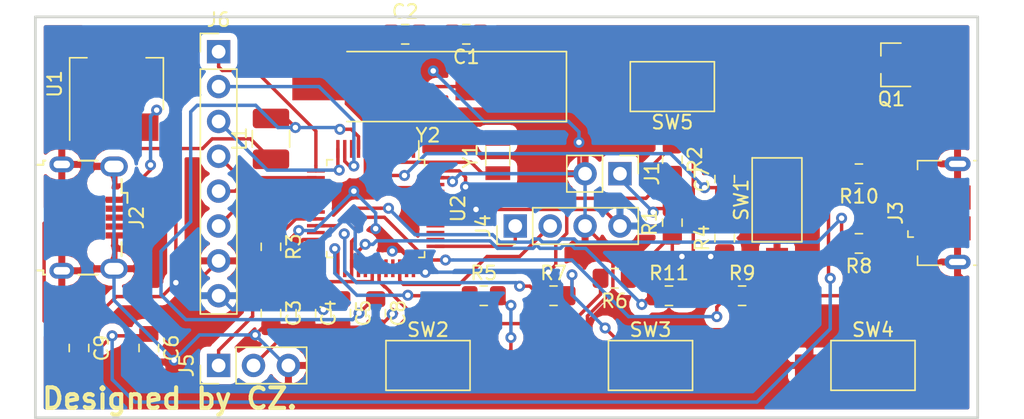
<source format=kicad_pcb>
(kicad_pcb (version 20171130) (host pcbnew 5.0.2-bee76a0~70~ubuntu18.04.1)

  (general
    (thickness 1.6)
    (drawings 10)
    (tracks 487)
    (zones 0)
    (modules 37)
    (nets 59)
  )

  (page A4)
  (layers
    (0 F.Cu signal)
    (31 B.Cu signal)
    (32 B.Adhes user)
    (33 F.Adhes user)
    (34 B.Paste user)
    (35 F.Paste user)
    (36 B.SilkS user)
    (37 F.SilkS user)
    (38 B.Mask user)
    (39 F.Mask user)
    (40 Dwgs.User user)
    (41 Cmts.User user)
    (42 Eco1.User user)
    (43 Eco2.User user)
    (44 Edge.Cuts user)
    (45 Margin user)
    (46 B.CrtYd user)
    (47 F.CrtYd user)
    (48 B.Fab user)
    (49 F.Fab user)
  )

  (setup
    (last_trace_width 0.25)
    (trace_clearance 0.2)
    (zone_clearance 0.508)
    (zone_45_only no)
    (trace_min 0.2)
    (segment_width 0.2)
    (edge_width 0.15)
    (via_size 0.8)
    (via_drill 0.4)
    (via_min_size 0.4)
    (via_min_drill 0.3)
    (uvia_size 0.3)
    (uvia_drill 0.1)
    (uvias_allowed no)
    (uvia_min_size 0.2)
    (uvia_min_drill 0.1)
    (pcb_text_width 0.3)
    (pcb_text_size 1.5 1.5)
    (mod_edge_width 0.15)
    (mod_text_size 1 1)
    (mod_text_width 0.15)
    (pad_size 1.524 1.524)
    (pad_drill 0.762)
    (pad_to_mask_clearance 0.051)
    (solder_mask_min_width 0.25)
    (aux_axis_origin 0 0)
    (visible_elements FFFFFF7F)
    (pcbplotparams
      (layerselection 0x010f0_ffffffff)
      (usegerberextensions false)
      (usegerberattributes false)
      (usegerberadvancedattributes false)
      (creategerberjobfile false)
      (excludeedgelayer false)
      (linewidth 0.100000)
      (plotframeref false)
      (viasonmask false)
      (mode 1)
      (useauxorigin false)
      (hpglpennumber 1)
      (hpglpenspeed 20)
      (hpglpendiameter 15.000000)
      (psnegative false)
      (psa4output false)
      (plotreference true)
      (plotvalue true)
      (plotinvisibletext false)
      (padsonsilk true)
      (subtractmaskfromsilk false)
      (outputformat 1)
      (mirror false)
      (drillshape 0)
      (scaleselection 1)
      (outputdirectory "../../../vatch/CamTimer_PCB/CamTimerv2/"))
  )

  (net 0 "")
  (net 1 /OSC_32_IN)
  (net 2 /OSC_32_OUT)
  (net 3 /OSC_IN)
  (net 4 /OSC_OUT)
  (net 5 GND)
  (net 6 /EINK_RST)
  (net 7 /EINK_DC)
  (net 8 /EINK_BUSY)
  (net 9 /SPI_CS)
  (net 10 /SPI_SCK)
  (net 11 /SPI_MOSI)
  (net 12 /TIMERCONTROL)
  (net 13 VDD)
  (net 14 /BUTTONLEFT)
  (net 15 /BUTTONPRESS)
  (net 16 /BUTTONRIGHT)
  (net 17 /BUTTONSYSTEMMODE)
  (net 18 /USART1_TX)
  (net 19 /USART1_RX)
  (net 20 /SYS_JTMS-SWDIO)
  (net 21 /SYS_JTCK-SWCLK)
  (net 22 /BOOT0)
  (net 23 "Net-(J1-Pad1)")
  (net 24 "Net-(R11-Pad2)")
  (net 25 /BOOT1)
  (net 26 /NRST)
  (net 27 "Net-(R5-Pad2)")
  (net 28 "Net-(R7-Pad2)")
  (net 29 "Net-(Q1-Pad1)")
  (net 30 "Net-(R9-Pad2)")
  (net 31 /Cam+)
  (net 32 +5V)
  (net 33 /Cam-)
  (net 34 "Net-(U2-Pad1)")
  (net 35 "Net-(U2-Pad2)")
  (net 36 VDDA)
  (net 37 "Net-(U2-Pad10)")
  (net 38 "Net-(U2-Pad16)")
  (net 39 "Net-(U2-Pad18)")
  (net 40 "Net-(U2-Pad19)")
  (net 41 "Net-(U2-Pad22)")
  (net 42 "Net-(U2-Pad29)")
  (net 43 "Net-(U2-Pad32)")
  (net 44 "Net-(U2-Pad33)")
  (net 45 "Net-(U2-Pad38)")
  (net 46 "Net-(U2-Pad39)")
  (net 47 "Net-(U2-Pad40)")
  (net 48 "Net-(U2-Pad41)")
  (net 49 "Net-(U2-Pad42)")
  (net 50 "Net-(U2-Pad43)")
  (net 51 "Net-(U2-Pad45)")
  (net 52 "Net-(U2-Pad46)")
  (net 53 "Net-(J2-Pad2)")
  (net 54 "Net-(J2-Pad3)")
  (net 55 "Net-(J2-Pad4)")
  (net 56 "Net-(J3-Pad2)")
  (net 57 "Net-(J3-Pad4)")
  (net 58 "Net-(J3-Pad3)")

  (net_class Default "This is the default net class."
    (clearance 0.2)
    (trace_width 0.25)
    (via_dia 0.8)
    (via_drill 0.4)
    (uvia_dia 0.3)
    (uvia_drill 0.1)
    (add_net +5V)
    (add_net /BOOT0)
    (add_net /BOOT1)
    (add_net /BUTTONLEFT)
    (add_net /BUTTONPRESS)
    (add_net /BUTTONRIGHT)
    (add_net /BUTTONSYSTEMMODE)
    (add_net /Cam+)
    (add_net /Cam-)
    (add_net /EINK_BUSY)
    (add_net /EINK_DC)
    (add_net /EINK_RST)
    (add_net /NRST)
    (add_net /OSC_32_IN)
    (add_net /OSC_32_OUT)
    (add_net /OSC_IN)
    (add_net /OSC_OUT)
    (add_net /SPI_CS)
    (add_net /SPI_MOSI)
    (add_net /SPI_SCK)
    (add_net /SYS_JTCK-SWCLK)
    (add_net /SYS_JTMS-SWDIO)
    (add_net /TIMERCONTROL)
    (add_net /USART1_RX)
    (add_net /USART1_TX)
    (add_net GND)
    (add_net "Net-(J1-Pad1)")
    (add_net "Net-(J2-Pad2)")
    (add_net "Net-(J2-Pad3)")
    (add_net "Net-(J2-Pad4)")
    (add_net "Net-(J3-Pad2)")
    (add_net "Net-(J3-Pad3)")
    (add_net "Net-(J3-Pad4)")
    (add_net "Net-(Q1-Pad1)")
    (add_net "Net-(R11-Pad2)")
    (add_net "Net-(R5-Pad2)")
    (add_net "Net-(R7-Pad2)")
    (add_net "Net-(R9-Pad2)")
    (add_net "Net-(U2-Pad1)")
    (add_net "Net-(U2-Pad10)")
    (add_net "Net-(U2-Pad16)")
    (add_net "Net-(U2-Pad18)")
    (add_net "Net-(U2-Pad19)")
    (add_net "Net-(U2-Pad2)")
    (add_net "Net-(U2-Pad22)")
    (add_net "Net-(U2-Pad29)")
    (add_net "Net-(U2-Pad32)")
    (add_net "Net-(U2-Pad33)")
    (add_net "Net-(U2-Pad38)")
    (add_net "Net-(U2-Pad39)")
    (add_net "Net-(U2-Pad40)")
    (add_net "Net-(U2-Pad41)")
    (add_net "Net-(U2-Pad42)")
    (add_net "Net-(U2-Pad43)")
    (add_net "Net-(U2-Pad45)")
    (add_net "Net-(U2-Pad46)")
    (add_net VDD)
    (add_net VDDA)
  )

  (module Connector_PinHeader_2.54mm:PinHeader_1x02_P2.54mm_Vertical (layer F.Cu) (tedit 59FED5CC) (tstamp 5E4D0A9D)
    (at 143.51 -393.7 270)
    (descr "Through hole straight pin header, 1x02, 2.54mm pitch, single row")
    (tags "Through hole pin header THT 1x02 2.54mm single row")
    (path /5E46BB28)
    (fp_text reference J1 (at 0 -2.33 270) (layer F.SilkS)
      (effects (font (size 1 1) (thickness 0.15)))
    )
    (fp_text value Conn_01x02_Male (at 0 4.87 270) (layer F.Fab)
      (effects (font (size 1 1) (thickness 0.15)))
    )
    (fp_line (start -0.635 -1.27) (end 1.27 -1.27) (layer F.Fab) (width 0.1))
    (fp_line (start 1.27 -1.27) (end 1.27 3.81) (layer F.Fab) (width 0.1))
    (fp_line (start 1.27 3.81) (end -1.27 3.81) (layer F.Fab) (width 0.1))
    (fp_line (start -1.27 3.81) (end -1.27 -0.635) (layer F.Fab) (width 0.1))
    (fp_line (start -1.27 -0.635) (end -0.635 -1.27) (layer F.Fab) (width 0.1))
    (fp_line (start -1.33 3.87) (end 1.33 3.87) (layer F.SilkS) (width 0.12))
    (fp_line (start -1.33 1.27) (end -1.33 3.87) (layer F.SilkS) (width 0.12))
    (fp_line (start 1.33 1.27) (end 1.33 3.87) (layer F.SilkS) (width 0.12))
    (fp_line (start -1.33 1.27) (end 1.33 1.27) (layer F.SilkS) (width 0.12))
    (fp_line (start -1.33 0) (end -1.33 -1.33) (layer F.SilkS) (width 0.12))
    (fp_line (start -1.33 -1.33) (end 0 -1.33) (layer F.SilkS) (width 0.12))
    (fp_line (start -1.8 -1.8) (end -1.8 4.35) (layer F.CrtYd) (width 0.05))
    (fp_line (start -1.8 4.35) (end 1.8 4.35) (layer F.CrtYd) (width 0.05))
    (fp_line (start 1.8 4.35) (end 1.8 -1.8) (layer F.CrtYd) (width 0.05))
    (fp_line (start 1.8 -1.8) (end -1.8 -1.8) (layer F.CrtYd) (width 0.05))
    (fp_text user %R (at 0 1.27) (layer F.Fab)
      (effects (font (size 1 1) (thickness 0.15)))
    )
    (pad 1 thru_hole rect (at 0 0 270) (size 1.7 1.7) (drill 1) (layers *.Cu *.Mask)
      (net 23 "Net-(J1-Pad1)"))
    (pad 2 thru_hole oval (at 0 2.54 270) (size 1.7 1.7) (drill 1) (layers *.Cu *.Mask)
      (net 5 GND))
    (model ${KISYS3DMOD}/Connector_PinHeader_2.54mm.3dshapes/PinHeader_1x02_P2.54mm_Vertical.wrl
      (at (xyz 0 0 0))
      (scale (xyz 1 1 1))
      (rotate (xyz 0 0 0))
    )
  )

  (module Button_Switch_SMD:SW_SPST_FSMSM (layer F.Cu) (tedit 5A02FC95) (tstamp 5E4B273C)
    (at 147.32 -400.05 180)
    (descr http://www.te.com/commerce/DocumentDelivery/DDEController?Action=srchrtrv&DocNm=1437566-3&DocType=Customer+Drawing&DocLang=English)
    (tags "SPST button tactile switch")
    (path /5E485329)
    (attr smd)
    (fp_text reference SW5 (at 0 -2.6 180) (layer F.SilkS)
      (effects (font (size 1 1) (thickness 0.15)))
    )
    (fp_text value BTN_SM (at 0 3 180) (layer F.Fab)
      (effects (font (size 1 1) (thickness 0.15)))
    )
    (fp_text user %R (at 0 -2.6 180) (layer F.Fab)
      (effects (font (size 1 1) (thickness 0.15)))
    )
    (fp_line (start -1.75 -1) (end 1.75 -1) (layer F.Fab) (width 0.1))
    (fp_line (start 1.75 -1) (end 1.75 1) (layer F.Fab) (width 0.1))
    (fp_line (start 1.75 1) (end -1.75 1) (layer F.Fab) (width 0.1))
    (fp_line (start -1.75 1) (end -1.75 -1) (layer F.Fab) (width 0.1))
    (fp_line (start -3.06 -1.81) (end 3.06 -1.81) (layer F.SilkS) (width 0.12))
    (fp_line (start 3.06 -1.81) (end 3.06 1.81) (layer F.SilkS) (width 0.12))
    (fp_line (start 3.06 1.81) (end -3.06 1.81) (layer F.SilkS) (width 0.12))
    (fp_line (start -3.06 1.81) (end -3.06 -1.81) (layer F.SilkS) (width 0.12))
    (fp_line (start -1.5 0.8) (end 1.5 0.8) (layer F.Fab) (width 0.1))
    (fp_line (start -1.5 -0.8) (end 1.5 -0.8) (layer F.Fab) (width 0.1))
    (fp_line (start 1.5 -0.8) (end 1.5 0.8) (layer F.Fab) (width 0.1))
    (fp_line (start -1.5 -0.8) (end -1.5 0.8) (layer F.Fab) (width 0.1))
    (fp_line (start -5.95 2) (end 5.95 2) (layer F.CrtYd) (width 0.05))
    (fp_line (start 5.95 -2) (end 5.95 2) (layer F.CrtYd) (width 0.05))
    (fp_line (start -3 1.75) (end 3 1.75) (layer F.Fab) (width 0.1))
    (fp_line (start -3 -1.75) (end 3 -1.75) (layer F.Fab) (width 0.1))
    (fp_line (start -3 -1.75) (end -3 1.75) (layer F.Fab) (width 0.1))
    (fp_line (start 3 -1.75) (end 3 1.75) (layer F.Fab) (width 0.1))
    (fp_line (start -5.95 -2) (end -5.95 2) (layer F.CrtYd) (width 0.05))
    (fp_line (start -5.95 -2) (end 5.95 -2) (layer F.CrtYd) (width 0.05))
    (pad 1 smd rect (at -4.59 0 180) (size 2.18 1.6) (layers F.Cu F.Paste F.Mask)
      (net 5 GND))
    (pad 2 smd rect (at 4.59 0 180) (size 2.18 1.6) (layers F.Cu F.Paste F.Mask)
      (net 24 "Net-(R11-Pad2)"))
    (model ${KISYS3DMOD}/Button_Switch_SMD.3dshapes/SW_SPST_FSMSM.wrl
      (at (xyz 0 0 0))
      (scale (xyz 1 1 1))
      (rotate (xyz 0 0 0))
    )
  )

  (module Button_Switch_SMD:SW_SPST_FSMSM (layer F.Cu) (tedit 5A02FC95) (tstamp 5E4B2721)
    (at 161.925 -379.73)
    (descr http://www.te.com/commerce/DocumentDelivery/DDEController?Action=srchrtrv&DocNm=1437566-3&DocType=Customer+Drawing&DocLang=English)
    (tags "SPST button tactile switch")
    (path /5E4852D7)
    (attr smd)
    (fp_text reference SW4 (at 0 -2.6) (layer F.SilkS)
      (effects (font (size 1 1) (thickness 0.15)))
    )
    (fp_text value BTN_R (at 0 3) (layer F.Fab)
      (effects (font (size 1 1) (thickness 0.15)))
    )
    (fp_line (start -5.95 -2) (end 5.95 -2) (layer F.CrtYd) (width 0.05))
    (fp_line (start -5.95 -2) (end -5.95 2) (layer F.CrtYd) (width 0.05))
    (fp_line (start 3 -1.75) (end 3 1.75) (layer F.Fab) (width 0.1))
    (fp_line (start -3 -1.75) (end -3 1.75) (layer F.Fab) (width 0.1))
    (fp_line (start -3 -1.75) (end 3 -1.75) (layer F.Fab) (width 0.1))
    (fp_line (start -3 1.75) (end 3 1.75) (layer F.Fab) (width 0.1))
    (fp_line (start 5.95 -2) (end 5.95 2) (layer F.CrtYd) (width 0.05))
    (fp_line (start -5.95 2) (end 5.95 2) (layer F.CrtYd) (width 0.05))
    (fp_line (start -1.5 -0.8) (end -1.5 0.8) (layer F.Fab) (width 0.1))
    (fp_line (start 1.5 -0.8) (end 1.5 0.8) (layer F.Fab) (width 0.1))
    (fp_line (start -1.5 -0.8) (end 1.5 -0.8) (layer F.Fab) (width 0.1))
    (fp_line (start -1.5 0.8) (end 1.5 0.8) (layer F.Fab) (width 0.1))
    (fp_line (start -3.06 1.81) (end -3.06 -1.81) (layer F.SilkS) (width 0.12))
    (fp_line (start 3.06 1.81) (end -3.06 1.81) (layer F.SilkS) (width 0.12))
    (fp_line (start 3.06 -1.81) (end 3.06 1.81) (layer F.SilkS) (width 0.12))
    (fp_line (start -3.06 -1.81) (end 3.06 -1.81) (layer F.SilkS) (width 0.12))
    (fp_line (start -1.75 1) (end -1.75 -1) (layer F.Fab) (width 0.1))
    (fp_line (start 1.75 1) (end -1.75 1) (layer F.Fab) (width 0.1))
    (fp_line (start 1.75 -1) (end 1.75 1) (layer F.Fab) (width 0.1))
    (fp_line (start -1.75 -1) (end 1.75 -1) (layer F.Fab) (width 0.1))
    (fp_text user %R (at 0 -2.6) (layer F.Fab)
      (effects (font (size 1 1) (thickness 0.15)))
    )
    (pad 2 smd rect (at 4.59 0) (size 2.18 1.6) (layers F.Cu F.Paste F.Mask)
      (net 30 "Net-(R9-Pad2)"))
    (pad 1 smd rect (at -4.59 0) (size 2.18 1.6) (layers F.Cu F.Paste F.Mask)
      (net 5 GND))
    (model ${KISYS3DMOD}/Button_Switch_SMD.3dshapes/SW_SPST_FSMSM.wrl
      (at (xyz 0 0 0))
      (scale (xyz 1 1 1))
      (rotate (xyz 0 0 0))
    )
  )

  (module Button_Switch_SMD:SW_SPST_FSMSM (layer F.Cu) (tedit 5A02FC95) (tstamp 5E4B2706)
    (at 145.7325 -379.73)
    (descr http://www.te.com/commerce/DocumentDelivery/DDEController?Action=srchrtrv&DocNm=1437566-3&DocType=Customer+Drawing&DocLang=English)
    (tags "SPST button tactile switch")
    (path /5E485211)
    (attr smd)
    (fp_text reference SW3 (at 0 -2.6) (layer F.SilkS)
      (effects (font (size 1 1) (thickness 0.15)))
    )
    (fp_text value BTN_P (at 0 3) (layer F.Fab)
      (effects (font (size 1 1) (thickness 0.15)))
    )
    (fp_text user %R (at 0 -2.6) (layer F.Fab)
      (effects (font (size 1 1) (thickness 0.15)))
    )
    (fp_line (start -1.75 -1) (end 1.75 -1) (layer F.Fab) (width 0.1))
    (fp_line (start 1.75 -1) (end 1.75 1) (layer F.Fab) (width 0.1))
    (fp_line (start 1.75 1) (end -1.75 1) (layer F.Fab) (width 0.1))
    (fp_line (start -1.75 1) (end -1.75 -1) (layer F.Fab) (width 0.1))
    (fp_line (start -3.06 -1.81) (end 3.06 -1.81) (layer F.SilkS) (width 0.12))
    (fp_line (start 3.06 -1.81) (end 3.06 1.81) (layer F.SilkS) (width 0.12))
    (fp_line (start 3.06 1.81) (end -3.06 1.81) (layer F.SilkS) (width 0.12))
    (fp_line (start -3.06 1.81) (end -3.06 -1.81) (layer F.SilkS) (width 0.12))
    (fp_line (start -1.5 0.8) (end 1.5 0.8) (layer F.Fab) (width 0.1))
    (fp_line (start -1.5 -0.8) (end 1.5 -0.8) (layer F.Fab) (width 0.1))
    (fp_line (start 1.5 -0.8) (end 1.5 0.8) (layer F.Fab) (width 0.1))
    (fp_line (start -1.5 -0.8) (end -1.5 0.8) (layer F.Fab) (width 0.1))
    (fp_line (start -5.95 2) (end 5.95 2) (layer F.CrtYd) (width 0.05))
    (fp_line (start 5.95 -2) (end 5.95 2) (layer F.CrtYd) (width 0.05))
    (fp_line (start -3 1.75) (end 3 1.75) (layer F.Fab) (width 0.1))
    (fp_line (start -3 -1.75) (end 3 -1.75) (layer F.Fab) (width 0.1))
    (fp_line (start -3 -1.75) (end -3 1.75) (layer F.Fab) (width 0.1))
    (fp_line (start 3 -1.75) (end 3 1.75) (layer F.Fab) (width 0.1))
    (fp_line (start -5.95 -2) (end -5.95 2) (layer F.CrtYd) (width 0.05))
    (fp_line (start -5.95 -2) (end 5.95 -2) (layer F.CrtYd) (width 0.05))
    (pad 1 smd rect (at -4.59 0) (size 2.18 1.6) (layers F.Cu F.Paste F.Mask)
      (net 5 GND))
    (pad 2 smd rect (at 4.59 0) (size 2.18 1.6) (layers F.Cu F.Paste F.Mask)
      (net 28 "Net-(R7-Pad2)"))
    (model ${KISYS3DMOD}/Button_Switch_SMD.3dshapes/SW_SPST_FSMSM.wrl
      (at (xyz 0 0 0))
      (scale (xyz 1 1 1))
      (rotate (xyz 0 0 0))
    )
  )

  (module Button_Switch_SMD:SW_SPST_FSMSM (layer F.Cu) (tedit 5A02FC95) (tstamp 5E4B26EB)
    (at 129.54 -379.73)
    (descr http://www.te.com/commerce/DocumentDelivery/DDEController?Action=srchrtrv&DocNm=1437566-3&DocType=Customer+Drawing&DocLang=English)
    (tags "SPST button tactile switch")
    (path /5E484E5D)
    (attr smd)
    (fp_text reference SW2 (at 0 -2.6) (layer F.SilkS)
      (effects (font (size 1 1) (thickness 0.15)))
    )
    (fp_text value BTN_L (at 0 3) (layer F.Fab)
      (effects (font (size 1 1) (thickness 0.15)))
    )
    (fp_line (start -5.95 -2) (end 5.95 -2) (layer F.CrtYd) (width 0.05))
    (fp_line (start -5.95 -2) (end -5.95 2) (layer F.CrtYd) (width 0.05))
    (fp_line (start 3 -1.75) (end 3 1.75) (layer F.Fab) (width 0.1))
    (fp_line (start -3 -1.75) (end -3 1.75) (layer F.Fab) (width 0.1))
    (fp_line (start -3 -1.75) (end 3 -1.75) (layer F.Fab) (width 0.1))
    (fp_line (start -3 1.75) (end 3 1.75) (layer F.Fab) (width 0.1))
    (fp_line (start 5.95 -2) (end 5.95 2) (layer F.CrtYd) (width 0.05))
    (fp_line (start -5.95 2) (end 5.95 2) (layer F.CrtYd) (width 0.05))
    (fp_line (start -1.5 -0.8) (end -1.5 0.8) (layer F.Fab) (width 0.1))
    (fp_line (start 1.5 -0.8) (end 1.5 0.8) (layer F.Fab) (width 0.1))
    (fp_line (start -1.5 -0.8) (end 1.5 -0.8) (layer F.Fab) (width 0.1))
    (fp_line (start -1.5 0.8) (end 1.5 0.8) (layer F.Fab) (width 0.1))
    (fp_line (start -3.06 1.81) (end -3.06 -1.81) (layer F.SilkS) (width 0.12))
    (fp_line (start 3.06 1.81) (end -3.06 1.81) (layer F.SilkS) (width 0.12))
    (fp_line (start 3.06 -1.81) (end 3.06 1.81) (layer F.SilkS) (width 0.12))
    (fp_line (start -3.06 -1.81) (end 3.06 -1.81) (layer F.SilkS) (width 0.12))
    (fp_line (start -1.75 1) (end -1.75 -1) (layer F.Fab) (width 0.1))
    (fp_line (start 1.75 1) (end -1.75 1) (layer F.Fab) (width 0.1))
    (fp_line (start 1.75 -1) (end 1.75 1) (layer F.Fab) (width 0.1))
    (fp_line (start -1.75 -1) (end 1.75 -1) (layer F.Fab) (width 0.1))
    (fp_text user %R (at 0 -2.6) (layer F.Fab)
      (effects (font (size 1 1) (thickness 0.15)))
    )
    (pad 2 smd rect (at 4.59 0) (size 2.18 1.6) (layers F.Cu F.Paste F.Mask)
      (net 27 "Net-(R5-Pad2)"))
    (pad 1 smd rect (at -4.59 0) (size 2.18 1.6) (layers F.Cu F.Paste F.Mask)
      (net 5 GND))
    (model ${KISYS3DMOD}/Button_Switch_SMD.3dshapes/SW_SPST_FSMSM.wrl
      (at (xyz 0 0 0))
      (scale (xyz 1 1 1))
      (rotate (xyz 0 0 0))
    )
  )

  (module Button_Switch_SMD:SW_SPST_FSMSM (layer F.Cu) (tedit 5A02FC95) (tstamp 5E4B61F0)
    (at 154.94 -391.795 90)
    (descr http://www.te.com/commerce/DocumentDelivery/DDEController?Action=srchrtrv&DocNm=1437566-3&DocType=Customer+Drawing&DocLang=English)
    (tags "SPST button tactile switch")
    (path /5E46895B)
    (attr smd)
    (fp_text reference SW1 (at 0 -2.6 90) (layer F.SilkS)
      (effects (font (size 1 1) (thickness 0.15)))
    )
    (fp_text value BTN_RST (at 0 3 90) (layer F.Fab)
      (effects (font (size 1 1) (thickness 0.15)))
    )
    (fp_text user %R (at 0 -2.6 90) (layer F.Fab)
      (effects (font (size 1 1) (thickness 0.15)))
    )
    (fp_line (start -1.75 -1) (end 1.75 -1) (layer F.Fab) (width 0.1))
    (fp_line (start 1.75 -1) (end 1.75 1) (layer F.Fab) (width 0.1))
    (fp_line (start 1.75 1) (end -1.75 1) (layer F.Fab) (width 0.1))
    (fp_line (start -1.75 1) (end -1.75 -1) (layer F.Fab) (width 0.1))
    (fp_line (start -3.06 -1.81) (end 3.06 -1.81) (layer F.SilkS) (width 0.12))
    (fp_line (start 3.06 -1.81) (end 3.06 1.81) (layer F.SilkS) (width 0.12))
    (fp_line (start 3.06 1.81) (end -3.06 1.81) (layer F.SilkS) (width 0.12))
    (fp_line (start -3.06 1.81) (end -3.06 -1.81) (layer F.SilkS) (width 0.12))
    (fp_line (start -1.5 0.8) (end 1.5 0.8) (layer F.Fab) (width 0.1))
    (fp_line (start -1.5 -0.8) (end 1.5 -0.8) (layer F.Fab) (width 0.1))
    (fp_line (start 1.5 -0.8) (end 1.5 0.8) (layer F.Fab) (width 0.1))
    (fp_line (start -1.5 -0.8) (end -1.5 0.8) (layer F.Fab) (width 0.1))
    (fp_line (start -5.95 2) (end 5.95 2) (layer F.CrtYd) (width 0.05))
    (fp_line (start 5.95 -2) (end 5.95 2) (layer F.CrtYd) (width 0.05))
    (fp_line (start -3 1.75) (end 3 1.75) (layer F.Fab) (width 0.1))
    (fp_line (start -3 -1.75) (end 3 -1.75) (layer F.Fab) (width 0.1))
    (fp_line (start -3 -1.75) (end -3 1.75) (layer F.Fab) (width 0.1))
    (fp_line (start 3 -1.75) (end 3 1.75) (layer F.Fab) (width 0.1))
    (fp_line (start -5.95 -2) (end -5.95 2) (layer F.CrtYd) (width 0.05))
    (fp_line (start -5.95 -2) (end 5.95 -2) (layer F.CrtYd) (width 0.05))
    (pad 1 smd rect (at -4.59 0 90) (size 2.18 1.6) (layers F.Cu F.Paste F.Mask)
      (net 5 GND))
    (pad 2 smd rect (at 4.59 0 90) (size 2.18 1.6) (layers F.Cu F.Paste F.Mask)
      (net 26 /NRST))
    (model ${KISYS3DMOD}/Button_Switch_SMD.3dshapes/SW_SPST_FSMSM.wrl
      (at (xyz 0 0 0))
      (scale (xyz 1 1 1))
      (rotate (xyz 0 0 0))
    )
  )

  (module Capacitor_SMD:C_0805_2012Metric_Pad1.15x1.40mm_HandSolder (layer F.Cu) (tedit 5B36C52B) (tstamp 5E4B26B5)
    (at 132.325 -403.86 180)
    (descr "Capacitor SMD 0805 (2012 Metric), square (rectangular) end terminal, IPC_7351 nominal with elongated pad for handsoldering. (Body size source: https://docs.google.com/spreadsheets/d/1BsfQQcO9C6DZCsRaXUlFlo91Tg2WpOkGARC1WS5S8t0/edit?usp=sharing), generated with kicad-footprint-generator")
    (tags "capacitor handsolder")
    (path /5E4677EA)
    (attr smd)
    (fp_text reference C1 (at 0 -1.65 180) (layer F.SilkS)
      (effects (font (size 1 1) (thickness 0.15)))
    )
    (fp_text value 20P (at 0 1.65 180) (layer F.Fab)
      (effects (font (size 1 1) (thickness 0.15)))
    )
    (fp_line (start -1 0.6) (end -1 -0.6) (layer F.Fab) (width 0.1))
    (fp_line (start -1 -0.6) (end 1 -0.6) (layer F.Fab) (width 0.1))
    (fp_line (start 1 -0.6) (end 1 0.6) (layer F.Fab) (width 0.1))
    (fp_line (start 1 0.6) (end -1 0.6) (layer F.Fab) (width 0.1))
    (fp_line (start -0.261252 -0.71) (end 0.261252 -0.71) (layer F.SilkS) (width 0.12))
    (fp_line (start -0.261252 0.71) (end 0.261252 0.71) (layer F.SilkS) (width 0.12))
    (fp_line (start -1.85 0.95) (end -1.85 -0.95) (layer F.CrtYd) (width 0.05))
    (fp_line (start -1.85 -0.95) (end 1.85 -0.95) (layer F.CrtYd) (width 0.05))
    (fp_line (start 1.85 -0.95) (end 1.85 0.95) (layer F.CrtYd) (width 0.05))
    (fp_line (start 1.85 0.95) (end -1.85 0.95) (layer F.CrtYd) (width 0.05))
    (fp_text user %R (at 0 0 180) (layer F.Fab)
      (effects (font (size 0.5 0.5) (thickness 0.08)))
    )
    (pad 1 smd roundrect (at -1.025 0 180) (size 1.15 1.4) (layers F.Cu F.Paste F.Mask) (roundrect_rratio 0.217391)
      (net 3 /OSC_IN))
    (pad 2 smd roundrect (at 1.025 0 180) (size 1.15 1.4) (layers F.Cu F.Paste F.Mask) (roundrect_rratio 0.217391)
      (net 5 GND))
    (model ${KISYS3DMOD}/Capacitor_SMD.3dshapes/C_0805_2012Metric.wrl
      (at (xyz 0 0 0))
      (scale (xyz 1 1 1))
      (rotate (xyz 0 0 0))
    )
  )

  (module Capacitor_SMD:C_0805_2012Metric_Pad1.15x1.40mm_HandSolder (layer F.Cu) (tedit 5B36C52B) (tstamp 5E4B26A4)
    (at 127.88 -403.86)
    (descr "Capacitor SMD 0805 (2012 Metric), square (rectangular) end terminal, IPC_7351 nominal with elongated pad for handsoldering. (Body size source: https://docs.google.com/spreadsheets/d/1BsfQQcO9C6DZCsRaXUlFlo91Tg2WpOkGARC1WS5S8t0/edit?usp=sharing), generated with kicad-footprint-generator")
    (tags "capacitor handsolder")
    (path /5E46784F)
    (attr smd)
    (fp_text reference C2 (at 0 -1.65) (layer F.SilkS)
      (effects (font (size 1 1) (thickness 0.15)))
    )
    (fp_text value 20P (at 0 1.65) (layer F.Fab)
      (effects (font (size 1 1) (thickness 0.15)))
    )
    (fp_text user %R (at 0 0) (layer F.Fab)
      (effects (font (size 0.5 0.5) (thickness 0.08)))
    )
    (fp_line (start 1.85 0.95) (end -1.85 0.95) (layer F.CrtYd) (width 0.05))
    (fp_line (start 1.85 -0.95) (end 1.85 0.95) (layer F.CrtYd) (width 0.05))
    (fp_line (start -1.85 -0.95) (end 1.85 -0.95) (layer F.CrtYd) (width 0.05))
    (fp_line (start -1.85 0.95) (end -1.85 -0.95) (layer F.CrtYd) (width 0.05))
    (fp_line (start -0.261252 0.71) (end 0.261252 0.71) (layer F.SilkS) (width 0.12))
    (fp_line (start -0.261252 -0.71) (end 0.261252 -0.71) (layer F.SilkS) (width 0.12))
    (fp_line (start 1 0.6) (end -1 0.6) (layer F.Fab) (width 0.1))
    (fp_line (start 1 -0.6) (end 1 0.6) (layer F.Fab) (width 0.1))
    (fp_line (start -1 -0.6) (end 1 -0.6) (layer F.Fab) (width 0.1))
    (fp_line (start -1 0.6) (end -1 -0.6) (layer F.Fab) (width 0.1))
    (pad 2 smd roundrect (at 1.025 0) (size 1.15 1.4) (layers F.Cu F.Paste F.Mask) (roundrect_rratio 0.217391)
      (net 5 GND))
    (pad 1 smd roundrect (at -1.025 0) (size 1.15 1.4) (layers F.Cu F.Paste F.Mask) (roundrect_rratio 0.217391)
      (net 4 /OSC_OUT))
    (model ${KISYS3DMOD}/Capacitor_SMD.3dshapes/C_0805_2012Metric.wrl
      (at (xyz 0 0 0))
      (scale (xyz 1 1 1))
      (rotate (xyz 0 0 0))
    )
  )

  (module Capacitor_SMD:C_0805_2012Metric_Pad1.15x1.40mm_HandSolder locked (layer F.Cu) (tedit 5B36C52B) (tstamp 5E4B2693)
    (at 118.11 -383.54 270)
    (descr "Capacitor SMD 0805 (2012 Metric), square (rectangular) end terminal, IPC_7351 nominal with elongated pad for handsoldering. (Body size source: https://docs.google.com/spreadsheets/d/1BsfQQcO9C6DZCsRaXUlFlo91Tg2WpOkGARC1WS5S8t0/edit?usp=sharing), generated with kicad-footprint-generator")
    (tags "capacitor handsolder")
    (path /5E47569D)
    (attr smd)
    (fp_text reference C3 (at 0 -1.65 270) (layer F.SilkS)
      (effects (font (size 1 1) (thickness 0.15)))
    )
    (fp_text value 104 (at 0 1.65 270) (layer F.Fab)
      (effects (font (size 1 1) (thickness 0.15)))
    )
    (fp_line (start -1 0.6) (end -1 -0.6) (layer F.Fab) (width 0.1))
    (fp_line (start -1 -0.6) (end 1 -0.6) (layer F.Fab) (width 0.1))
    (fp_line (start 1 -0.6) (end 1 0.6) (layer F.Fab) (width 0.1))
    (fp_line (start 1 0.6) (end -1 0.6) (layer F.Fab) (width 0.1))
    (fp_line (start -0.261252 -0.71) (end 0.261252 -0.71) (layer F.SilkS) (width 0.12))
    (fp_line (start -0.261252 0.71) (end 0.261252 0.71) (layer F.SilkS) (width 0.12))
    (fp_line (start -1.85 0.95) (end -1.85 -0.95) (layer F.CrtYd) (width 0.05))
    (fp_line (start -1.85 -0.95) (end 1.85 -0.95) (layer F.CrtYd) (width 0.05))
    (fp_line (start 1.85 -0.95) (end 1.85 0.95) (layer F.CrtYd) (width 0.05))
    (fp_line (start 1.85 0.95) (end -1.85 0.95) (layer F.CrtYd) (width 0.05))
    (fp_text user %R (at 0 0 270) (layer F.Fab)
      (effects (font (size 0.5 0.5) (thickness 0.08)))
    )
    (pad 1 smd roundrect (at -1.025 0 270) (size 1.15 1.4) (layers F.Cu F.Paste F.Mask) (roundrect_rratio 0.217391)
      (net 13 VDD))
    (pad 2 smd roundrect (at 1.025 0 270) (size 1.15 1.4) (layers F.Cu F.Paste F.Mask) (roundrect_rratio 0.217391)
      (net 5 GND))
    (model ${KISYS3DMOD}/Capacitor_SMD.3dshapes/C_0805_2012Metric.wrl
      (at (xyz 0 0 0))
      (scale (xyz 1 1 1))
      (rotate (xyz 0 0 0))
    )
  )

  (module Capacitor_SMD:C_0805_2012Metric_Pad1.15x1.40mm_HandSolder locked (layer F.Cu) (tedit 5B36C52B) (tstamp 5E4B2682)
    (at 120.65 -383.54 270)
    (descr "Capacitor SMD 0805 (2012 Metric), square (rectangular) end terminal, IPC_7351 nominal with elongated pad for handsoldering. (Body size source: https://docs.google.com/spreadsheets/d/1BsfQQcO9C6DZCsRaXUlFlo91Tg2WpOkGARC1WS5S8t0/edit?usp=sharing), generated with kicad-footprint-generator")
    (tags "capacitor handsolder")
    (path /5E475863)
    (attr smd)
    (fp_text reference C4 (at 0 -1.65 270) (layer F.SilkS)
      (effects (font (size 1 1) (thickness 0.15)))
    )
    (fp_text value 104 (at 0 1.65 270) (layer F.Fab)
      (effects (font (size 1 1) (thickness 0.15)))
    )
    (fp_text user %R (at 0 0 270) (layer F.Fab)
      (effects (font (size 0.5 0.5) (thickness 0.08)))
    )
    (fp_line (start 1.85 0.95) (end -1.85 0.95) (layer F.CrtYd) (width 0.05))
    (fp_line (start 1.85 -0.95) (end 1.85 0.95) (layer F.CrtYd) (width 0.05))
    (fp_line (start -1.85 -0.95) (end 1.85 -0.95) (layer F.CrtYd) (width 0.05))
    (fp_line (start -1.85 0.95) (end -1.85 -0.95) (layer F.CrtYd) (width 0.05))
    (fp_line (start -0.261252 0.71) (end 0.261252 0.71) (layer F.SilkS) (width 0.12))
    (fp_line (start -0.261252 -0.71) (end 0.261252 -0.71) (layer F.SilkS) (width 0.12))
    (fp_line (start 1 0.6) (end -1 0.6) (layer F.Fab) (width 0.1))
    (fp_line (start 1 -0.6) (end 1 0.6) (layer F.Fab) (width 0.1))
    (fp_line (start -1 -0.6) (end 1 -0.6) (layer F.Fab) (width 0.1))
    (fp_line (start -1 0.6) (end -1 -0.6) (layer F.Fab) (width 0.1))
    (pad 2 smd roundrect (at 1.025 0 270) (size 1.15 1.4) (layers F.Cu F.Paste F.Mask) (roundrect_rratio 0.217391)
      (net 5 GND))
    (pad 1 smd roundrect (at -1.025 0 270) (size 1.15 1.4) (layers F.Cu F.Paste F.Mask) (roundrect_rratio 0.217391)
      (net 13 VDD))
    (model ${KISYS3DMOD}/Capacitor_SMD.3dshapes/C_0805_2012Metric.wrl
      (at (xyz 0 0 0))
      (scale (xyz 1 1 1))
      (rotate (xyz 0 0 0))
    )
  )

  (module Capacitor_SMD:C_0805_2012Metric_Pad1.15x1.40mm_HandSolder locked (layer F.Cu) (tedit 5E46F7BA) (tstamp 5E4B2671)
    (at 123.19 -383.54 270)
    (descr "Capacitor SMD 0805 (2012 Metric), square (rectangular) end terminal, IPC_7351 nominal with elongated pad for handsoldering. (Body size source: https://docs.google.com/spreadsheets/d/1BsfQQcO9C6DZCsRaXUlFlo91Tg2WpOkGARC1WS5S8t0/edit?usp=sharing), generated with kicad-footprint-generator")
    (tags "capacitor handsolder")
    (path /5E4758A3)
    (attr smd)
    (fp_text reference C5 (at 0 -1.65 270) (layer F.SilkS)
      (effects (font (size 1 1) (thickness 0.15)))
    )
    (fp_text value 104 (at 0 1.65 270) (layer F.Fab) hide
      (effects (font (size 1 1) (thickness 0.15)))
    )
    (fp_line (start -1 0.6) (end -1 -0.6) (layer F.Fab) (width 0.1))
    (fp_line (start -1 -0.6) (end 1 -0.6) (layer F.Fab) (width 0.1))
    (fp_line (start 1 -0.6) (end 1 0.6) (layer F.Fab) (width 0.1))
    (fp_line (start 1 0.6) (end -1 0.6) (layer F.Fab) (width 0.1))
    (fp_line (start -0.261252 -0.71) (end 0.261252 -0.71) (layer F.SilkS) (width 0.12))
    (fp_line (start -0.261252 0.71) (end 0.261252 0.71) (layer F.SilkS) (width 0.12))
    (fp_line (start -1.85 0.95) (end -1.85 -0.95) (layer F.CrtYd) (width 0.05))
    (fp_line (start -1.85 -0.95) (end 1.85 -0.95) (layer F.CrtYd) (width 0.05))
    (fp_line (start 1.85 -0.95) (end 1.85 0.95) (layer F.CrtYd) (width 0.05))
    (fp_line (start 1.85 0.95) (end -1.85 0.95) (layer F.CrtYd) (width 0.05))
    (fp_text user %R (at 0 0 270) (layer F.Fab)
      (effects (font (size 0.5 0.5) (thickness 0.08)))
    )
    (pad 1 smd roundrect (at -1.025 0 270) (size 1.15 1.4) (layers F.Cu F.Paste F.Mask) (roundrect_rratio 0.217391)
      (net 13 VDD))
    (pad 2 smd roundrect (at 1.025 0 270) (size 1.15 1.4) (layers F.Cu F.Paste F.Mask) (roundrect_rratio 0.217391)
      (net 5 GND))
    (model ${KISYS3DMOD}/Capacitor_SMD.3dshapes/C_0805_2012Metric.wrl
      (at (xyz 0 0 0))
      (scale (xyz 1 1 1))
      (rotate (xyz 0 0 0))
    )
  )

  (module Capacitor_SMD:C_0805_2012Metric_Pad1.15x1.40mm_HandSolder (layer F.Cu) (tedit 5B36C52B) (tstamp 5E4B2660)
    (at 151.13 -393.31 90)
    (descr "Capacitor SMD 0805 (2012 Metric), square (rectangular) end terminal, IPC_7351 nominal with elongated pad for handsoldering. (Body size source: https://docs.google.com/spreadsheets/d/1BsfQQcO9C6DZCsRaXUlFlo91Tg2WpOkGARC1WS5S8t0/edit?usp=sharing), generated with kicad-footprint-generator")
    (tags "capacitor handsolder")
    (path /5E46826B)
    (attr smd)
    (fp_text reference C7 (at 0 -1.65 90) (layer F.SilkS)
      (effects (font (size 1 1) (thickness 0.15)))
    )
    (fp_text value 104 (at 0 1.65 90) (layer F.Fab)
      (effects (font (size 1 1) (thickness 0.15)))
    )
    (fp_text user %R (at 0 0 90) (layer F.Fab)
      (effects (font (size 0.5 0.5) (thickness 0.08)))
    )
    (fp_line (start 1.85 0.95) (end -1.85 0.95) (layer F.CrtYd) (width 0.05))
    (fp_line (start 1.85 -0.95) (end 1.85 0.95) (layer F.CrtYd) (width 0.05))
    (fp_line (start -1.85 -0.95) (end 1.85 -0.95) (layer F.CrtYd) (width 0.05))
    (fp_line (start -1.85 0.95) (end -1.85 -0.95) (layer F.CrtYd) (width 0.05))
    (fp_line (start -0.261252 0.71) (end 0.261252 0.71) (layer F.SilkS) (width 0.12))
    (fp_line (start -0.261252 -0.71) (end 0.261252 -0.71) (layer F.SilkS) (width 0.12))
    (fp_line (start 1 0.6) (end -1 0.6) (layer F.Fab) (width 0.1))
    (fp_line (start 1 -0.6) (end 1 0.6) (layer F.Fab) (width 0.1))
    (fp_line (start -1 -0.6) (end 1 -0.6) (layer F.Fab) (width 0.1))
    (fp_line (start -1 0.6) (end -1 -0.6) (layer F.Fab) (width 0.1))
    (pad 2 smd roundrect (at 1.025 0 90) (size 1.15 1.4) (layers F.Cu F.Paste F.Mask) (roundrect_rratio 0.217391)
      (net 5 GND))
    (pad 1 smd roundrect (at -1.025 0 90) (size 1.15 1.4) (layers F.Cu F.Paste F.Mask) (roundrect_rratio 0.217391)
      (net 26 /NRST))
    (model ${KISYS3DMOD}/Capacitor_SMD.3dshapes/C_0805_2012Metric.wrl
      (at (xyz 0 0 0))
      (scale (xyz 1 1 1))
      (rotate (xyz 0 0 0))
    )
  )

  (module Capacitor_SMD:C_0805_2012Metric_Pad1.15x1.40mm_HandSolder locked (layer F.Cu) (tedit 5B36C52B) (tstamp 5E4B264F)
    (at 125.73 -383.54 270)
    (descr "Capacitor SMD 0805 (2012 Metric), square (rectangular) end terminal, IPC_7351 nominal with elongated pad for handsoldering. (Body size source: https://docs.google.com/spreadsheets/d/1BsfQQcO9C6DZCsRaXUlFlo91Tg2WpOkGARC1WS5S8t0/edit?usp=sharing), generated with kicad-footprint-generator")
    (tags "capacitor handsolder")
    (path /5E4758E9)
    (attr smd)
    (fp_text reference C8 (at 0 -1.65 270) (layer F.SilkS)
      (effects (font (size 1 1) (thickness 0.15)))
    )
    (fp_text value 105 (at 0 1.65 270) (layer F.Fab)
      (effects (font (size 1 1) (thickness 0.15)))
    )
    (fp_line (start -1 0.6) (end -1 -0.6) (layer F.Fab) (width 0.1))
    (fp_line (start -1 -0.6) (end 1 -0.6) (layer F.Fab) (width 0.1))
    (fp_line (start 1 -0.6) (end 1 0.6) (layer F.Fab) (width 0.1))
    (fp_line (start 1 0.6) (end -1 0.6) (layer F.Fab) (width 0.1))
    (fp_line (start -0.261252 -0.71) (end 0.261252 -0.71) (layer F.SilkS) (width 0.12))
    (fp_line (start -0.261252 0.71) (end 0.261252 0.71) (layer F.SilkS) (width 0.12))
    (fp_line (start -1.85 0.95) (end -1.85 -0.95) (layer F.CrtYd) (width 0.05))
    (fp_line (start -1.85 -0.95) (end 1.85 -0.95) (layer F.CrtYd) (width 0.05))
    (fp_line (start 1.85 -0.95) (end 1.85 0.95) (layer F.CrtYd) (width 0.05))
    (fp_line (start 1.85 0.95) (end -1.85 0.95) (layer F.CrtYd) (width 0.05))
    (fp_text user %R (at 0 0 270) (layer F.Fab)
      (effects (font (size 0.5 0.5) (thickness 0.08)))
    )
    (pad 1 smd roundrect (at -1.025 0 270) (size 1.15 1.4) (layers F.Cu F.Paste F.Mask) (roundrect_rratio 0.217391)
      (net 36 VDDA))
    (pad 2 smd roundrect (at 1.025 0 270) (size 1.15 1.4) (layers F.Cu F.Paste F.Mask) (roundrect_rratio 0.217391)
      (net 5 GND))
    (model ${KISYS3DMOD}/Capacitor_SMD.3dshapes/C_0805_2012Metric.wrl
      (at (xyz 0 0 0))
      (scale (xyz 1 1 1))
      (rotate (xyz 0 0 0))
    )
  )

  (module Capacitor_SMD:C_0805_2012Metric_Pad1.15x1.40mm_HandSolder (layer F.Cu) (tedit 5B36C52B) (tstamp 5E4B263E)
    (at 104.14 -381 270)
    (descr "Capacitor SMD 0805 (2012 Metric), square (rectangular) end terminal, IPC_7351 nominal with elongated pad for handsoldering. (Body size source: https://docs.google.com/spreadsheets/d/1BsfQQcO9C6DZCsRaXUlFlo91Tg2WpOkGARC1WS5S8t0/edit?usp=sharing), generated with kicad-footprint-generator")
    (tags "capacitor handsolder")
    (path /5E470896)
    (attr smd)
    (fp_text reference C9 (at 0 -1.65 270) (layer F.SilkS)
      (effects (font (size 1 1) (thickness 0.15)))
    )
    (fp_text value 104 (at 0 1.65 270) (layer F.Fab)
      (effects (font (size 1 1) (thickness 0.15)))
    )
    (fp_text user %R (at 0 0 270) (layer F.Fab)
      (effects (font (size 0.5 0.5) (thickness 0.08)))
    )
    (fp_line (start 1.85 0.95) (end -1.85 0.95) (layer F.CrtYd) (width 0.05))
    (fp_line (start 1.85 -0.95) (end 1.85 0.95) (layer F.CrtYd) (width 0.05))
    (fp_line (start -1.85 -0.95) (end 1.85 -0.95) (layer F.CrtYd) (width 0.05))
    (fp_line (start -1.85 0.95) (end -1.85 -0.95) (layer F.CrtYd) (width 0.05))
    (fp_line (start -0.261252 0.71) (end 0.261252 0.71) (layer F.SilkS) (width 0.12))
    (fp_line (start -0.261252 -0.71) (end 0.261252 -0.71) (layer F.SilkS) (width 0.12))
    (fp_line (start 1 0.6) (end -1 0.6) (layer F.Fab) (width 0.1))
    (fp_line (start 1 -0.6) (end 1 0.6) (layer F.Fab) (width 0.1))
    (fp_line (start -1 -0.6) (end 1 -0.6) (layer F.Fab) (width 0.1))
    (fp_line (start -1 0.6) (end -1 -0.6) (layer F.Fab) (width 0.1))
    (pad 2 smd roundrect (at 1.025 0 270) (size 1.15 1.4) (layers F.Cu F.Paste F.Mask) (roundrect_rratio 0.217391)
      (net 5 GND))
    (pad 1 smd roundrect (at -1.025 0 270) (size 1.15 1.4) (layers F.Cu F.Paste F.Mask) (roundrect_rratio 0.217391)
      (net 13 VDD))
    (model ${KISYS3DMOD}/Capacitor_SMD.3dshapes/C_0805_2012Metric.wrl
      (at (xyz 0 0 0))
      (scale (xyz 1 1 1))
      (rotate (xyz 0 0 0))
    )
  )

  (module Capacitor_SMD:C_0805_2012Metric_Pad1.15x1.40mm_HandSolder (layer F.Cu) (tedit 5B36C52B) (tstamp 5E4B262D)
    (at 109.22 -381 270)
    (descr "Capacitor SMD 0805 (2012 Metric), square (rectangular) end terminal, IPC_7351 nominal with elongated pad for handsoldering. (Body size source: https://docs.google.com/spreadsheets/d/1BsfQQcO9C6DZCsRaXUlFlo91Tg2WpOkGARC1WS5S8t0/edit?usp=sharing), generated with kicad-footprint-generator")
    (tags "capacitor handsolder")
    (path /5E4709D3)
    (attr smd)
    (fp_text reference C6 (at 0 -1.65 270) (layer F.SilkS)
      (effects (font (size 1 1) (thickness 0.15)))
    )
    (fp_text value 104 (at 0 1.65 270) (layer F.Fab)
      (effects (font (size 1 1) (thickness 0.15)))
    )
    (fp_line (start -1 0.6) (end -1 -0.6) (layer F.Fab) (width 0.1))
    (fp_line (start -1 -0.6) (end 1 -0.6) (layer F.Fab) (width 0.1))
    (fp_line (start 1 -0.6) (end 1 0.6) (layer F.Fab) (width 0.1))
    (fp_line (start 1 0.6) (end -1 0.6) (layer F.Fab) (width 0.1))
    (fp_line (start -0.261252 -0.71) (end 0.261252 -0.71) (layer F.SilkS) (width 0.12))
    (fp_line (start -0.261252 0.71) (end 0.261252 0.71) (layer F.SilkS) (width 0.12))
    (fp_line (start -1.85 0.95) (end -1.85 -0.95) (layer F.CrtYd) (width 0.05))
    (fp_line (start -1.85 -0.95) (end 1.85 -0.95) (layer F.CrtYd) (width 0.05))
    (fp_line (start 1.85 -0.95) (end 1.85 0.95) (layer F.CrtYd) (width 0.05))
    (fp_line (start 1.85 0.95) (end -1.85 0.95) (layer F.CrtYd) (width 0.05))
    (fp_text user %R (at 0 0 270) (layer F.Fab)
      (effects (font (size 0.5 0.5) (thickness 0.08)))
    )
    (pad 1 smd roundrect (at -1.025 0 270) (size 1.15 1.4) (layers F.Cu F.Paste F.Mask) (roundrect_rratio 0.217391)
      (net 32 +5V))
    (pad 2 smd roundrect (at 1.025 0 270) (size 1.15 1.4) (layers F.Cu F.Paste F.Mask) (roundrect_rratio 0.217391)
      (net 5 GND))
    (model ${KISYS3DMOD}/Capacitor_SMD.3dshapes/C_0805_2012Metric.wrl
      (at (xyz 0 0 0))
      (scale (xyz 1 1 1))
      (rotate (xyz 0 0 0))
    )
  )

  (module Connector_PinHeader_2.54mm:PinHeader_1x03_P2.54mm_Vertical (layer F.Cu) (tedit 5E46F6E0) (tstamp 5E4B261C)
    (at 114.3 -379.73 90)
    (descr "Through hole straight pin header, 1x03, 2.54mm pitch, single row")
    (tags "Through hole pin header THT 1x03 2.54mm single row")
    (path /5E47E0E4)
    (fp_text reference J5 (at 0 -2.33 90) (layer F.SilkS)
      (effects (font (size 1 1) (thickness 0.15)))
    )
    (fp_text value Conn_01x03_Male (at 0 7.41 90) (layer F.Fab) hide
      (effects (font (size 1 1) (thickness 0.15)))
    )
    (fp_line (start -0.635 -1.27) (end 1.27 -1.27) (layer F.Fab) (width 0.1))
    (fp_line (start 1.27 -1.27) (end 1.27 6.35) (layer F.Fab) (width 0.1))
    (fp_line (start 1.27 6.35) (end -1.27 6.35) (layer F.Fab) (width 0.1))
    (fp_line (start -1.27 6.35) (end -1.27 -0.635) (layer F.Fab) (width 0.1))
    (fp_line (start -1.27 -0.635) (end -0.635 -1.27) (layer F.Fab) (width 0.1))
    (fp_line (start -1.33 6.41) (end 1.33 6.41) (layer F.SilkS) (width 0.12))
    (fp_line (start -1.33 1.27) (end -1.33 6.41) (layer F.SilkS) (width 0.12))
    (fp_line (start 1.33 1.27) (end 1.33 6.41) (layer F.SilkS) (width 0.12))
    (fp_line (start -1.33 1.27) (end 1.33 1.27) (layer F.SilkS) (width 0.12))
    (fp_line (start -1.33 0) (end -1.33 -1.33) (layer F.SilkS) (width 0.12))
    (fp_line (start -1.33 -1.33) (end 0 -1.33) (layer F.SilkS) (width 0.12))
    (fp_line (start -1.8 -1.8) (end -1.8 6.85) (layer F.CrtYd) (width 0.05))
    (fp_line (start -1.8 6.85) (end 1.8 6.85) (layer F.CrtYd) (width 0.05))
    (fp_line (start 1.8 6.85) (end 1.8 -1.8) (layer F.CrtYd) (width 0.05))
    (fp_line (start 1.8 -1.8) (end -1.8 -1.8) (layer F.CrtYd) (width 0.05))
    (fp_text user %R (at 0 2.54 180) (layer F.Fab)
      (effects (font (size 1 1) (thickness 0.15)))
    )
    (pad 1 thru_hole rect (at 0 0 90) (size 1.7 1.7) (drill 1) (layers *.Cu *.Mask)
      (net 18 /USART1_TX))
    (pad 2 thru_hole oval (at 0 2.54 90) (size 1.7 1.7) (drill 1) (layers *.Cu *.Mask)
      (net 19 /USART1_RX))
    (pad 3 thru_hole oval (at 0 5.08 90) (size 1.7 1.7) (drill 1) (layers *.Cu *.Mask)
      (net 5 GND))
    (model ${KISYS3DMOD}/Connector_PinHeader_2.54mm.3dshapes/PinHeader_1x03_P2.54mm_Vertical.wrl
      (at (xyz 0 0 0))
      (scale (xyz 1 1 1))
      (rotate (xyz 0 0 0))
    )
  )

  (module Connector_PinHeader_2.54mm:PinHeader_1x04_P2.54mm_Vertical (layer F.Cu) (tedit 5E46F68C) (tstamp 5E4B2605)
    (at 135.89 -389.89 90)
    (descr "Through hole straight pin header, 1x04, 2.54mm pitch, single row")
    (tags "Through hole pin header THT 1x04 2.54mm single row")
    (path /5E47F80E)
    (fp_text reference J4 (at 0 -2.33 90) (layer F.SilkS)
      (effects (font (size 1 1) (thickness 0.15)))
    )
    (fp_text value Conn_01x04_Male (at 0 9.95 90) (layer F.Fab) hide
      (effects (font (size 1 1) (thickness 0.15)))
    )
    (fp_line (start -0.635 -1.27) (end 1.27 -1.27) (layer F.Fab) (width 0.1))
    (fp_line (start 1.27 -1.27) (end 1.27 8.89) (layer F.Fab) (width 0.1))
    (fp_line (start 1.27 8.89) (end -1.27 8.89) (layer F.Fab) (width 0.1))
    (fp_line (start -1.27 8.89) (end -1.27 -0.635) (layer F.Fab) (width 0.1))
    (fp_line (start -1.27 -0.635) (end -0.635 -1.27) (layer F.Fab) (width 0.1))
    (fp_line (start -1.33 8.95) (end 1.33 8.95) (layer F.SilkS) (width 0.12))
    (fp_line (start -1.33 1.27) (end -1.33 8.95) (layer F.SilkS) (width 0.12))
    (fp_line (start 1.33 1.27) (end 1.33 8.95) (layer F.SilkS) (width 0.12))
    (fp_line (start -1.33 1.27) (end 1.33 1.27) (layer F.SilkS) (width 0.12))
    (fp_line (start -1.33 0) (end -1.33 -1.33) (layer F.SilkS) (width 0.12))
    (fp_line (start -1.33 -1.33) (end 0 -1.33) (layer F.SilkS) (width 0.12))
    (fp_line (start -1.8 -1.8) (end -1.8 9.4) (layer F.CrtYd) (width 0.05))
    (fp_line (start -1.8 9.4) (end 1.8 9.4) (layer F.CrtYd) (width 0.05))
    (fp_line (start 1.8 9.4) (end 1.8 -1.8) (layer F.CrtYd) (width 0.05))
    (fp_line (start 1.8 -1.8) (end -1.8 -1.8) (layer F.CrtYd) (width 0.05))
    (fp_text user %R (at 0 3.81 180) (layer F.Fab)
      (effects (font (size 1 1) (thickness 0.15)))
    )
    (pad 1 thru_hole rect (at 0 0 90) (size 1.7 1.7) (drill 1) (layers *.Cu *.Mask)
      (net 21 /SYS_JTCK-SWCLK))
    (pad 2 thru_hole oval (at 0 2.54 90) (size 1.7 1.7) (drill 1) (layers *.Cu *.Mask)
      (net 20 /SYS_JTMS-SWDIO))
    (pad 3 thru_hole oval (at 0 5.08 90) (size 1.7 1.7) (drill 1) (layers *.Cu *.Mask)
      (net 5 GND))
    (pad 4 thru_hole oval (at 0 7.62 90) (size 1.7 1.7) (drill 1) (layers *.Cu *.Mask)
      (net 13 VDD))
    (model ${KISYS3DMOD}/Connector_PinHeader_2.54mm.3dshapes/PinHeader_1x04_P2.54mm_Vertical.wrl
      (at (xyz 0 0 0))
      (scale (xyz 1 1 1))
      (rotate (xyz 0 0 0))
    )
  )

  (module Connector_PinHeader_2.54mm:PinHeader_1x08_P2.54mm_Vertical (layer F.Cu) (tedit 5E46F690) (tstamp 5E4B25ED)
    (at 114.3 -402.59)
    (descr "Through hole straight pin header, 1x08, 2.54mm pitch, single row")
    (tags "Through hole pin header THT 1x08 2.54mm single row")
    (path /5E46FD01)
    (fp_text reference J6 (at 0 -2.33) (layer F.SilkS)
      (effects (font (size 1 1) (thickness 0.15)))
    )
    (fp_text value Conn_01x08_Male (at 0 20.11) (layer F.Fab) hide
      (effects (font (size 1 1) (thickness 0.15)))
    )
    (fp_line (start -0.635 -1.27) (end 1.27 -1.27) (layer F.Fab) (width 0.1))
    (fp_line (start 1.27 -1.27) (end 1.27 19.05) (layer F.Fab) (width 0.1))
    (fp_line (start 1.27 19.05) (end -1.27 19.05) (layer F.Fab) (width 0.1))
    (fp_line (start -1.27 19.05) (end -1.27 -0.635) (layer F.Fab) (width 0.1))
    (fp_line (start -1.27 -0.635) (end -0.635 -1.27) (layer F.Fab) (width 0.1))
    (fp_line (start -1.33 19.11) (end 1.33 19.11) (layer F.SilkS) (width 0.12))
    (fp_line (start -1.33 1.27) (end -1.33 19.11) (layer F.SilkS) (width 0.12))
    (fp_line (start 1.33 1.27) (end 1.33 19.11) (layer F.SilkS) (width 0.12))
    (fp_line (start -1.33 1.27) (end 1.33 1.27) (layer F.SilkS) (width 0.12))
    (fp_line (start -1.33 0) (end -1.33 -1.33) (layer F.SilkS) (width 0.12))
    (fp_line (start -1.33 -1.33) (end 0 -1.33) (layer F.SilkS) (width 0.12))
    (fp_line (start -1.8 -1.8) (end -1.8 19.55) (layer F.CrtYd) (width 0.05))
    (fp_line (start -1.8 19.55) (end 1.8 19.55) (layer F.CrtYd) (width 0.05))
    (fp_line (start 1.8 19.55) (end 1.8 -1.8) (layer F.CrtYd) (width 0.05))
    (fp_line (start 1.8 -1.8) (end -1.8 -1.8) (layer F.CrtYd) (width 0.05))
    (fp_text user %R (at 0 8.89 90) (layer F.Fab)
      (effects (font (size 1 1) (thickness 0.15)))
    )
    (pad 1 thru_hole rect (at 0 0) (size 1.7 1.7) (drill 1) (layers *.Cu *.Mask)
      (net 8 /EINK_BUSY))
    (pad 2 thru_hole oval (at 0 2.54) (size 1.7 1.7) (drill 1) (layers *.Cu *.Mask)
      (net 6 /EINK_RST))
    (pad 3 thru_hole oval (at 0 5.08) (size 1.7 1.7) (drill 1) (layers *.Cu *.Mask)
      (net 7 /EINK_DC))
    (pad 4 thru_hole oval (at 0 7.62) (size 1.7 1.7) (drill 1) (layers *.Cu *.Mask)
      (net 9 /SPI_CS))
    (pad 5 thru_hole oval (at 0 10.16) (size 1.7 1.7) (drill 1) (layers *.Cu *.Mask)
      (net 10 /SPI_SCK))
    (pad 6 thru_hole oval (at 0 12.7) (size 1.7 1.7) (drill 1) (layers *.Cu *.Mask)
      (net 11 /SPI_MOSI))
    (pad 7 thru_hole oval (at 0 15.24) (size 1.7 1.7) (drill 1) (layers *.Cu *.Mask)
      (net 5 GND))
    (pad 8 thru_hole oval (at 0 17.78) (size 1.7 1.7) (drill 1) (layers *.Cu *.Mask)
      (net 13 VDD))
    (model ${KISYS3DMOD}/Connector_PinHeader_2.54mm.3dshapes/PinHeader_1x08_P2.54mm_Vertical.wrl
      (at (xyz 0 0 0))
      (scale (xyz 1 1 1))
      (rotate (xyz 0 0 0))
    )
  )

  (module Connector_USB:USB_Micro-B_GCT_USB3076-30-A locked (layer F.Cu) (tedit 5A170D03) (tstamp 5E4B5ECF)
    (at 166.878 -390.8425 90)
    (descr "GCT Micro USB https://gct.co/files/drawings/usb3076.pdf")
    (tags "Micro-USB SMD Typ-B GCT")
    (path /5E4855CA)
    (attr smd)
    (fp_text reference J3 (at 0 -3.3 90) (layer F.SilkS)
      (effects (font (size 1 1) (thickness 0.15)))
    )
    (fp_text value USB_B_Micro (at 0 5.2 90) (layer F.Fab)
      (effects (font (size 1 1) (thickness 0.15)))
    )
    (fp_line (start -4.6 4.45) (end 4.6 4.45) (layer F.CrtYd) (width 0.05))
    (fp_line (start 4.6 -2.65) (end 4.6 4.45) (layer F.CrtYd) (width 0.05))
    (fp_line (start -4.6 -2.65) (end 4.6 -2.65) (layer F.CrtYd) (width 0.05))
    (fp_line (start -4.6 4.45) (end -4.6 -2.65) (layer F.CrtYd) (width 0.05))
    (fp_text user "PCB Edge" (at 0 2.65 90) (layer Dwgs.User)
      (effects (font (size 0.5 0.5) (thickness 0.08)))
    )
    (fp_line (start -3.81 -1.71) (end -3.15 -1.71) (layer F.SilkS) (width 0.12))
    (fp_line (start -3.81 0.02) (end -3.81 -1.71) (layer F.SilkS) (width 0.12))
    (fp_line (start 3.81 2.59) (end 3.81 2.38) (layer F.SilkS) (width 0.12))
    (fp_line (start 3.7 3.95) (end 3.7 -1.6) (layer F.Fab) (width 0.1))
    (fp_line (start -3 2.65) (end 3 2.65) (layer F.Fab) (width 0.1))
    (fp_line (start -3.7 3.95) (end 3.7 3.95) (layer F.Fab) (width 0.1))
    (fp_line (start -3.7 -1.6) (end 3.7 -1.6) (layer F.Fab) (width 0.1))
    (fp_line (start -3.7 3.95) (end -3.7 -1.6) (layer F.Fab) (width 0.1))
    (fp_line (start -3.81 2.59) (end -3.81 2.38) (layer F.SilkS) (width 0.12))
    (fp_line (start 3.81 0.02) (end 3.81 -1.71) (layer F.SilkS) (width 0.12))
    (fp_line (start 3.81 -1.71) (end 3.16 -1.71) (layer F.SilkS) (width 0.12))
    (fp_text user %R (at 0 0.85 90) (layer F.Fab)
      (effects (font (size 1 1) (thickness 0.15)))
    )
    (fp_line (start -1.76 -2.41) (end -1.31 -2.41) (layer F.SilkS) (width 0.12))
    (fp_line (start -1.76 -2.41) (end -1.76 -2.02) (layer F.SilkS) (width 0.12))
    (fp_line (start -1.3 -1.75) (end -1.5 -1.95) (layer F.Fab) (width 0.1))
    (fp_line (start -1.1 -1.95) (end -1.3 -1.75) (layer F.Fab) (width 0.1))
    (fp_line (start -1.5 -2.16) (end -1.1 -2.16) (layer F.Fab) (width 0.1))
    (fp_line (start -1.5 -2.16) (end -1.5 -1.95) (layer F.Fab) (width 0.1))
    (fp_line (start -1.1 -2.16) (end -1.1 -1.95) (layer F.Fab) (width 0.1))
    (pad 6 smd rect (at 1.125 1.2 90) (size 1.75 1.9) (layers F.Cu F.Paste F.Mask)
      (net 5 GND))
    (pad 2 smd rect (at -0.65 -1.45 90) (size 0.4 1.4) (layers F.Cu F.Paste F.Mask)
      (net 56 "Net-(J3-Pad2)"))
    (pad 1 smd rect (at -1.3 -1.45 90) (size 0.4 1.4) (layers F.Cu F.Paste F.Mask)
      (net 31 /Cam+))
    (pad 5 smd rect (at 1.3 -1.45 90) (size 0.4 1.4) (layers F.Cu F.Paste F.Mask)
      (net 33 /Cam-))
    (pad 4 smd rect (at 0.65 -1.45 90) (size 0.4 1.4) (layers F.Cu F.Paste F.Mask)
      (net 57 "Net-(J3-Pad4)"))
    (pad 3 smd rect (at 0 -1.45 90) (size 0.4 1.4) (layers F.Cu F.Paste F.Mask)
      (net 58 "Net-(J3-Pad3)"))
    (pad 6 smd rect (at -1.125 1.2 90) (size 1.75 1.9) (layers F.Cu F.Paste F.Mask)
      (net 5 GND))
    (pad 6 thru_hole oval (at -3.575 1.2 270) (size 1.05 1.9) (drill oval 0.45 1.25) (layers *.Cu *.Mask)
      (net 5 GND))
    (pad 6 thru_hole oval (at 3.575 1.2 90) (size 1.05 1.9) (drill oval 0.45 1.25) (layers *.Cu *.Mask)
      (net 5 GND))
    (pad 6 smd rect (at 2.32 -1.03 90) (size 1.15 1.45) (layers F.Cu F.Paste F.Mask)
      (net 5 GND))
    (pad 6 smd rect (at -2.32 -1.03 90) (size 1.15 1.45) (layers F.Cu F.Paste F.Mask)
      (net 5 GND))
    (model ${KISYS3DMOD}/Connector_USB.3dshapes/USB_Micro-B_GCT_USB3076-30-A.wrl
      (at (xyz 0 0 0))
      (scale (xyz 1 1 1))
      (rotate (xyz 0 0 0))
    )
  )

  (module Connector_USB:USB_Micro-B_Wuerth_629105150521 locked (layer F.Cu) (tedit 5A142044) (tstamp 5F423675)
    (at 104.8385 -390.5025 270)
    (descr "USB Micro-B receptacle, http://www.mouser.com/ds/2/445/629105150521-469306.pdf")
    (tags "usb micro receptacle")
    (path /5E4830C7)
    (attr smd)
    (fp_text reference J2 (at 0 -3.5 270) (layer F.SilkS)
      (effects (font (size 1 1) (thickness 0.15)))
    )
    (fp_text value USB_B_Mini (at 0 5.6 270) (layer F.Fab)
      (effects (font (size 1 1) (thickness 0.15)))
    )
    (fp_text user "PCB Edge" (at 0 3.75 270) (layer Dwgs.User)
      (effects (font (size 0.5 0.5) (thickness 0.08)))
    )
    (fp_text user %R (at 0 1.05) (layer F.Fab)
      (effects (font (size 1 1) (thickness 0.15)))
    )
    (fp_line (start 4.95 -3.34) (end -4.94 -3.34) (layer F.CrtYd) (width 0.05))
    (fp_line (start 4.95 4.85) (end 4.95 -3.34) (layer F.CrtYd) (width 0.05))
    (fp_line (start -4.94 4.85) (end 4.95 4.85) (layer F.CrtYd) (width 0.05))
    (fp_line (start -4.94 -3.34) (end -4.94 4.85) (layer F.CrtYd) (width 0.05))
    (fp_line (start 1.8 -2.4) (end 2.8 -2.4) (layer F.SilkS) (width 0.15))
    (fp_line (start -1.8 -2.4) (end -2.8 -2.4) (layer F.SilkS) (width 0.15))
    (fp_line (start -1.8 -2.825) (end -1.8 -2.4) (layer F.SilkS) (width 0.15))
    (fp_line (start -1.075 -2.825) (end -1.8 -2.825) (layer F.SilkS) (width 0.15))
    (fp_line (start 4.15 0.75) (end 4.15 -0.65) (layer F.SilkS) (width 0.15))
    (fp_line (start 4.15 3.3) (end 4.15 3.15) (layer F.SilkS) (width 0.15))
    (fp_line (start 3.85 3.3) (end 4.15 3.3) (layer F.SilkS) (width 0.15))
    (fp_line (start 3.85 3.75) (end 3.85 3.3) (layer F.SilkS) (width 0.15))
    (fp_line (start -3.85 3.3) (end -3.85 3.75) (layer F.SilkS) (width 0.15))
    (fp_line (start -4.15 3.3) (end -3.85 3.3) (layer F.SilkS) (width 0.15))
    (fp_line (start -4.15 3.15) (end -4.15 3.3) (layer F.SilkS) (width 0.15))
    (fp_line (start -4.15 -0.65) (end -4.15 0.75) (layer F.SilkS) (width 0.15))
    (fp_line (start -1.075 -2.95) (end -1.075 -2.725) (layer F.Fab) (width 0.15))
    (fp_line (start -1.525 -2.95) (end -1.075 -2.95) (layer F.Fab) (width 0.15))
    (fp_line (start -1.525 -2.725) (end -1.525 -2.95) (layer F.Fab) (width 0.15))
    (fp_line (start -1.3 -2.55) (end -1.525 -2.725) (layer F.Fab) (width 0.15))
    (fp_line (start -1.075 -2.725) (end -1.3 -2.55) (layer F.Fab) (width 0.15))
    (fp_line (start -2.7 3.75) (end 2.7 3.75) (layer F.Fab) (width 0.15))
    (fp_line (start 4 -2.25) (end -4 -2.25) (layer F.Fab) (width 0.15))
    (fp_line (start 4 3.15) (end 4 -2.25) (layer F.Fab) (width 0.15))
    (fp_line (start 3.7 3.15) (end 4 3.15) (layer F.Fab) (width 0.15))
    (fp_line (start 3.7 4.35) (end 3.7 3.15) (layer F.Fab) (width 0.15))
    (fp_line (start -3.7 4.35) (end 3.7 4.35) (layer F.Fab) (width 0.15))
    (fp_line (start -3.7 3.15) (end -3.7 4.35) (layer F.Fab) (width 0.15))
    (fp_line (start -4 3.15) (end -3.7 3.15) (layer F.Fab) (width 0.15))
    (fp_line (start -4 -2.25) (end -4 3.15) (layer F.Fab) (width 0.15))
    (pad "" np_thru_hole oval (at 2.5 -0.8 270) (size 0.8 0.8) (drill 0.8) (layers *.Cu *.Mask))
    (pad "" np_thru_hole oval (at -2.5 -0.8 270) (size 0.8 0.8) (drill 0.8) (layers *.Cu *.Mask))
    (pad 6 thru_hole oval (at 3.875 1.95 270) (size 1.15 1.8) (drill oval 0.55 1.2) (layers *.Cu *.Mask)
      (net 5 GND))
    (pad 6 thru_hole oval (at -3.875 1.95 270) (size 1.15 1.8) (drill oval 0.55 1.2) (layers *.Cu *.Mask)
      (net 5 GND))
    (pad 6 thru_hole oval (at 3.725 -1.85 270) (size 1.45 2) (drill oval 0.85 1.4) (layers *.Cu *.Mask)
      (net 5 GND))
    (pad 6 thru_hole oval (at -3.725 -1.85 270) (size 1.45 2) (drill oval 0.85 1.4) (layers *.Cu *.Mask)
      (net 5 GND))
    (pad 5 smd rect (at 1.3 -1.9 270) (size 0.45 1.3) (layers F.Cu F.Paste F.Mask)
      (net 5 GND))
    (pad 4 smd rect (at 0.65 -1.9 270) (size 0.45 1.3) (layers F.Cu F.Paste F.Mask)
      (net 55 "Net-(J2-Pad4)"))
    (pad 3 smd rect (at 0 -1.9 270) (size 0.45 1.3) (layers F.Cu F.Paste F.Mask)
      (net 54 "Net-(J2-Pad3)"))
    (pad 2 smd rect (at -0.65 -1.9 270) (size 0.45 1.3) (layers F.Cu F.Paste F.Mask)
      (net 53 "Net-(J2-Pad2)"))
    (pad 1 smd rect (at -1.3 -1.9 270) (size 0.45 1.3) (layers F.Cu F.Paste F.Mask)
      (net 32 +5V))
    (model ${KISYS3DMOD}/Connector_USB.3dshapes/USB_Micro-B_Wuerth_629105150521.wrl
      (at (xyz 0 0 0))
      (scale (xyz 1 1 1))
      (rotate (xyz 0 0 0))
    )
  )

  (module Crystal:Crystal_SMD_3215-2Pin_3.2x1.5mm (layer F.Cu) (tedit 5E46F683) (tstamp 5E4B2565)
    (at 134.62 -394.99 90)
    (descr "SMD Crystal FC-135 https://support.epson.biz/td/api/doc_check.php?dl=brief_FC-135R_en.pdf")
    (tags "SMD SMT Crystal")
    (path /5E467D3C)
    (attr smd)
    (fp_text reference Y1 (at 0 -2 90) (layer F.SilkS)
      (effects (font (size 1 1) (thickness 0.15)))
    )
    (fp_text value "Crystal 32k" (at 0 2 90) (layer F.Fab) hide
      (effects (font (size 1 1) (thickness 0.15)))
    )
    (fp_text user %R (at 0 -2 90) (layer F.Fab)
      (effects (font (size 1 1) (thickness 0.15)))
    )
    (fp_line (start -2 -1.15) (end 2 -1.15) (layer F.CrtYd) (width 0.05))
    (fp_line (start -1.6 -0.75) (end -1.6 0.75) (layer F.Fab) (width 0.1))
    (fp_line (start -0.675 0.875) (end 0.675 0.875) (layer F.SilkS) (width 0.12))
    (fp_line (start -0.675 -0.875) (end 0.675 -0.875) (layer F.SilkS) (width 0.12))
    (fp_line (start 1.6 -0.75) (end 1.6 0.75) (layer F.Fab) (width 0.1))
    (fp_line (start -1.6 -0.75) (end 1.6 -0.75) (layer F.Fab) (width 0.1))
    (fp_line (start -1.6 0.75) (end 1.6 0.75) (layer F.Fab) (width 0.1))
    (fp_line (start -2 1.15) (end 2 1.15) (layer F.CrtYd) (width 0.05))
    (fp_line (start -2 -1.15) (end -2 1.15) (layer F.CrtYd) (width 0.05))
    (fp_line (start 2 -1.15) (end 2 1.15) (layer F.CrtYd) (width 0.05))
    (pad 1 smd rect (at 1.25 0 90) (size 1 1.8) (layers F.Cu F.Paste F.Mask)
      (net 1 /OSC_32_IN))
    (pad 2 smd rect (at -1.25 0 90) (size 1 1.8) (layers F.Cu F.Paste F.Mask)
      (net 2 /OSC_32_OUT))
    (model ${KISYS3DMOD}/Crystal.3dshapes/Crystal_SMD_3215-2Pin_3.2x1.5mm.wrl
      (at (xyz 0 0 0))
      (scale (xyz 1 1 1))
      (rotate (xyz 0 0 0))
    )
  )

  (module Crystal:Crystal_SMD_HC49-SD_HandSoldering (layer F.Cu) (tedit 5E46F688) (tstamp 5E4B5E32)
    (at 129.54 -400.05 180)
    (descr "SMD Crystal HC-49-SD http://cdn-reichelt.de/documents/datenblatt/B400/xxx-HC49-SMD.pdf, hand-soldering, 11.4x4.7mm^2 package")
    (tags "SMD SMT crystal hand-soldering")
    (path /5E467677)
    (attr smd)
    (fp_text reference Y2 (at 0 -3.55 180) (layer F.SilkS)
      (effects (font (size 1 1) (thickness 0.15)))
    )
    (fp_text value "Crystal 8M" (at 0 3.55 180) (layer F.Fab) hide
      (effects (font (size 1 1) (thickness 0.15)))
    )
    (fp_text user %R (at 0 0 180) (layer F.Fab)
      (effects (font (size 1 1) (thickness 0.15)))
    )
    (fp_line (start -5.7 -2.35) (end -5.7 2.35) (layer F.Fab) (width 0.1))
    (fp_line (start -5.7 2.35) (end 5.7 2.35) (layer F.Fab) (width 0.1))
    (fp_line (start 5.7 2.35) (end 5.7 -2.35) (layer F.Fab) (width 0.1))
    (fp_line (start 5.7 -2.35) (end -5.7 -2.35) (layer F.Fab) (width 0.1))
    (fp_line (start -3.015 -2.115) (end 3.015 -2.115) (layer F.Fab) (width 0.1))
    (fp_line (start -3.015 2.115) (end 3.015 2.115) (layer F.Fab) (width 0.1))
    (fp_line (start 5.9 -2.55) (end -10.075 -2.55) (layer F.SilkS) (width 0.12))
    (fp_line (start -10.075 -2.55) (end -10.075 2.55) (layer F.SilkS) (width 0.12))
    (fp_line (start -10.075 2.55) (end 5.9 2.55) (layer F.SilkS) (width 0.12))
    (fp_line (start -10.2 -2.6) (end -10.2 2.6) (layer F.CrtYd) (width 0.05))
    (fp_line (start -10.2 2.6) (end 10.2 2.6) (layer F.CrtYd) (width 0.05))
    (fp_line (start 10.2 2.6) (end 10.2 -2.6) (layer F.CrtYd) (width 0.05))
    (fp_line (start 10.2 -2.6) (end -10.2 -2.6) (layer F.CrtYd) (width 0.05))
    (fp_arc (start -3.015 0) (end -3.015 -2.115) (angle -180) (layer F.Fab) (width 0.1))
    (fp_arc (start 3.015 0) (end 3.015 -2.115) (angle 180) (layer F.Fab) (width 0.1))
    (pad 1 smd rect (at -5.9375 0 180) (size 7.875 2) (layers F.Cu F.Paste F.Mask)
      (net 3 /OSC_IN))
    (pad 2 smd rect (at 5.9375 0 180) (size 7.875 2) (layers F.Cu F.Paste F.Mask)
      (net 4 /OSC_OUT))
    (model ${KISYS3DMOD}/Crystal.3dshapes/Crystal_SMD_HC49-SD.wrl
      (at (xyz 0 0 0))
      (scale (xyz 1 1 1))
      (rotate (xyz 0 0 0))
    )
  )

  (module Inductor_SMD:L_1210_3225Metric_Pad1.42x2.65mm_HandSolder (layer F.Cu) (tedit 5B301BBE) (tstamp 5E4B253E)
    (at 118.11 -396.24 90)
    (descr "Capacitor SMD 1210 (3225 Metric), square (rectangular) end terminal, IPC_7351 nominal with elongated pad for handsoldering. (Body size source: http://www.tortai-tech.com/upload/download/2011102023233369053.pdf), generated with kicad-footprint-generator")
    (tags "inductor handsolder")
    (path /5E47621D)
    (attr smd)
    (fp_text reference L1 (at 0 -2.28 90) (layer F.SilkS)
      (effects (font (size 1 1) (thickness 0.15)))
    )
    (fp_text value 4.7U (at 0 2.28 90) (layer F.Fab)
      (effects (font (size 1 1) (thickness 0.15)))
    )
    (fp_line (start -1.6 1.25) (end -1.6 -1.25) (layer F.Fab) (width 0.1))
    (fp_line (start -1.6 -1.25) (end 1.6 -1.25) (layer F.Fab) (width 0.1))
    (fp_line (start 1.6 -1.25) (end 1.6 1.25) (layer F.Fab) (width 0.1))
    (fp_line (start 1.6 1.25) (end -1.6 1.25) (layer F.Fab) (width 0.1))
    (fp_line (start -0.602064 -1.36) (end 0.602064 -1.36) (layer F.SilkS) (width 0.12))
    (fp_line (start -0.602064 1.36) (end 0.602064 1.36) (layer F.SilkS) (width 0.12))
    (fp_line (start -2.45 1.58) (end -2.45 -1.58) (layer F.CrtYd) (width 0.05))
    (fp_line (start -2.45 -1.58) (end 2.45 -1.58) (layer F.CrtYd) (width 0.05))
    (fp_line (start 2.45 -1.58) (end 2.45 1.58) (layer F.CrtYd) (width 0.05))
    (fp_line (start 2.45 1.58) (end -2.45 1.58) (layer F.CrtYd) (width 0.05))
    (fp_text user %R (at 0 0 90) (layer F.Fab)
      (effects (font (size 0.8 0.8) (thickness 0.12)))
    )
    (pad 1 smd roundrect (at -1.4875 0 90) (size 1.425 2.65) (layers F.Cu F.Paste F.Mask) (roundrect_rratio 0.175439)
      (net 13 VDD))
    (pad 2 smd roundrect (at 1.4875 0 90) (size 1.425 2.65) (layers F.Cu F.Paste F.Mask) (roundrect_rratio 0.175439)
      (net 36 VDDA))
    (model ${KISYS3DMOD}/Inductor_SMD.3dshapes/L_1210_3225Metric.wrl
      (at (xyz 0 0 0))
      (scale (xyz 1 1 1))
      (rotate (xyz 0 0 0))
    )
  )

  (module Package_QFP:LQFP-48_7x7mm_P0.5mm (layer F.Cu) (tedit 5E46F697) (tstamp 5E4B2BE8)
    (at 125.73 -391.16 270)
    (descr "48 LEAD LQFP 7x7mm (see MICREL LQFP7x7-48LD-PL-1.pdf)")
    (tags "QFP 0.5")
    (path /5E403DEF)
    (attr smd)
    (fp_text reference U2 (at 0 -6 270) (layer F.SilkS)
      (effects (font (size 1 1) (thickness 0.15)))
    )
    (fp_text value STM32F103C8Tx (at 0 6 270) (layer F.Fab) hide
      (effects (font (size 1 1) (thickness 0.15)))
    )
    (fp_line (start 3.13 3.75) (end 3.75 3.75) (layer F.CrtYd) (width 0.05))
    (fp_line (start 3.75 3.13) (end 3.75 3.75) (layer F.CrtYd) (width 0.05))
    (fp_line (start 3.13 5.25) (end 3.13 3.75) (layer F.CrtYd) (width 0.05))
    (fp_text user %R (at 0 0 270) (layer F.Fab)
      (effects (font (size 1 1) (thickness 0.15)))
    )
    (fp_line (start -2.5 -3.5) (end 3.5 -3.5) (layer F.Fab) (width 0.1))
    (fp_line (start 3.5 -3.5) (end 3.5 3.5) (layer F.Fab) (width 0.1))
    (fp_line (start 3.5 3.5) (end -3.5 3.5) (layer F.Fab) (width 0.1))
    (fp_line (start -3.5 3.5) (end -3.5 -2.5) (layer F.Fab) (width 0.1))
    (fp_line (start -3.5 -2.5) (end -2.5 -3.5) (layer F.Fab) (width 0.1))
    (fp_line (start -5.25 -3.13) (end -5.25 3.13) (layer F.CrtYd) (width 0.05))
    (fp_line (start 5.25 -3.13) (end 5.25 3.13) (layer F.CrtYd) (width 0.05))
    (fp_line (start -3.13 -5.25) (end 3.13 -5.25) (layer F.CrtYd) (width 0.05))
    (fp_line (start -3.13 5.25) (end 3.13 5.25) (layer F.CrtYd) (width 0.05))
    (fp_line (start 3.56 -3.56) (end 3.56 -3.14) (layer F.SilkS) (width 0.12))
    (fp_line (start 3.56 3.56) (end 3.56 3.14) (layer F.SilkS) (width 0.12))
    (fp_line (start -3.56 3.56) (end -3.56 3.14) (layer F.SilkS) (width 0.12))
    (fp_line (start -3.56 -3.56) (end -3.14 -3.56) (layer F.SilkS) (width 0.12))
    (fp_line (start 3.56 3.56) (end 3.14 3.56) (layer F.SilkS) (width 0.12))
    (fp_line (start 3.56 -3.56) (end 3.14 -3.56) (layer F.SilkS) (width 0.12))
    (fp_line (start -3.56 -3.14) (end -4.94 -3.14) (layer F.SilkS) (width 0.12))
    (fp_line (start -3.56 -3.56) (end -3.56 -3.14) (layer F.SilkS) (width 0.12))
    (fp_line (start -3.56 3.56) (end -3.14 3.56) (layer F.SilkS) (width 0.12))
    (fp_line (start 3.75 3.13) (end 5.25 3.13) (layer F.CrtYd) (width 0.05))
    (fp_line (start 3.75 -3.13) (end 5.25 -3.13) (layer F.CrtYd) (width 0.05))
    (fp_line (start 3.13 -3.75) (end 3.13 -5.25) (layer F.CrtYd) (width 0.05))
    (fp_line (start -3.13 -3.75) (end -3.13 -5.25) (layer F.CrtYd) (width 0.05))
    (fp_line (start -3.75 -3.13) (end -5.25 -3.13) (layer F.CrtYd) (width 0.05))
    (fp_line (start -3.75 3.13) (end -5.25 3.13) (layer F.CrtYd) (width 0.05))
    (fp_line (start -3.13 3.75) (end -3.13 5.25) (layer F.CrtYd) (width 0.05))
    (fp_line (start 3.13 -3.75) (end 3.75 -3.75) (layer F.CrtYd) (width 0.05))
    (fp_line (start 3.75 -3.13) (end 3.75 -3.75) (layer F.CrtYd) (width 0.05))
    (fp_line (start -3.75 3.13) (end -3.75 3.75) (layer F.CrtYd) (width 0.05))
    (fp_line (start -3.13 3.75) (end -3.75 3.75) (layer F.CrtYd) (width 0.05))
    (fp_line (start -3.75 -3.13) (end -3.75 -3.75) (layer F.CrtYd) (width 0.05))
    (fp_line (start -3.13 -3.75) (end -3.75 -3.75) (layer F.CrtYd) (width 0.05))
    (pad 1 smd rect (at -4.35 -2.75 270) (size 1.3 0.25) (layers F.Cu F.Paste F.Mask)
      (net 34 "Net-(U2-Pad1)"))
    (pad 2 smd rect (at -4.35 -2.25 270) (size 1.3 0.25) (layers F.Cu F.Paste F.Mask)
      (net 35 "Net-(U2-Pad2)"))
    (pad 3 smd rect (at -4.35 -1.75 270) (size 1.3 0.25) (layers F.Cu F.Paste F.Mask)
      (net 1 /OSC_32_IN))
    (pad 4 smd rect (at -4.35 -1.25 270) (size 1.3 0.25) (layers F.Cu F.Paste F.Mask)
      (net 2 /OSC_32_OUT))
    (pad 5 smd rect (at -4.35 -0.75 270) (size 1.3 0.25) (layers F.Cu F.Paste F.Mask)
      (net 3 /OSC_IN))
    (pad 6 smd rect (at -4.35 -0.25 270) (size 1.3 0.25) (layers F.Cu F.Paste F.Mask)
      (net 4 /OSC_OUT))
    (pad 7 smd rect (at -4.35 0.25 270) (size 1.3 0.25) (layers F.Cu F.Paste F.Mask)
      (net 26 /NRST))
    (pad 8 smd rect (at -4.35 0.75 270) (size 1.3 0.25) (layers F.Cu F.Paste F.Mask)
      (net 5 GND))
    (pad 9 smd rect (at -4.35 1.25 270) (size 1.3 0.25) (layers F.Cu F.Paste F.Mask)
      (net 36 VDDA))
    (pad 10 smd rect (at -4.35 1.75 270) (size 1.3 0.25) (layers F.Cu F.Paste F.Mask)
      (net 37 "Net-(U2-Pad10)"))
    (pad 11 smd rect (at -4.35 2.25 270) (size 1.3 0.25) (layers F.Cu F.Paste F.Mask)
      (net 6 /EINK_RST))
    (pad 12 smd rect (at -4.35 2.75 270) (size 1.3 0.25) (layers F.Cu F.Paste F.Mask)
      (net 7 /EINK_DC))
    (pad 13 smd rect (at -2.75 4.35) (size 1.3 0.25) (layers F.Cu F.Paste F.Mask)
      (net 8 /EINK_BUSY))
    (pad 14 smd rect (at -2.25 4.35) (size 1.3 0.25) (layers F.Cu F.Paste F.Mask)
      (net 9 /SPI_CS))
    (pad 15 smd rect (at -1.75 4.35) (size 1.3 0.25) (layers F.Cu F.Paste F.Mask)
      (net 10 /SPI_SCK))
    (pad 16 smd rect (at -1.25 4.35) (size 1.3 0.25) (layers F.Cu F.Paste F.Mask)
      (net 38 "Net-(U2-Pad16)"))
    (pad 17 smd rect (at -0.75 4.35) (size 1.3 0.25) (layers F.Cu F.Paste F.Mask)
      (net 11 /SPI_MOSI))
    (pad 18 smd rect (at -0.25 4.35) (size 1.3 0.25) (layers F.Cu F.Paste F.Mask)
      (net 39 "Net-(U2-Pad18)"))
    (pad 19 smd rect (at 0.25 4.35) (size 1.3 0.25) (layers F.Cu F.Paste F.Mask)
      (net 40 "Net-(U2-Pad19)"))
    (pad 20 smd rect (at 0.75 4.35) (size 1.3 0.25) (layers F.Cu F.Paste F.Mask)
      (net 25 /BOOT1))
    (pad 21 smd rect (at 1.25 4.35) (size 1.3 0.25) (layers F.Cu F.Paste F.Mask)
      (net 12 /TIMERCONTROL))
    (pad 22 smd rect (at 1.75 4.35) (size 1.3 0.25) (layers F.Cu F.Paste F.Mask)
      (net 41 "Net-(U2-Pad22)"))
    (pad 23 smd rect (at 2.25 4.35) (size 1.3 0.25) (layers F.Cu F.Paste F.Mask)
      (net 5 GND))
    (pad 24 smd rect (at 2.75 4.35) (size 1.3 0.25) (layers F.Cu F.Paste F.Mask)
      (net 13 VDD))
    (pad 25 smd rect (at 4.35 2.75 270) (size 1.3 0.25) (layers F.Cu F.Paste F.Mask)
      (net 14 /BUTTONLEFT))
    (pad 26 smd rect (at 4.35 2.25 270) (size 1.3 0.25) (layers F.Cu F.Paste F.Mask)
      (net 15 /BUTTONPRESS))
    (pad 27 smd rect (at 4.35 1.75 270) (size 1.3 0.25) (layers F.Cu F.Paste F.Mask)
      (net 16 /BUTTONRIGHT))
    (pad 28 smd rect (at 4.35 1.25 270) (size 1.3 0.25) (layers F.Cu F.Paste F.Mask)
      (net 17 /BUTTONSYSTEMMODE))
    (pad 29 smd rect (at 4.35 0.75 270) (size 1.3 0.25) (layers F.Cu F.Paste F.Mask)
      (net 42 "Net-(U2-Pad29)"))
    (pad 30 smd rect (at 4.35 0.25 270) (size 1.3 0.25) (layers F.Cu F.Paste F.Mask)
      (net 18 /USART1_TX))
    (pad 31 smd rect (at 4.35 -0.25 270) (size 1.3 0.25) (layers F.Cu F.Paste F.Mask)
      (net 19 /USART1_RX))
    (pad 32 smd rect (at 4.35 -0.75 270) (size 1.3 0.25) (layers F.Cu F.Paste F.Mask)
      (net 43 "Net-(U2-Pad32)"))
    (pad 33 smd rect (at 4.35 -1.25 270) (size 1.3 0.25) (layers F.Cu F.Paste F.Mask)
      (net 44 "Net-(U2-Pad33)"))
    (pad 34 smd rect (at 4.35 -1.75 270) (size 1.3 0.25) (layers F.Cu F.Paste F.Mask)
      (net 20 /SYS_JTMS-SWDIO))
    (pad 35 smd rect (at 4.35 -2.25 270) (size 1.3 0.25) (layers F.Cu F.Paste F.Mask)
      (net 5 GND))
    (pad 36 smd rect (at 4.35 -2.75 270) (size 1.3 0.25) (layers F.Cu F.Paste F.Mask)
      (net 13 VDD))
    (pad 37 smd rect (at 2.75 -4.35) (size 1.3 0.25) (layers F.Cu F.Paste F.Mask)
      (net 21 /SYS_JTCK-SWCLK))
    (pad 38 smd rect (at 2.25 -4.35) (size 1.3 0.25) (layers F.Cu F.Paste F.Mask)
      (net 45 "Net-(U2-Pad38)"))
    (pad 39 smd rect (at 1.75 -4.35) (size 1.3 0.25) (layers F.Cu F.Paste F.Mask)
      (net 46 "Net-(U2-Pad39)"))
    (pad 40 smd rect (at 1.25 -4.35) (size 1.3 0.25) (layers F.Cu F.Paste F.Mask)
      (net 47 "Net-(U2-Pad40)"))
    (pad 41 smd rect (at 0.75 -4.35) (size 1.3 0.25) (layers F.Cu F.Paste F.Mask)
      (net 48 "Net-(U2-Pad41)"))
    (pad 42 smd rect (at 0.25 -4.35) (size 1.3 0.25) (layers F.Cu F.Paste F.Mask)
      (net 49 "Net-(U2-Pad42)"))
    (pad 43 smd rect (at -0.25 -4.35) (size 1.3 0.25) (layers F.Cu F.Paste F.Mask)
      (net 50 "Net-(U2-Pad43)"))
    (pad 44 smd rect (at -0.75 -4.35) (size 1.3 0.25) (layers F.Cu F.Paste F.Mask)
      (net 22 /BOOT0))
    (pad 45 smd rect (at -1.25 -4.35) (size 1.3 0.25) (layers F.Cu F.Paste F.Mask)
      (net 51 "Net-(U2-Pad45)"))
    (pad 46 smd rect (at -1.75 -4.35) (size 1.3 0.25) (layers F.Cu F.Paste F.Mask)
      (net 52 "Net-(U2-Pad46)"))
    (pad 47 smd rect (at -2.25 -4.35) (size 1.3 0.25) (layers F.Cu F.Paste F.Mask)
      (net 5 GND))
    (pad 48 smd rect (at -2.75 -4.35) (size 1.3 0.25) (layers F.Cu F.Paste F.Mask)
      (net 13 VDD))
    (model ${KISYS3DMOD}/Package_QFP.3dshapes/LQFP-48_7x7mm_P0.5mm.wrl
      (at (xyz 0 0 0))
      (scale (xyz 1 1 1))
      (rotate (xyz 0 0 0))
    )
  )

  (module Package_TO_SOT_SMD:SOT-223-3_TabPin2 (layer F.Cu) (tedit 5A02FF57) (tstamp 5E4B24C2)
    (at 106.8705 -400.2405 90)
    (descr "module CMS SOT223 4 pins")
    (tags "CMS SOT")
    (path /5E470780)
    (attr smd)
    (fp_text reference U1 (at 0 -4.5 90) (layer F.SilkS)
      (effects (font (size 1 1) (thickness 0.15)))
    )
    (fp_text value AMS1117-3.3 (at 0 4.5 90) (layer F.Fab)
      (effects (font (size 1 1) (thickness 0.15)))
    )
    (fp_line (start 1.85 -3.35) (end 1.85 3.35) (layer F.Fab) (width 0.1))
    (fp_line (start -1.85 3.35) (end 1.85 3.35) (layer F.Fab) (width 0.1))
    (fp_line (start -4.1 -3.41) (end 1.91 -3.41) (layer F.SilkS) (width 0.12))
    (fp_line (start -0.85 -3.35) (end 1.85 -3.35) (layer F.Fab) (width 0.1))
    (fp_line (start -1.85 3.41) (end 1.91 3.41) (layer F.SilkS) (width 0.12))
    (fp_line (start -1.85 -2.35) (end -1.85 3.35) (layer F.Fab) (width 0.1))
    (fp_line (start -1.85 -2.35) (end -0.85 -3.35) (layer F.Fab) (width 0.1))
    (fp_line (start -4.4 -3.6) (end -4.4 3.6) (layer F.CrtYd) (width 0.05))
    (fp_line (start -4.4 3.6) (end 4.4 3.6) (layer F.CrtYd) (width 0.05))
    (fp_line (start 4.4 3.6) (end 4.4 -3.6) (layer F.CrtYd) (width 0.05))
    (fp_line (start 4.4 -3.6) (end -4.4 -3.6) (layer F.CrtYd) (width 0.05))
    (fp_line (start 1.91 -3.41) (end 1.91 -2.15) (layer F.SilkS) (width 0.12))
    (fp_line (start 1.91 3.41) (end 1.91 2.15) (layer F.SilkS) (width 0.12))
    (fp_text user %R (at 0 0 180) (layer F.Fab)
      (effects (font (size 0.8 0.8) (thickness 0.12)))
    )
    (pad 1 smd rect (at -3.15 -2.3 90) (size 2 1.5) (layers F.Cu F.Paste F.Mask)
      (net 5 GND))
    (pad 3 smd rect (at -3.15 2.3 90) (size 2 1.5) (layers F.Cu F.Paste F.Mask)
      (net 32 +5V))
    (pad 2 smd rect (at -3.15 0 90) (size 2 1.5) (layers F.Cu F.Paste F.Mask)
      (net 13 VDD))
    (pad 2 smd rect (at 3.15 0 90) (size 2 3.8) (layers F.Cu F.Paste F.Mask)
      (net 13 VDD))
    (model ${KISYS3DMOD}/Package_TO_SOT_SMD.3dshapes/SOT-223.wrl
      (at (xyz 0 0 0))
      (scale (xyz 1 1 1))
      (rotate (xyz 0 0 0))
    )
  )

  (module Package_TO_SOT_SMD:SOT-23 (layer F.Cu) (tedit 5E46F7FE) (tstamp 5F423BD1)
    (at 163.2585 -401.6375 180)
    (descr "SOT-23, Standard")
    (tags SOT-23)
    (path /5E4BD4D1)
    (attr smd)
    (fp_text reference Q1 (at 0 -2.5 180) (layer F.SilkS)
      (effects (font (size 1 1) (thickness 0.15)))
    )
    (fp_text value MMBT3904 (at 0 2.5 180) (layer F.Fab) hide
      (effects (font (size 1 1) (thickness 0.15)))
    )
    (fp_text user %R (at 0 0 270) (layer F.Fab)
      (effects (font (size 0.5 0.5) (thickness 0.075)))
    )
    (fp_line (start -0.7 -0.95) (end -0.7 1.5) (layer F.Fab) (width 0.1))
    (fp_line (start -0.15 -1.52) (end 0.7 -1.52) (layer F.Fab) (width 0.1))
    (fp_line (start -0.7 -0.95) (end -0.15 -1.52) (layer F.Fab) (width 0.1))
    (fp_line (start 0.7 -1.52) (end 0.7 1.52) (layer F.Fab) (width 0.1))
    (fp_line (start -0.7 1.52) (end 0.7 1.52) (layer F.Fab) (width 0.1))
    (fp_line (start 0.76 1.58) (end 0.76 0.65) (layer F.SilkS) (width 0.12))
    (fp_line (start 0.76 -1.58) (end 0.76 -0.65) (layer F.SilkS) (width 0.12))
    (fp_line (start -1.7 -1.75) (end 1.7 -1.75) (layer F.CrtYd) (width 0.05))
    (fp_line (start 1.7 -1.75) (end 1.7 1.75) (layer F.CrtYd) (width 0.05))
    (fp_line (start 1.7 1.75) (end -1.7 1.75) (layer F.CrtYd) (width 0.05))
    (fp_line (start -1.7 1.75) (end -1.7 -1.75) (layer F.CrtYd) (width 0.05))
    (fp_line (start 0.76 -1.58) (end -1.4 -1.58) (layer F.SilkS) (width 0.12))
    (fp_line (start 0.76 1.58) (end -0.7 1.58) (layer F.SilkS) (width 0.12))
    (pad 1 smd rect (at -1 -0.95 180) (size 0.9 0.8) (layers F.Cu F.Paste F.Mask)
      (net 29 "Net-(Q1-Pad1)"))
    (pad 2 smd rect (at -1 0.95 180) (size 0.9 0.8) (layers F.Cu F.Paste F.Mask)
      (net 5 GND))
    (pad 3 smd rect (at 1 0 180) (size 0.9 0.8) (layers F.Cu F.Paste F.Mask)
      (net 33 /Cam-))
    (model ${KISYS3DMOD}/Package_TO_SOT_SMD.3dshapes/SOT-23.wrl
      (at (xyz 0 0 0))
      (scale (xyz 1 1 1))
      (rotate (xyz 0 0 0))
    )
  )

  (module Resistor_SMD:R_0805_2012Metric_Pad1.15x1.40mm_HandSolder (layer F.Cu) (tedit 5B36C52B) (tstamp 5E4B24AC)
    (at 160.9 -393.7 180)
    (descr "Resistor SMD 0805 (2012 Metric), square (rectangular) end terminal, IPC_7351 nominal with elongated pad for handsoldering. (Body size source: https://docs.google.com/spreadsheets/d/1BsfQQcO9C6DZCsRaXUlFlo91Tg2WpOkGARC1WS5S8t0/edit?usp=sharing), generated with kicad-footprint-generator")
    (tags "resistor handsolder")
    (path /5E48D9E4)
    (attr smd)
    (fp_text reference R10 (at 0 -1.65 180) (layer F.SilkS)
      (effects (font (size 1 1) (thickness 0.15)))
    )
    (fp_text value 1K (at 0 1.65 180) (layer F.Fab)
      (effects (font (size 1 1) (thickness 0.15)))
    )
    (fp_line (start -1 0.6) (end -1 -0.6) (layer F.Fab) (width 0.1))
    (fp_line (start -1 -0.6) (end 1 -0.6) (layer F.Fab) (width 0.1))
    (fp_line (start 1 -0.6) (end 1 0.6) (layer F.Fab) (width 0.1))
    (fp_line (start 1 0.6) (end -1 0.6) (layer F.Fab) (width 0.1))
    (fp_line (start -0.261252 -0.71) (end 0.261252 -0.71) (layer F.SilkS) (width 0.12))
    (fp_line (start -0.261252 0.71) (end 0.261252 0.71) (layer F.SilkS) (width 0.12))
    (fp_line (start -1.85 0.95) (end -1.85 -0.95) (layer F.CrtYd) (width 0.05))
    (fp_line (start -1.85 -0.95) (end 1.85 -0.95) (layer F.CrtYd) (width 0.05))
    (fp_line (start 1.85 -0.95) (end 1.85 0.95) (layer F.CrtYd) (width 0.05))
    (fp_line (start 1.85 0.95) (end -1.85 0.95) (layer F.CrtYd) (width 0.05))
    (fp_text user %R (at 0 0 180) (layer F.Fab)
      (effects (font (size 0.5 0.5) (thickness 0.08)))
    )
    (pad 1 smd roundrect (at -1.025 0 180) (size 1.15 1.4) (layers F.Cu F.Paste F.Mask) (roundrect_rratio 0.217391)
      (net 31 /Cam+))
    (pad 2 smd roundrect (at 1.025 0 180) (size 1.15 1.4) (layers F.Cu F.Paste F.Mask) (roundrect_rratio 0.217391)
      (net 32 +5V))
    (model ${KISYS3DMOD}/Resistor_SMD.3dshapes/R_0805_2012Metric.wrl
      (at (xyz 0 0 0))
      (scale (xyz 1 1 1))
      (rotate (xyz 0 0 0))
    )
  )

  (module Resistor_SMD:R_0805_2012Metric_Pad1.15x1.40mm_HandSolder (layer F.Cu) (tedit 5B36C52B) (tstamp 5E4B249B)
    (at 152.4 -384.81)
    (descr "Resistor SMD 0805 (2012 Metric), square (rectangular) end terminal, IPC_7351 nominal with elongated pad for handsoldering. (Body size source: https://docs.google.com/spreadsheets/d/1BsfQQcO9C6DZCsRaXUlFlo91Tg2WpOkGARC1WS5S8t0/edit?usp=sharing), generated with kicad-footprint-generator")
    (tags "resistor handsolder")
    (path /5E49979F)
    (attr smd)
    (fp_text reference R9 (at 0 -1.65) (layer F.SilkS)
      (effects (font (size 1 1) (thickness 0.15)))
    )
    (fp_text value R (at 0 1.65) (layer F.Fab)
      (effects (font (size 1 1) (thickness 0.15)))
    )
    (fp_text user %R (at 0 0) (layer F.Fab)
      (effects (font (size 0.5 0.5) (thickness 0.08)))
    )
    (fp_line (start 1.85 0.95) (end -1.85 0.95) (layer F.CrtYd) (width 0.05))
    (fp_line (start 1.85 -0.95) (end 1.85 0.95) (layer F.CrtYd) (width 0.05))
    (fp_line (start -1.85 -0.95) (end 1.85 -0.95) (layer F.CrtYd) (width 0.05))
    (fp_line (start -1.85 0.95) (end -1.85 -0.95) (layer F.CrtYd) (width 0.05))
    (fp_line (start -0.261252 0.71) (end 0.261252 0.71) (layer F.SilkS) (width 0.12))
    (fp_line (start -0.261252 -0.71) (end 0.261252 -0.71) (layer F.SilkS) (width 0.12))
    (fp_line (start 1 0.6) (end -1 0.6) (layer F.Fab) (width 0.1))
    (fp_line (start 1 -0.6) (end 1 0.6) (layer F.Fab) (width 0.1))
    (fp_line (start -1 -0.6) (end 1 -0.6) (layer F.Fab) (width 0.1))
    (fp_line (start -1 0.6) (end -1 -0.6) (layer F.Fab) (width 0.1))
    (pad 2 smd roundrect (at 1.025 0) (size 1.15 1.4) (layers F.Cu F.Paste F.Mask) (roundrect_rratio 0.217391)
      (net 30 "Net-(R9-Pad2)"))
    (pad 1 smd roundrect (at -1.025 0) (size 1.15 1.4) (layers F.Cu F.Paste F.Mask) (roundrect_rratio 0.217391)
      (net 16 /BUTTONRIGHT))
    (model ${KISYS3DMOD}/Resistor_SMD.3dshapes/R_0805_2012Metric.wrl
      (at (xyz 0 0 0))
      (scale (xyz 1 1 1))
      (rotate (xyz 0 0 0))
    )
  )

  (module Resistor_SMD:R_0805_2012Metric_Pad1.15x1.40mm_HandSolder (layer F.Cu) (tedit 5B36C52B) (tstamp 5E4B248A)
    (at 160.9 -388.62 180)
    (descr "Resistor SMD 0805 (2012 Metric), square (rectangular) end terminal, IPC_7351 nominal with elongated pad for handsoldering. (Body size source: https://docs.google.com/spreadsheets/d/1BsfQQcO9C6DZCsRaXUlFlo91Tg2WpOkGARC1WS5S8t0/edit?usp=sharing), generated with kicad-footprint-generator")
    (tags "resistor handsolder")
    (path /5E48AE79)
    (attr smd)
    (fp_text reference R8 (at 0 -1.65 180) (layer F.SilkS)
      (effects (font (size 1 1) (thickness 0.15)))
    )
    (fp_text value 1K (at 0 1.65 180) (layer F.Fab)
      (effects (font (size 1 1) (thickness 0.15)))
    )
    (fp_line (start -1 0.6) (end -1 -0.6) (layer F.Fab) (width 0.1))
    (fp_line (start -1 -0.6) (end 1 -0.6) (layer F.Fab) (width 0.1))
    (fp_line (start 1 -0.6) (end 1 0.6) (layer F.Fab) (width 0.1))
    (fp_line (start 1 0.6) (end -1 0.6) (layer F.Fab) (width 0.1))
    (fp_line (start -0.261252 -0.71) (end 0.261252 -0.71) (layer F.SilkS) (width 0.12))
    (fp_line (start -0.261252 0.71) (end 0.261252 0.71) (layer F.SilkS) (width 0.12))
    (fp_line (start -1.85 0.95) (end -1.85 -0.95) (layer F.CrtYd) (width 0.05))
    (fp_line (start -1.85 -0.95) (end 1.85 -0.95) (layer F.CrtYd) (width 0.05))
    (fp_line (start 1.85 -0.95) (end 1.85 0.95) (layer F.CrtYd) (width 0.05))
    (fp_line (start 1.85 0.95) (end -1.85 0.95) (layer F.CrtYd) (width 0.05))
    (fp_text user %R (at 0 0 180) (layer F.Fab)
      (effects (font (size 0.5 0.5) (thickness 0.08)))
    )
    (pad 1 smd roundrect (at -1.025 0 180) (size 1.15 1.4) (layers F.Cu F.Paste F.Mask) (roundrect_rratio 0.217391)
      (net 29 "Net-(Q1-Pad1)"))
    (pad 2 smd roundrect (at 1.025 0 180) (size 1.15 1.4) (layers F.Cu F.Paste F.Mask) (roundrect_rratio 0.217391)
      (net 12 /TIMERCONTROL))
    (model ${KISYS3DMOD}/Resistor_SMD.3dshapes/R_0805_2012Metric.wrl
      (at (xyz 0 0 0))
      (scale (xyz 1 1 1))
      (rotate (xyz 0 0 0))
    )
  )

  (module Resistor_SMD:R_0805_2012Metric_Pad1.15x1.40mm_HandSolder (layer F.Cu) (tedit 5B36C52B) (tstamp 5E4B2479)
    (at 138.675 -384.81)
    (descr "Resistor SMD 0805 (2012 Metric), square (rectangular) end terminal, IPC_7351 nominal with elongated pad for handsoldering. (Body size source: https://docs.google.com/spreadsheets/d/1BsfQQcO9C6DZCsRaXUlFlo91Tg2WpOkGARC1WS5S8t0/edit?usp=sharing), generated with kicad-footprint-generator")
    (tags "resistor handsolder")
    (path /5E499725)
    (attr smd)
    (fp_text reference R7 (at 0 -1.65) (layer F.SilkS)
      (effects (font (size 1 1) (thickness 0.15)))
    )
    (fp_text value R (at 0 1.65) (layer F.Fab)
      (effects (font (size 1 1) (thickness 0.15)))
    )
    (fp_text user %R (at 0 0) (layer F.Fab)
      (effects (font (size 0.5 0.5) (thickness 0.08)))
    )
    (fp_line (start 1.85 0.95) (end -1.85 0.95) (layer F.CrtYd) (width 0.05))
    (fp_line (start 1.85 -0.95) (end 1.85 0.95) (layer F.CrtYd) (width 0.05))
    (fp_line (start -1.85 -0.95) (end 1.85 -0.95) (layer F.CrtYd) (width 0.05))
    (fp_line (start -1.85 0.95) (end -1.85 -0.95) (layer F.CrtYd) (width 0.05))
    (fp_line (start -0.261252 0.71) (end 0.261252 0.71) (layer F.SilkS) (width 0.12))
    (fp_line (start -0.261252 -0.71) (end 0.261252 -0.71) (layer F.SilkS) (width 0.12))
    (fp_line (start 1 0.6) (end -1 0.6) (layer F.Fab) (width 0.1))
    (fp_line (start 1 -0.6) (end 1 0.6) (layer F.Fab) (width 0.1))
    (fp_line (start -1 -0.6) (end 1 -0.6) (layer F.Fab) (width 0.1))
    (fp_line (start -1 0.6) (end -1 -0.6) (layer F.Fab) (width 0.1))
    (pad 2 smd roundrect (at 1.025 0) (size 1.15 1.4) (layers F.Cu F.Paste F.Mask) (roundrect_rratio 0.217391)
      (net 28 "Net-(R7-Pad2)"))
    (pad 1 smd roundrect (at -1.025 0) (size 1.15 1.4) (layers F.Cu F.Paste F.Mask) (roundrect_rratio 0.217391)
      (net 15 /BUTTONPRESS))
    (model ${KISYS3DMOD}/Resistor_SMD.3dshapes/R_0805_2012Metric.wrl
      (at (xyz 0 0 0))
      (scale (xyz 1 1 1))
      (rotate (xyz 0 0 0))
    )
  )

  (module Resistor_SMD:R_0805_2012Metric_Pad1.15x1.40mm_HandSolder (layer F.Cu) (tedit 5B36C52B) (tstamp 5E4B2468)
    (at 143.12 -386.08 180)
    (descr "Resistor SMD 0805 (2012 Metric), square (rectangular) end terminal, IPC_7351 nominal with elongated pad for handsoldering. (Body size source: https://docs.google.com/spreadsheets/d/1BsfQQcO9C6DZCsRaXUlFlo91Tg2WpOkGARC1WS5S8t0/edit?usp=sharing), generated with kicad-footprint-generator")
    (tags "resistor handsolder")
    (path /5E47090E)
    (attr smd)
    (fp_text reference R6 (at 0 -1.65 180) (layer F.SilkS)
      (effects (font (size 1 1) (thickness 0.15)))
    )
    (fp_text value 10K (at 0 1.65 180) (layer F.Fab)
      (effects (font (size 1 1) (thickness 0.15)))
    )
    (fp_line (start -1 0.6) (end -1 -0.6) (layer F.Fab) (width 0.1))
    (fp_line (start -1 -0.6) (end 1 -0.6) (layer F.Fab) (width 0.1))
    (fp_line (start 1 -0.6) (end 1 0.6) (layer F.Fab) (width 0.1))
    (fp_line (start 1 0.6) (end -1 0.6) (layer F.Fab) (width 0.1))
    (fp_line (start -0.261252 -0.71) (end 0.261252 -0.71) (layer F.SilkS) (width 0.12))
    (fp_line (start -0.261252 0.71) (end 0.261252 0.71) (layer F.SilkS) (width 0.12))
    (fp_line (start -1.85 0.95) (end -1.85 -0.95) (layer F.CrtYd) (width 0.05))
    (fp_line (start -1.85 -0.95) (end 1.85 -0.95) (layer F.CrtYd) (width 0.05))
    (fp_line (start 1.85 -0.95) (end 1.85 0.95) (layer F.CrtYd) (width 0.05))
    (fp_line (start 1.85 0.95) (end -1.85 0.95) (layer F.CrtYd) (width 0.05))
    (fp_text user %R (at 0 0 180) (layer F.Fab)
      (effects (font (size 0.5 0.5) (thickness 0.08)))
    )
    (pad 1 smd roundrect (at -1.025 0 180) (size 1.15 1.4) (layers F.Cu F.Paste F.Mask) (roundrect_rratio 0.217391)
      (net 13 VDD))
    (pad 2 smd roundrect (at 1.025 0 180) (size 1.15 1.4) (layers F.Cu F.Paste F.Mask) (roundrect_rratio 0.217391)
      (net 19 /USART1_RX))
    (model ${KISYS3DMOD}/Resistor_SMD.3dshapes/R_0805_2012Metric.wrl
      (at (xyz 0 0 0))
      (scale (xyz 1 1 1))
      (rotate (xyz 0 0 0))
    )
  )

  (module Resistor_SMD:R_0805_2012Metric_Pad1.15x1.40mm_HandSolder (layer F.Cu) (tedit 5B36C52B) (tstamp 5E4B2457)
    (at 133.595 -384.81)
    (descr "Resistor SMD 0805 (2012 Metric), square (rectangular) end terminal, IPC_7351 nominal with elongated pad for handsoldering. (Body size source: https://docs.google.com/spreadsheets/d/1BsfQQcO9C6DZCsRaXUlFlo91Tg2WpOkGARC1WS5S8t0/edit?usp=sharing), generated with kicad-footprint-generator")
    (tags "resistor handsolder")
    (path /5E499639)
    (attr smd)
    (fp_text reference R5 (at 0 -1.65) (layer F.SilkS)
      (effects (font (size 1 1) (thickness 0.15)))
    )
    (fp_text value R (at 0 1.65) (layer F.Fab)
      (effects (font (size 1 1) (thickness 0.15)))
    )
    (fp_text user %R (at 0 0) (layer F.Fab)
      (effects (font (size 0.5 0.5) (thickness 0.08)))
    )
    (fp_line (start 1.85 0.95) (end -1.85 0.95) (layer F.CrtYd) (width 0.05))
    (fp_line (start 1.85 -0.95) (end 1.85 0.95) (layer F.CrtYd) (width 0.05))
    (fp_line (start -1.85 -0.95) (end 1.85 -0.95) (layer F.CrtYd) (width 0.05))
    (fp_line (start -1.85 0.95) (end -1.85 -0.95) (layer F.CrtYd) (width 0.05))
    (fp_line (start -0.261252 0.71) (end 0.261252 0.71) (layer F.SilkS) (width 0.12))
    (fp_line (start -0.261252 -0.71) (end 0.261252 -0.71) (layer F.SilkS) (width 0.12))
    (fp_line (start 1 0.6) (end -1 0.6) (layer F.Fab) (width 0.1))
    (fp_line (start 1 -0.6) (end 1 0.6) (layer F.Fab) (width 0.1))
    (fp_line (start -1 -0.6) (end 1 -0.6) (layer F.Fab) (width 0.1))
    (fp_line (start -1 0.6) (end -1 -0.6) (layer F.Fab) (width 0.1))
    (pad 2 smd roundrect (at 1.025 0) (size 1.15 1.4) (layers F.Cu F.Paste F.Mask) (roundrect_rratio 0.217391)
      (net 27 "Net-(R5-Pad2)"))
    (pad 1 smd roundrect (at -1.025 0) (size 1.15 1.4) (layers F.Cu F.Paste F.Mask) (roundrect_rratio 0.217391)
      (net 14 /BUTTONLEFT))
    (model ${KISYS3DMOD}/Resistor_SMD.3dshapes/R_0805_2012Metric.wrl
      (at (xyz 0 0 0))
      (scale (xyz 1 1 1))
      (rotate (xyz 0 0 0))
    )
  )

  (module Resistor_SMD:R_0805_2012Metric_Pad1.15x1.40mm_HandSolder (layer F.Cu) (tedit 5B36C52B) (tstamp 5E4B2446)
    (at 151.13 -389.01 90)
    (descr "Resistor SMD 0805 (2012 Metric), square (rectangular) end terminal, IPC_7351 nominal with elongated pad for handsoldering. (Body size source: https://docs.google.com/spreadsheets/d/1BsfQQcO9C6DZCsRaXUlFlo91Tg2WpOkGARC1WS5S8t0/edit?usp=sharing), generated with kicad-footprint-generator")
    (tags "resistor handsolder")
    (path /5E467C66)
    (attr smd)
    (fp_text reference R4 (at 0 -1.65 90) (layer F.SilkS)
      (effects (font (size 1 1) (thickness 0.15)))
    )
    (fp_text value 100K (at 0 1.65 90) (layer F.Fab)
      (effects (font (size 1 1) (thickness 0.15)))
    )
    (fp_line (start -1 0.6) (end -1 -0.6) (layer F.Fab) (width 0.1))
    (fp_line (start -1 -0.6) (end 1 -0.6) (layer F.Fab) (width 0.1))
    (fp_line (start 1 -0.6) (end 1 0.6) (layer F.Fab) (width 0.1))
    (fp_line (start 1 0.6) (end -1 0.6) (layer F.Fab) (width 0.1))
    (fp_line (start -0.261252 -0.71) (end 0.261252 -0.71) (layer F.SilkS) (width 0.12))
    (fp_line (start -0.261252 0.71) (end 0.261252 0.71) (layer F.SilkS) (width 0.12))
    (fp_line (start -1.85 0.95) (end -1.85 -0.95) (layer F.CrtYd) (width 0.05))
    (fp_line (start -1.85 -0.95) (end 1.85 -0.95) (layer F.CrtYd) (width 0.05))
    (fp_line (start 1.85 -0.95) (end 1.85 0.95) (layer F.CrtYd) (width 0.05))
    (fp_line (start 1.85 0.95) (end -1.85 0.95) (layer F.CrtYd) (width 0.05))
    (fp_text user %R (at 0 0 90) (layer F.Fab)
      (effects (font (size 0.5 0.5) (thickness 0.08)))
    )
    (pad 1 smd roundrect (at -1.025 0 90) (size 1.15 1.4) (layers F.Cu F.Paste F.Mask) (roundrect_rratio 0.217391)
      (net 13 VDD))
    (pad 2 smd roundrect (at 1.025 0 90) (size 1.15 1.4) (layers F.Cu F.Paste F.Mask) (roundrect_rratio 0.217391)
      (net 26 /NRST))
    (model ${KISYS3DMOD}/Resistor_SMD.3dshapes/R_0805_2012Metric.wrl
      (at (xyz 0 0 0))
      (scale (xyz 1 1 1))
      (rotate (xyz 0 0 0))
    )
  )

  (module Resistor_SMD:R_0805_2012Metric_Pad1.15x1.40mm_HandSolder (layer F.Cu) (tedit 5B36C52B) (tstamp 5E4B2435)
    (at 118.11 -388.375 270)
    (descr "Resistor SMD 0805 (2012 Metric), square (rectangular) end terminal, IPC_7351 nominal with elongated pad for handsoldering. (Body size source: https://docs.google.com/spreadsheets/d/1BsfQQcO9C6DZCsRaXUlFlo91Tg2WpOkGARC1WS5S8t0/edit?usp=sharing), generated with kicad-footprint-generator")
    (tags "resistor handsolder")
    (path /5E469EDD)
    (attr smd)
    (fp_text reference R3 (at 0 -1.65 270) (layer F.SilkS)
      (effects (font (size 1 1) (thickness 0.15)))
    )
    (fp_text value 100K (at 0 1.65 270) (layer F.Fab)
      (effects (font (size 1 1) (thickness 0.15)))
    )
    (fp_text user %R (at 0 0 270) (layer F.Fab)
      (effects (font (size 0.5 0.5) (thickness 0.08)))
    )
    (fp_line (start 1.85 0.95) (end -1.85 0.95) (layer F.CrtYd) (width 0.05))
    (fp_line (start 1.85 -0.95) (end 1.85 0.95) (layer F.CrtYd) (width 0.05))
    (fp_line (start -1.85 -0.95) (end 1.85 -0.95) (layer F.CrtYd) (width 0.05))
    (fp_line (start -1.85 0.95) (end -1.85 -0.95) (layer F.CrtYd) (width 0.05))
    (fp_line (start -0.261252 0.71) (end 0.261252 0.71) (layer F.SilkS) (width 0.12))
    (fp_line (start -0.261252 -0.71) (end 0.261252 -0.71) (layer F.SilkS) (width 0.12))
    (fp_line (start 1 0.6) (end -1 0.6) (layer F.Fab) (width 0.1))
    (fp_line (start 1 -0.6) (end 1 0.6) (layer F.Fab) (width 0.1))
    (fp_line (start -1 -0.6) (end 1 -0.6) (layer F.Fab) (width 0.1))
    (fp_line (start -1 0.6) (end -1 -0.6) (layer F.Fab) (width 0.1))
    (pad 2 smd roundrect (at 1.025 0 270) (size 1.15 1.4) (layers F.Cu F.Paste F.Mask) (roundrect_rratio 0.217391)
      (net 5 GND))
    (pad 1 smd roundrect (at -1.025 0 270) (size 1.15 1.4) (layers F.Cu F.Paste F.Mask) (roundrect_rratio 0.217391)
      (net 25 /BOOT1))
    (model ${KISYS3DMOD}/Resistor_SMD.3dshapes/R_0805_2012Metric.wrl
      (at (xyz 0 0 0))
      (scale (xyz 1 1 1))
      (rotate (xyz 0 0 0))
    )
  )

  (module Resistor_SMD:R_0805_2012Metric_Pad1.15x1.40mm_HandSolder (layer F.Cu) (tedit 5B36C52B) (tstamp 5E4B2424)
    (at 147.32 -390.135 90)
    (descr "Resistor SMD 0805 (2012 Metric), square (rectangular) end terminal, IPC_7351 nominal with elongated pad for handsoldering. (Body size source: https://docs.google.com/spreadsheets/d/1BsfQQcO9C6DZCsRaXUlFlo91Tg2WpOkGARC1WS5S8t0/edit?usp=sharing), generated with kicad-footprint-generator")
    (tags "resistor handsolder")
    (path /5E4699E6)
    (attr smd)
    (fp_text reference R1 (at 0 -1.65 90) (layer F.SilkS)
      (effects (font (size 1 1) (thickness 0.15)))
    )
    (fp_text value 10K (at 0 1.65 90) (layer F.Fab)
      (effects (font (size 1 1) (thickness 0.15)))
    )
    (fp_line (start -1 0.6) (end -1 -0.6) (layer F.Fab) (width 0.1))
    (fp_line (start -1 -0.6) (end 1 -0.6) (layer F.Fab) (width 0.1))
    (fp_line (start 1 -0.6) (end 1 0.6) (layer F.Fab) (width 0.1))
    (fp_line (start 1 0.6) (end -1 0.6) (layer F.Fab) (width 0.1))
    (fp_line (start -0.261252 -0.71) (end 0.261252 -0.71) (layer F.SilkS) (width 0.12))
    (fp_line (start -0.261252 0.71) (end 0.261252 0.71) (layer F.SilkS) (width 0.12))
    (fp_line (start -1.85 0.95) (end -1.85 -0.95) (layer F.CrtYd) (width 0.05))
    (fp_line (start -1.85 -0.95) (end 1.85 -0.95) (layer F.CrtYd) (width 0.05))
    (fp_line (start 1.85 -0.95) (end 1.85 0.95) (layer F.CrtYd) (width 0.05))
    (fp_line (start 1.85 0.95) (end -1.85 0.95) (layer F.CrtYd) (width 0.05))
    (fp_text user %R (at 0 0 90) (layer F.Fab)
      (effects (font (size 0.5 0.5) (thickness 0.08)))
    )
    (pad 1 smd roundrect (at -1.025 0 90) (size 1.15 1.4) (layers F.Cu F.Paste F.Mask) (roundrect_rratio 0.217391)
      (net 13 VDD))
    (pad 2 smd roundrect (at 1.025 0 90) (size 1.15 1.4) (layers F.Cu F.Paste F.Mask) (roundrect_rratio 0.217391)
      (net 23 "Net-(J1-Pad1)"))
    (model ${KISYS3DMOD}/Resistor_SMD.3dshapes/R_0805_2012Metric.wrl
      (at (xyz 0 0 0))
      (scale (xyz 1 1 1))
      (rotate (xyz 0 0 0))
    )
  )

  (module Resistor_SMD:R_0805_2012Metric_Pad1.15x1.40mm_HandSolder (layer F.Cu) (tedit 5B36C52B) (tstamp 5E4B555F)
    (at 147.075 -384.81)
    (descr "Resistor SMD 0805 (2012 Metric), square (rectangular) end terminal, IPC_7351 nominal with elongated pad for handsoldering. (Body size source: https://docs.google.com/spreadsheets/d/1BsfQQcO9C6DZCsRaXUlFlo91Tg2WpOkGARC1WS5S8t0/edit?usp=sharing), generated with kicad-footprint-generator")
    (tags "resistor handsolder")
    (path /5E49980B)
    (attr smd)
    (fp_text reference R11 (at 0 -1.65) (layer F.SilkS)
      (effects (font (size 1 1) (thickness 0.15)))
    )
    (fp_text value R (at 0 1.65) (layer F.Fab)
      (effects (font (size 1 1) (thickness 0.15)))
    )
    (fp_text user %R (at 0 0) (layer F.Fab)
      (effects (font (size 0.5 0.5) (thickness 0.08)))
    )
    (fp_line (start 1.85 0.95) (end -1.85 0.95) (layer F.CrtYd) (width 0.05))
    (fp_line (start 1.85 -0.95) (end 1.85 0.95) (layer F.CrtYd) (width 0.05))
    (fp_line (start -1.85 -0.95) (end 1.85 -0.95) (layer F.CrtYd) (width 0.05))
    (fp_line (start -1.85 0.95) (end -1.85 -0.95) (layer F.CrtYd) (width 0.05))
    (fp_line (start -0.261252 0.71) (end 0.261252 0.71) (layer F.SilkS) (width 0.12))
    (fp_line (start -0.261252 -0.71) (end 0.261252 -0.71) (layer F.SilkS) (width 0.12))
    (fp_line (start 1 0.6) (end -1 0.6) (layer F.Fab) (width 0.1))
    (fp_line (start 1 -0.6) (end 1 0.6) (layer F.Fab) (width 0.1))
    (fp_line (start -1 -0.6) (end 1 -0.6) (layer F.Fab) (width 0.1))
    (fp_line (start -1 0.6) (end -1 -0.6) (layer F.Fab) (width 0.1))
    (pad 2 smd roundrect (at 1.025 0) (size 1.15 1.4) (layers F.Cu F.Paste F.Mask) (roundrect_rratio 0.217391)
      (net 24 "Net-(R11-Pad2)"))
    (pad 1 smd roundrect (at -1.025 0) (size 1.15 1.4) (layers F.Cu F.Paste F.Mask) (roundrect_rratio 0.217391)
      (net 17 /BUTTONSYSTEMMODE))
    (model ${KISYS3DMOD}/Resistor_SMD.3dshapes/R_0805_2012Metric.wrl
      (at (xyz 0 0 0))
      (scale (xyz 1 1 1))
      (rotate (xyz 0 0 0))
    )
  )

  (module Resistor_SMD:R_0805_2012Metric_Pad1.15x1.40mm_HandSolder (layer F.Cu) (tedit 5B36C52B) (tstamp 5E4B2402)
    (at 147.32 -394.725 270)
    (descr "Resistor SMD 0805 (2012 Metric), square (rectangular) end terminal, IPC_7351 nominal with elongated pad for handsoldering. (Body size source: https://docs.google.com/spreadsheets/d/1BsfQQcO9C6DZCsRaXUlFlo91Tg2WpOkGARC1WS5S8t0/edit?usp=sharing), generated with kicad-footprint-generator")
    (tags "resistor handsolder")
    (path /5E469295)
    (attr smd)
    (fp_text reference R2 (at 0 -1.65 270) (layer F.SilkS)
      (effects (font (size 1 1) (thickness 0.15)))
    )
    (fp_text value 100K (at 0 1.65 270) (layer F.Fab)
      (effects (font (size 1 1) (thickness 0.15)))
    )
    (fp_line (start -1 0.6) (end -1 -0.6) (layer F.Fab) (width 0.1))
    (fp_line (start -1 -0.6) (end 1 -0.6) (layer F.Fab) (width 0.1))
    (fp_line (start 1 -0.6) (end 1 0.6) (layer F.Fab) (width 0.1))
    (fp_line (start 1 0.6) (end -1 0.6) (layer F.Fab) (width 0.1))
    (fp_line (start -0.261252 -0.71) (end 0.261252 -0.71) (layer F.SilkS) (width 0.12))
    (fp_line (start -0.261252 0.71) (end 0.261252 0.71) (layer F.SilkS) (width 0.12))
    (fp_line (start -1.85 0.95) (end -1.85 -0.95) (layer F.CrtYd) (width 0.05))
    (fp_line (start -1.85 -0.95) (end 1.85 -0.95) (layer F.CrtYd) (width 0.05))
    (fp_line (start 1.85 -0.95) (end 1.85 0.95) (layer F.CrtYd) (width 0.05))
    (fp_line (start 1.85 0.95) (end -1.85 0.95) (layer F.CrtYd) (width 0.05))
    (fp_text user %R (at 0 0 270) (layer F.Fab)
      (effects (font (size 0.5 0.5) (thickness 0.08)))
    )
    (pad 1 smd roundrect (at -1.025 0 270) (size 1.15 1.4) (layers F.Cu F.Paste F.Mask) (roundrect_rratio 0.217391)
      (net 22 /BOOT0))
    (pad 2 smd roundrect (at 1.025 0 270) (size 1.15 1.4) (layers F.Cu F.Paste F.Mask) (roundrect_rratio 0.217391)
      (net 23 "Net-(J1-Pad1)"))
    (model ${KISYS3DMOD}/Resistor_SMD.3dshapes/R_0805_2012Metric.wrl
      (at (xyz 0 0 0))
      (scale (xyz 1 1 1))
      (rotate (xyz 0 0 0))
    )
  )

  (gr_line (start 100.965 -405.13) (end 101.0285 -405.13) (layer Edge.Cuts) (width 0.2))
  (gr_line (start 100.965 -375.92) (end 100.965 -405.13) (layer Edge.Cuts) (width 0.2))
  (gr_line (start 169.545 -375.92) (end 100.965 -375.92) (layer Edge.Cuts) (width 0.2))
  (gr_line (start 169.545 -405.13) (end 169.545 -375.92) (layer Edge.Cuts) (width 0.2))
  (gr_line (start 101.0285 -405.13) (end 169.545 -405.13) (layer Edge.Cuts) (width 0.2))
  (gr_text "Designed by CZ." (at 110.744 -377.317) (layer F.SilkS)
    (effects (font (size 1.5 1.5) (thickness 0.3)))
  )
  (gr_line (start 100.965 -375.92) (end 100.965 -405.13) (layer Margin) (width 0.2))
  (gr_line (start 169.545 -375.92) (end 100.965 -375.92) (layer Margin) (width 0.2))
  (gr_line (start 169.545 -405.13) (end 169.545 -375.92) (layer Margin) (width 0.2))
  (gr_line (start 100.965 -405.13) (end 169.545 -405.13) (layer Margin) (width 0.2))

  (segment (start 127.48 -395.51) (end 127.48 -396.41) (width 0.25) (layer F.Cu) (net 1) (status 10))
  (segment (start 127.555001 -396.485001) (end 133.224999 -396.485001) (width 0.25) (layer F.Cu) (net 1))
  (segment (start 127.48 -396.41) (end 127.555001 -396.485001) (width 0.25) (layer F.Cu) (net 1))
  (segment (start 133.224999 -396.485001) (end 133.47 -396.24) (width 0.25) (layer F.Cu) (net 1))
  (segment (start 133.47 -396.24) (end 134.62 -396.24) (width 0.25) (layer F.Cu) (net 1) (status 20))
  (segment (start 134.62 -393.74) (end 133.47 -393.74) (width 0.25) (layer F.Cu) (net 2) (status 10))
  (segment (start 133.47 -393.74) (end 132.675001 -394.534999) (width 0.25) (layer F.Cu) (net 2))
  (segment (start 132.675001 -394.534999) (end 127.055001 -394.534999) (width 0.25) (layer F.Cu) (net 2))
  (segment (start 127.055001 -394.534999) (end 126.98 -394.61) (width 0.25) (layer F.Cu) (net 2))
  (segment (start 126.98 -394.61) (end 126.98 -395.51) (width 0.25) (layer F.Cu) (net 2) (status 20))
  (segment (start 133.35 -403.86) (end 133.35 -402.1775) (width 0.25) (layer F.Cu) (net 3) (status 10))
  (segment (start 133.35 -402.1775) (end 135.4775 -400.05) (width 0.25) (layer F.Cu) (net 3) (status 20))
  (segment (start 126.48 -395.51) (end 126.48 -396.41) (width 0.25) (layer F.Cu) (net 3) (status 10))
  (segment (start 126.48 -396.41) (end 130.12 -400.05) (width 0.25) (layer F.Cu) (net 3))
  (segment (start 131.29 -400.05) (end 135.4775 -400.05) (width 0.25) (layer F.Cu) (net 3) (status 20))
  (segment (start 130.12 -400.05) (end 131.29 -400.05) (width 0.25) (layer F.Cu) (net 3))
  (segment (start 126.855 -403.86) (end 123.6025 -400.6075) (width 0.25) (layer F.Cu) (net 4) (status 30))
  (segment (start 123.6025 -400.6075) (end 123.6025 -400.05) (width 0.25) (layer F.Cu) (net 4) (status 30))
  (segment (start 123.6025 -400.05) (end 123.6025 -398.8) (width 0.25) (layer F.Cu) (net 4) (status 10))
  (segment (start 123.6025 -398.8) (end 125.98 -396.4225) (width 0.25) (layer F.Cu) (net 4))
  (segment (start 125.98 -396.41) (end 125.98 -395.51) (width 0.25) (layer F.Cu) (net 4) (status 20))
  (segment (start 125.98 -396.4225) (end 125.98 -396.41) (width 0.25) (layer F.Cu) (net 4))
  (segment (start 125.73 -389.6995) (end 125.73 -390.8425) (width 0.25) (layer B.Cu) (net 5))
  (segment (start 125.73 -390.8425) (end 124.1425 -392.43) (width 0.25) (layer B.Cu) (net 5))
  (segment (start 126.9365 -388.493) (end 125.73 -389.6995) (width 0.25) (layer F.Cu) (net 5))
  (segment (start 126.9365 -388.060002) (end 126.9365 -388.493) (width 0.25) (layer F.Cu) (net 5))
  (via (at 125.73 -389.6995) (size 0.8) (drill 0.4) (layers F.Cu B.Cu) (net 5))
  (segment (start 127.98 -387.71) (end 127.629998 -388.060002) (width 0.25) (layer F.Cu) (net 5))
  (segment (start 127.98 -386.81) (end 127.98 -387.71) (width 0.25) (layer F.Cu) (net 5) (status 10))
  (segment (start 127.629998 -388.060002) (end 126.9365 -388.060002) (width 0.25) (layer F.Cu) (net 5))
  (via (at 126.9365 -388.060002) (size 0.8) (drill 0.4) (layers F.Cu B.Cu) (net 5))
  (segment (start 125.73 -382.515) (end 125.975 -382.515) (width 0.25) (layer F.Cu) (net 5) (status 30))
  (segment (start 145.415 -382.3335) (end 142.99501 -384.75349) (width 0.25) (layer F.Cu) (net 5))
  (segment (start 142.99501 -384.75349) (end 142.99501 -385.1826) (width 0.25) (layer F.Cu) (net 5))
  (segment (start 155.995 -379.73) (end 152.8835 -382.8415) (width 0.25) (layer F.Cu) (net 5))
  (segment (start 152.8835 -382.8415) (end 152.52499 -383.20001) (width 0.25) (layer F.Cu) (net 5))
  (segment (start 152.8835 -382.8415) (end 152.3755 -382.3335) (width 0.25) (layer F.Cu) (net 5))
  (segment (start 152.3755 -382.3335) (end 145.415 -382.3335) (width 0.25) (layer F.Cu) (net 5))
  (segment (start 131.322557 -393.129224) (end 131.893333 -393.7) (width 0.25) (layer B.Cu) (net 5))
  (segment (start 131.893333 -393.7) (end 140.97 -393.7) (width 0.25) (layer B.Cu) (net 5) (status 20))
  (segment (start 131.041781 -393.41) (end 131.322557 -393.129224) (width 0.25) (layer F.Cu) (net 5))
  (segment (start 130.08 -393.41) (end 131.041781 -393.41) (width 0.25) (layer F.Cu) (net 5) (status 10))
  (via (at 131.322557 -393.129224) (size 0.8) (drill 0.4) (layers F.Cu B.Cu) (net 5))
  (segment (start 120.130589 -389.561623) (end 118.11 -387.541034) (width 0.25) (layer F.Cu) (net 5) (status 20))
  (segment (start 118.11 -387.541034) (end 118.11 -387.35) (width 0.25) (layer F.Cu) (net 5) (status 30))
  (segment (start 121.274123 -389.561623) (end 120.130589 -389.561623) (width 0.25) (layer B.Cu) (net 5))
  (segment (start 124.1425 -392.43) (end 121.274123 -389.561623) (width 0.25) (layer B.Cu) (net 5))
  (via (at 120.130589 -389.561623) (size 0.8) (drill 0.4) (layers F.Cu B.Cu) (net 5))
  (segment (start 124.3965 -392.684) (end 124.1425 -392.43) (width 0.25) (layer F.Cu) (net 5))
  (via (at 124.1425 -392.43) (size 0.8) (drill 0.4) (layers F.Cu B.Cu) (net 5))
  (segment (start 125.095 -392.684) (end 124.9045 -392.684) (width 0.25) (layer F.Cu) (net 5))
  (segment (start 128.524 -392.684) (end 125.095 -392.684) (width 0.25) (layer F.Cu) (net 5))
  (segment (start 124.98 -395.51) (end 124.98 -392.799) (width 0.25) (layer F.Cu) (net 5) (status 10))
  (segment (start 124.98 -392.799) (end 125.095 -392.684) (width 0.25) (layer F.Cu) (net 5))
  (segment (start 128.524 -392.754) (end 128.524 -392.684) (width 0.25) (layer F.Cu) (net 5))
  (segment (start 130.08 -393.41) (end 129.18 -393.41) (width 0.25) (layer F.Cu) (net 5) (status 10))
  (segment (start 129.18 -393.41) (end 128.524 -392.754) (width 0.25) (layer F.Cu) (net 5))
  (segment (start 140.5255 -395.986) (end 140.5255 -394.1445) (width 0.25) (layer F.Cu) (net 5) (status 20))
  (segment (start 140.5255 -394.1445) (end 140.97 -393.7) (width 0.25) (layer F.Cu) (net 5) (status 30))
  (segment (start 140.5255 -396.748) (end 140.5255 -395.986) (width 0.25) (layer B.Cu) (net 5))
  (via (at 140.5255 -395.986) (size 0.8) (drill 0.4) (layers F.Cu B.Cu) (net 5))
  (segment (start 140.5255 -395.859) (end 140.5255 -395.986) (width 0.25) (layer B.Cu) (net 5))
  (segment (start 139.7635 -397.51) (end 140.5255 -396.748) (width 0.25) (layer B.Cu) (net 5))
  (segment (start 133.604 -397.51) (end 139.7635 -397.51) (width 0.25) (layer B.Cu) (net 5))
  (segment (start 129.921 -401.193) (end 133.604 -397.51) (width 0.25) (layer B.Cu) (net 5))
  (segment (start 128.905 -402.209) (end 129.921 -401.193) (width 0.25) (layer F.Cu) (net 5))
  (segment (start 128.905 -403.86) (end 128.905 -402.209) (width 0.25) (layer F.Cu) (net 5) (status 10))
  (via (at 129.921 -401.193) (size 0.8) (drill 0.4) (layers F.Cu B.Cu) (net 5))
  (segment (start 140.97 -392.497919) (end 140.97 -389.89) (width 0.25) (layer B.Cu) (net 5) (status 20))
  (segment (start 118.11 -387.35) (end 118.91 -387.35) (width 0.25) (layer F.Cu) (net 5) (status 10))
  (segment (start 118.91 -387.35) (end 120.47 -388.91) (width 0.25) (layer F.Cu) (net 5))
  (segment (start 120.48 -388.91) (end 121.38 -388.91) (width 0.25) (layer F.Cu) (net 5) (status 20))
  (segment (start 111.0615 -380.111) (end 109.356 -380.111) (width 0.25) (layer F.Cu) (net 5) (status 20))
  (segment (start 109.356 -380.111) (end 109.22 -379.975) (width 0.25) (layer F.Cu) (net 5) (status 30))
  (segment (start 112.903 -381.9525) (end 111.0615 -380.111) (width 0.25) (layer B.Cu) (net 5))
  (segment (start 116.967 -381.9525) (end 112.903 -381.9525) (width 0.25) (layer B.Cu) (net 5))
  (via (at 111.0615 -380.111) (size 0.8) (drill 0.4) (layers F.Cu B.Cu) (net 5))
  (segment (start 118.11 -387.35) (end 115.57 -387.35) (width 0.25) (layer F.Cu) (net 5) (status 10))
  (segment (start 151.13 -394.335) (end 151.91 -395.115) (width 0.25) (layer F.Cu) (net 5) (status 10))
  (segment (start 151.91 -395.115) (end 151.91 -400.05) (width 0.25) (layer F.Cu) (net 5) (status 20))
  (segment (start 157.335 -379.73) (end 155.995 -379.73) (width 0.25) (layer F.Cu) (net 5) (status 10))
  (segment (start 152.52499 -383.20001) (end 152.52499 -385.83999) (width 0.25) (layer F.Cu) (net 5))
  (segment (start 152.52499 -385.83999) (end 153.89 -387.205) (width 0.25) (layer F.Cu) (net 5))
  (segment (start 153.89 -387.205) (end 154.94 -387.205) (width 0.25) (layer F.Cu) (net 5) (status 20))
  (segment (start 141.1425 -379.73) (end 141.1425 -383.33009) (width 0.25) (layer F.Cu) (net 5) (status 10))
  (segment (start 141.819999 -389.040001) (end 140.97 -389.89) (width 0.25) (layer F.Cu) (net 5) (status 30))
  (segment (start 141.1425 -383.33009) (end 142.99501 -385.1826) (width 0.25) (layer F.Cu) (net 5))
  (segment (start 142.99501 -385.1826) (end 142.99501 -387.86499) (width 0.25) (layer F.Cu) (net 5))
  (segment (start 142.99501 -387.86499) (end 141.819999 -389.040001) (width 0.25) (layer F.Cu) (net 5) (status 20))
  (segment (start 116.967 -381.9525) (end 119.1895 -379.73) (width 0.25) (layer B.Cu) (net 5) (status 20))
  (segment (start 119.1895 -379.73) (end 119.38 -379.73) (width 0.25) (layer B.Cu) (net 5) (status 30))
  (segment (start 117.5295 -382.515) (end 116.967 -381.9525) (width 0.25) (layer F.Cu) (net 5) (status 10))
  (segment (start 118.11 -382.515) (end 117.5295 -382.515) (width 0.25) (layer F.Cu) (net 5) (status 30))
  (via (at 116.967 -381.9525) (size 0.8) (drill 0.4) (layers F.Cu B.Cu) (net 5))
  (segment (start 123.61 -379.73) (end 119.38 -379.73) (width 0.25) (layer F.Cu) (net 5) (status 20))
  (segment (start 118.91 -382.515) (end 125.73 -382.515) (width 0.25) (layer F.Cu) (net 5) (status 20))
  (segment (start 117.31 -387.35) (end 114.3 -387.35) (width 0.25) (layer F.Cu) (net 5) (status 20))
  (segment (start 111.379 -380.8095) (end 110.5445 -379.975) (width 0.25) (layer F.Cu) (net 5))
  (segment (start 110.5445 -379.975) (end 109.22 -379.975) (width 0.25) (layer F.Cu) (net 5) (status 20))
  (segment (start 114.3 -387.35) (end 111.379 -384.429) (width 0.25) (layer F.Cu) (net 5) (status 10))
  (segment (start 111.379 -384.429) (end 111.379 -380.8095) (width 0.25) (layer F.Cu) (net 5))
  (segment (start 104.14 -379.975) (end 109.22 -379.975) (width 0.25) (layer F.Cu) (net 5) (status 30))
  (segment (start 128.905 -403.86) (end 131.3 -403.86) (width 0.25) (layer F.Cu) (net 5) (status 30))
  (segment (start 125.975 -382.515) (end 126.9365 -383.4765) (width 0.25) (layer F.Cu) (net 5) (status 10))
  (via (at 126.9365 -383.4765) (size 0.8) (drill 0.4) (layers F.Cu B.Cu) (net 5))
  (segment (start 124.9045 -392.684) (end 124.3965 -392.684) (width 0.25) (layer F.Cu) (net 5))
  (segment (start 140.97 -393.7) (end 140.97 -392.497919) (width 0.25) (layer B.Cu) (net 5) (status 10))
  (segment (start 120.47 -388.91) (end 120.48 -388.91) (width 0.25) (layer F.Cu) (net 5))
  (segment (start 124.95 -379.73) (end 123.61 -379.73) (width 0.25) (layer F.Cu) (net 5) (status 10))
  (segment (start 118.11 -382.515) (end 118.91 -382.515) (width 0.25) (layer F.Cu) (net 5) (status 10))
  (segment (start 118.11 -387.35) (end 117.31 -387.35) (width 0.25) (layer F.Cu) (net 5) (status 10))
  (segment (start 166.878 -387.2675) (end 168.078 -387.2675) (width 0.25) (layer F.Cu) (net 5))
  (segment (start 166.278 -387.2675) (end 166.878 -387.2675) (width 0.25) (layer F.Cu) (net 5))
  (segment (start 165.848 -387.6975) (end 166.278 -387.2675) (width 0.25) (layer F.Cu) (net 5))
  (segment (start 165.848 -388.5225) (end 165.848 -387.6975) (width 0.25) (layer F.Cu) (net 5))
  (segment (start 168.078 -389.7175) (end 168.078 -387.2675) (width 0.25) (layer F.Cu) (net 5))
  (segment (start 168.078 -389.7175) (end 168.078 -391.9675) (width 0.25) (layer F.Cu) (net 5))
  (segment (start 168.078 -391.9675) (end 168.078 -394.4175) (width 0.25) (layer F.Cu) (net 5))
  (segment (start 166.878 -394.4175) (end 168.078 -394.4175) (width 0.25) (layer F.Cu) (net 5))
  (segment (start 166.278 -394.4175) (end 166.878 -394.4175) (width 0.25) (layer F.Cu) (net 5))
  (segment (start 165.848 -393.9875) (end 166.278 -394.4175) (width 0.25) (layer F.Cu) (net 5))
  (segment (start 165.848 -393.1625) (end 165.848 -393.9875) (width 0.25) (layer F.Cu) (net 5))
  (segment (start 166.278 -394.4175) (end 166.278 -401.3485) (width 0.25) (layer F.Cu) (net 5))
  (segment (start 165.039 -402.5875) (end 164.2585 -402.5875) (width 0.25) (layer F.Cu) (net 5))
  (segment (start 166.278 -401.3485) (end 165.039 -402.5875) (width 0.25) (layer F.Cu) (net 5))
  (segment (start 168.078 -387.2675) (end 168.078 -386.4925) (width 0.25) (layer F.Cu) (net 5))
  (segment (start 157.335 -378.68) (end 157.335 -379.73) (width 0.25) (layer F.Cu) (net 5))
  (segment (start 168.078 -386.4925) (end 168.656 -385.9145) (width 0.25) (layer F.Cu) (net 5))
  (segment (start 168.656 -385.9145) (end 168.656 -378.1425) (width 0.25) (layer F.Cu) (net 5))
  (segment (start 168.656 -378.1425) (end 167.9575 -377.444) (width 0.25) (layer F.Cu) (net 5))
  (segment (start 167.9575 -377.444) (end 158.571 -377.444) (width 0.25) (layer F.Cu) (net 5))
  (segment (start 158.571 -377.444) (end 157.335 -378.68) (width 0.25) (layer F.Cu) (net 5))
  (segment (start 164.2085 -402.5875) (end 164.2585 -402.5875) (width 0.25) (layer F.Cu) (net 5))
  (segment (start 162.9995 -403.7965) (end 164.2085 -402.5875) (width 0.25) (layer F.Cu) (net 5))
  (segment (start 154.6065 -403.7965) (end 162.9995 -403.7965) (width 0.25) (layer F.Cu) (net 5))
  (segment (start 151.91 -401.1) (end 154.6065 -403.7965) (width 0.25) (layer F.Cu) (net 5))
  (segment (start 151.91 -400.05) (end 151.91 -401.1) (width 0.25) (layer F.Cu) (net 5))
  (segment (start 106.5385 -386.6275) (end 106.6885 -386.7775) (width 0.25) (layer F.Cu) (net 5))
  (segment (start 102.8885 -386.6275) (end 106.5385 -386.6275) (width 0.25) (layer F.Cu) (net 5))
  (segment (start 106.6885 -389.1525) (end 106.7385 -389.2025) (width 0.25) (layer F.Cu) (net 5))
  (segment (start 106.6885 -386.7775) (end 106.6885 -389.1525) (width 0.25) (layer F.Cu) (net 5))
  (segment (start 106.5385 -394.3775) (end 106.6885 -394.2275) (width 0.25) (layer F.Cu) (net 5))
  (segment (start 102.8885 -394.3775) (end 106.5385 -394.3775) (width 0.25) (layer F.Cu) (net 5))
  (segment (start 103.5705 -397.0905) (end 104.5705 -397.0905) (width 0.25) (layer F.Cu) (net 5))
  (segment (start 102.8885 -396.4085) (end 103.5705 -397.0905) (width 0.25) (layer F.Cu) (net 5))
  (segment (start 102.8885 -394.3775) (end 102.8885 -396.4085) (width 0.25) (layer F.Cu) (net 5))
  (segment (start 106.6885 -387.7525) (end 106.6885 -394.2275) (width 0.25) (layer B.Cu) (net 5))
  (segment (start 106.6885 -386.7775) (end 106.6885 -387.7525) (width 0.25) (layer B.Cu) (net 5))
  (segment (start 106.6885 -384.484) (end 111.0615 -380.111) (width 0.25) (layer B.Cu) (net 5))
  (segment (start 106.6885 -386.7775) (end 106.6885 -384.484) (width 0.25) (layer B.Cu) (net 5))
  (segment (start 123.48 -394.61) (end 123.828801 -394.261199) (width 0.25) (layer F.Cu) (net 6))
  (segment (start 123.828801 -394.261199) (end 124.143156 -394.261199) (width 0.25) (layer F.Cu) (net 6))
  (via (at 124.143156 -394.261199) (size 0.8) (drill 0.4) (layers F.Cu B.Cu) (net 6))
  (segment (start 114.3 -400.05) (end 121.6025 -400.05) (width 0.25) (layer B.Cu) (net 6) (status 10))
  (segment (start 124.143156 -397.509344) (end 124.143156 -394.826884) (width 0.25) (layer B.Cu) (net 6))
  (segment (start 121.6025 -400.05) (end 124.143156 -397.509344) (width 0.25) (layer B.Cu) (net 6))
  (segment (start 123.48 -395.51) (end 123.48 -394.61) (width 0.25) (layer F.Cu) (net 6) (status 10))
  (segment (start 124.143156 -394.826884) (end 124.143156 -394.261199) (width 0.25) (layer B.Cu) (net 6))
  (segment (start 122.98 -395.51) (end 122.98 -394.061034) (width 0.25) (layer F.Cu) (net 7) (status 10))
  (via (at 123.07902 -393.962014) (size 0.8) (drill 0.4) (layers F.Cu B.Cu) (net 7))
  (segment (start 114.3 -397.51) (end 117.847986 -393.962014) (width 0.25) (layer B.Cu) (net 7) (status 10))
  (segment (start 122.513335 -393.962014) (end 123.07902 -393.962014) (width 0.25) (layer B.Cu) (net 7))
  (segment (start 122.98 -394.061034) (end 123.07902 -393.962014) (width 0.25) (layer F.Cu) (net 7))
  (segment (start 117.847986 -393.962014) (end 122.513335 -393.962014) (width 0.25) (layer B.Cu) (net 7))
  (segment (start 114.3 -402.59) (end 114.3 -401.49) (width 0.25) (layer F.Cu) (net 8) (status 10))
  (segment (start 114.3 -401.49) (end 114.564999 -401.225001) (width 0.25) (layer F.Cu) (net 8))
  (segment (start 114.564999 -401.225001) (end 116.963189 -401.225001) (width 0.25) (layer F.Cu) (net 8))
  (segment (start 116.963189 -401.225001) (end 121.38 -396.80819) (width 0.25) (layer F.Cu) (net 8))
  (segment (start 121.38 -394.285) (end 121.38 -393.91) (width 0.25) (layer F.Cu) (net 8) (status 20))
  (segment (start 121.38 -396.80819) (end 121.38 -394.285) (width 0.25) (layer F.Cu) (net 8))
  (segment (start 114.3 -394.97) (end 115.86 -393.41) (width 0.25) (layer F.Cu) (net 9) (status 10))
  (segment (start 115.86 -393.41) (end 121.38 -393.41) (width 0.25) (layer F.Cu) (net 9) (status 20))
  (segment (start 114.3 -392.43) (end 115.502081 -392.43) (width 0.25) (layer F.Cu) (net 10) (status 10))
  (segment (start 115.502081 -392.43) (end 115.982081 -392.91) (width 0.25) (layer F.Cu) (net 10))
  (segment (start 120.48 -392.91) (end 121.38 -392.91) (width 0.25) (layer F.Cu) (net 10) (status 20))
  (segment (start 115.982081 -392.91) (end 120.48 -392.91) (width 0.25) (layer F.Cu) (net 10))
  (segment (start 114.3 -389.89) (end 116.32 -391.91) (width 0.25) (layer F.Cu) (net 11) (status 10))
  (segment (start 116.32 -391.91) (end 121.38 -391.91) (width 0.25) (layer F.Cu) (net 11) (status 20))
  (segment (start 139.222013 -388.943011) (end 138.994001 -388.714999) (width 0.25) (layer B.Cu) (net 12))
  (segment (start 137.228013 -388.943011) (end 137.000001 -388.714999) (width 0.25) (layer B.Cu) (net 12))
  (segment (start 137.865999 -388.714999) (end 137.637987 -388.943011) (width 0.25) (layer B.Cu) (net 12))
  (segment (start 121.38 -389.91) (end 122.962498 -389.91) (width 0.25) (layer F.Cu) (net 12) (status 10))
  (segment (start 122.962498 -389.91) (end 124.237841 -391.185343) (width 0.25) (layer F.Cu) (net 12))
  (segment (start 124.237841 -391.185343) (end 126.098626 -391.185343) (width 0.25) (layer F.Cu) (net 12))
  (segment (start 140.405999 -388.714999) (end 140.177987 -388.943011) (width 0.25) (layer B.Cu) (net 12))
  (segment (start 137.000001 -388.714999) (end 134.779999 -388.714999) (width 0.25) (layer B.Cu) (net 12))
  (segment (start 134.234487 -389.260511) (end 128.589143 -389.260511) (width 0.25) (layer B.Cu) (net 12))
  (segment (start 155.670501 -388.714999) (end 140.405999 -388.714999) (width 0.25) (layer B.Cu) (net 12))
  (segment (start 137.637987 -388.943011) (end 137.228013 -388.943011) (width 0.25) (layer B.Cu) (net 12))
  (segment (start 140.177987 -388.943011) (end 139.222013 -388.943011) (width 0.25) (layer B.Cu) (net 12))
  (segment (start 134.779999 -388.714999) (end 134.234487 -389.260511) (width 0.25) (layer B.Cu) (net 12))
  (segment (start 128.589143 -389.260511) (end 127.06431 -390.785344) (width 0.25) (layer B.Cu) (net 12))
  (segment (start 138.994001 -388.714999) (end 137.865999 -388.714999) (width 0.25) (layer B.Cu) (net 12))
  (via (at 126.664311 -391.185343) (size 0.8) (drill 0.4) (layers F.Cu B.Cu) (net 12))
  (segment (start 159.875 -388.4115) (end 159.875 -388.62) (width 0.25) (layer F.Cu) (net 12) (status 30))
  (segment (start 126.098626 -391.185343) (end 126.664311 -391.185343) (width 0.25) (layer F.Cu) (net 12))
  (segment (start 127.06431 -390.785344) (end 126.664311 -391.185343) (width 0.25) (layer B.Cu) (net 12))
  (via (at 159.639 -390.4615) (size 0.8) (drill 0.4) (layers F.Cu B.Cu) (net 12))
  (segment (start 155.670501 -388.714999) (end 157.892499 -388.714999) (width 0.25) (layer B.Cu) (net 12))
  (segment (start 157.892499 -388.714999) (end 159.639 -390.4615) (width 0.25) (layer B.Cu) (net 12))
  (segment (start 159.639 -388.856) (end 159.875 -388.62) (width 0.25) (layer F.Cu) (net 12))
  (segment (start 159.639 -390.4615) (end 159.639 -388.856) (width 0.25) (layer F.Cu) (net 12))
  (segment (start 123.628002 -390.2075) (end 123.259998 -390.2075) (width 0.25) (layer B.Cu) (net 13))
  (segment (start 129.344847 -386.519847) (end 125.931651 -386.519847) (width 0.25) (layer B.Cu) (net 13))
  (segment (start 125.931651 -386.519847) (end 124.242999 -388.208499) (width 0.25) (layer B.Cu) (net 13))
  (segment (start 124.242999 -388.208499) (end 124.242999 -389.592503) (width 0.25) (layer B.Cu) (net 13))
  (segment (start 124.242999 -389.592503) (end 123.628002 -390.2075) (width 0.25) (layer B.Cu) (net 13))
  (segment (start 121.92 -388.867502) (end 121.92 -384.359685) (width 0.25) (layer B.Cu) (net 13))
  (segment (start 123.259998 -390.2075) (end 121.92 -388.867502) (width 0.25) (layer B.Cu) (net 13))
  (segment (start 139.6365 -391.0965) (end 142.3035 -391.0965) (width 0.25) (layer F.Cu) (net 13))
  (segment (start 133.0325 -391.0965) (end 139.6365 -391.0965) (width 0.25) (layer F.Cu) (net 13))
  (segment (start 138.837501 -388.558499) (end 139.6365 -389.357498) (width 0.25) (layer F.Cu) (net 13))
  (segment (start 138.303 -386.5245) (end 138.837501 -387.059001) (width 0.25) (layer F.Cu) (net 13))
  (segment (start 138.837501 -387.059001) (end 138.837501 -388.558499) (width 0.25) (layer F.Cu) (net 13))
  (segment (start 139.6365 -389.357498) (end 139.6365 -391.0965) (width 0.25) (layer F.Cu) (net 13))
  (via (at 138.303 -386.5245) (size 0.8) (drill 0.4) (layers F.Cu B.Cu) (net 13))
  (segment (start 129.915185 -386.5245) (end 138.1125 -386.5245) (width 0.25) (layer B.Cu) (net 13))
  (segment (start 129.344847 -386.519847) (end 129.910532 -386.519847) (width 0.25) (layer B.Cu) (net 13))
  (segment (start 129.910532 -386.519847) (end 129.915185 -386.5245) (width 0.25) (layer B.Cu) (net 13))
  (segment (start 131.8065 -393.91) (end 132.2705 -393.446) (width 0.25) (layer F.Cu) (net 13))
  (segment (start 130.08 -393.91) (end 131.8065 -393.91) (width 0.25) (layer F.Cu) (net 13) (status 10))
  (segment (start 132.2705 -393.446) (end 132.2705 -392.7475) (width 0.25) (layer F.Cu) (net 13))
  (segment (start 142.3035 -391.0965) (end 143.51 -389.89) (width 0.25) (layer F.Cu) (net 13) (status 20))
  (segment (start 132.2705 -391.8585) (end 133.0325 -391.0965) (width 0.25) (layer B.Cu) (net 13))
  (segment (start 132.2705 -392.7475) (end 132.2705 -391.8585) (width 0.25) (layer B.Cu) (net 13))
  (via (at 133.0325 -391.0965) (size 0.8) (drill 0.4) (layers F.Cu B.Cu) (net 13))
  (via (at 132.2705 -392.7475) (size 0.8) (drill 0.4) (layers F.Cu B.Cu) (net 13))
  (segment (start 143.51 -389.89) (end 146.54 -389.89) (width 0.25) (layer F.Cu) (net 13) (status 10))
  (segment (start 146.54 -389.89) (end 147.32 -389.11) (width 0.25) (layer F.Cu) (net 13) (status 20))
  (segment (start 144.145 -386.08) (end 147.175 -389.11) (width 0.25) (layer F.Cu) (net 13) (status 30))
  (segment (start 147.175 -389.11) (end 147.32 -389.11) (width 0.25) (layer F.Cu) (net 13) (status 30))
  (segment (start 147.701 -387.6675) (end 147.32 -388.0485) (width 0.25) (layer F.Cu) (net 13))
  (segment (start 147.32 -388.0485) (end 147.32 -389.11) (width 0.25) (layer F.Cu) (net 13) (status 20))
  (segment (start 148.0185 -387.6675) (end 147.701 -387.6675) (width 0.25) (layer F.Cu) (net 13))
  (via (at 148.0185 -387.6675) (size 0.8) (drill 0.4) (layers F.Cu B.Cu) (net 13))
  (segment (start 150.114 -387.6675) (end 148.209 -387.6675) (width 0.25) (layer B.Cu) (net 13))
  (segment (start 150.4315 -387.985) (end 150.114 -387.6675) (width 0.25) (layer F.Cu) (net 13) (status 10))
  (segment (start 151.13 -387.985) (end 150.4315 -387.985) (width 0.25) (layer F.Cu) (net 13) (status 30))
  (via (at 150.114 -387.6675) (size 0.8) (drill 0.4) (layers F.Cu B.Cu) (net 13))
  (segment (start 129.054694 -386.81) (end 129.344847 -386.519847) (width 0.25) (layer F.Cu) (net 13))
  (segment (start 128.48 -386.81) (end 129.054694 -386.81) (width 0.25) (layer F.Cu) (net 13) (status 10))
  (via (at 129.344847 -386.519847) (size 0.8) (drill 0.4) (layers F.Cu B.Cu) (net 13))
  (segment (start 121.92 -383.794) (end 115.316 -383.794) (width 0.25) (layer B.Cu) (net 13))
  (segment (start 115.316 -383.794) (end 114.3 -384.81) (width 0.25) (layer B.Cu) (net 13) (status 20))
  (segment (start 122.691 -384.565) (end 121.92 -383.794) (width 0.25) (layer F.Cu) (net 13) (status 10))
  (segment (start 123.19 -384.565) (end 122.691 -384.565) (width 0.25) (layer F.Cu) (net 13) (status 30))
  (via (at 121.92 -383.794) (size 0.8) (drill 0.4) (layers F.Cu B.Cu) (net 13))
  (segment (start 114.3 -384.81) (end 115.502081 -384.81) (width 0.25) (layer F.Cu) (net 13) (status 10))
  (segment (start 115.502081 -384.81) (end 117.142071 -386.44999) (width 0.25) (layer F.Cu) (net 13))
  (segment (start 117.142071 -386.44999) (end 118.89499 -386.44999) (width 0.25) (layer F.Cu) (net 13))
  (segment (start 118.89499 -386.44999) (end 120.855 -388.41) (width 0.25) (layer F.Cu) (net 13) (status 20))
  (segment (start 120.855 -388.41) (end 121.38 -388.41) (width 0.25) (layer F.Cu) (net 13) (status 30))
  (segment (start 118.91 -384.565) (end 123.19 -384.565) (width 0.25) (layer F.Cu) (net 13) (status 20))
  (segment (start 121.92 -384.359685) (end 121.92 -383.794) (width 0.25) (layer B.Cu) (net 13))
  (segment (start 138.1125 -386.5245) (end 138.303 -386.5245) (width 0.25) (layer B.Cu) (net 13))
  (segment (start 148.209 -387.6675) (end 148.0185 -387.6675) (width 0.25) (layer B.Cu) (net 13))
  (segment (start 118.11 -384.565) (end 118.91 -384.565) (width 0.25) (layer F.Cu) (net 13) (status 10))
  (segment (start 106.8705 -397.0905) (end 106.8705 -403.3905) (width 0.25) (layer F.Cu) (net 13))
  (segment (start 113.124999 -395.534001) (end 113.830998 -396.24) (width 0.25) (layer F.Cu) (net 13))
  (segment (start 106.8705 -397.0905) (end 106.8705 -396.8405) (width 0.25) (layer F.Cu) (net 13))
  (segment (start 106.8705 -396.8405) (end 108.176999 -395.534001) (width 0.25) (layer F.Cu) (net 13))
  (segment (start 116.6225 -396.24) (end 118.11 -394.7525) (width 0.25) (layer F.Cu) (net 13))
  (segment (start 113.830998 -396.24) (end 116.6225 -396.24) (width 0.25) (layer F.Cu) (net 13))
  (segment (start 110.1725 -384.7465) (end 111.1885 -385.7625) (width 0.25) (layer F.Cu) (net 13))
  (segment (start 104.14 -382.025) (end 106.8615 -384.7465) (width 0.25) (layer F.Cu) (net 13))
  (via (at 111.1885 -385.7625) (size 0.8) (drill 0.4) (layers F.Cu B.Cu) (net 13))
  (segment (start 106.8615 -384.7465) (end 110.1725 -384.7465) (width 0.25) (layer F.Cu) (net 13))
  (segment (start 112.141 -384.81) (end 114.3 -384.81) (width 0.25) (layer B.Cu) (net 13))
  (segment (start 111.1885 -385.7625) (end 112.141 -384.81) (width 0.25) (layer B.Cu) (net 13))
  (segment (start 111.1885 -395.280001) (end 111.1885 -385.7625) (width 0.25) (layer F.Cu) (net 13))
  (segment (start 111.4425 -395.534001) (end 111.1885 -395.280001) (width 0.25) (layer F.Cu) (net 13))
  (segment (start 111.4425 -395.534001) (end 113.124999 -395.534001) (width 0.25) (layer F.Cu) (net 13))
  (segment (start 108.176999 -395.534001) (end 111.4425 -395.534001) (width 0.25) (layer F.Cu) (net 13))
  (via (at 128.070841 -384.844478) (size 0.8) (drill 0.4) (layers F.Cu B.Cu) (net 14))
  (segment (start 128.105319 -384.81) (end 128.070841 -384.844478) (width 0.25) (layer F.Cu) (net 14))
  (segment (start 132.57 -384.81) (end 128.105319 -384.81) (width 0.25) (layer F.Cu) (net 14) (status 10))
  (segment (start 122.75499 -388.239) (end 122.75499 -386.45151) (width 0.25) (layer B.Cu) (net 14))
  (segment (start 124.362022 -384.844478) (end 127.505156 -384.844478) (width 0.25) (layer B.Cu) (net 14))
  (segment (start 122.75499 -386.45151) (end 124.362022 -384.844478) (width 0.25) (layer B.Cu) (net 14))
  (via (at 122.75499 -388.239) (size 0.8) (drill 0.4) (layers F.Cu B.Cu) (net 14))
  (segment (start 122.98 -388.01399) (end 122.75499 -388.239) (width 0.25) (layer F.Cu) (net 14))
  (segment (start 122.98 -386.81) (end 122.98 -388.01399) (width 0.25) (layer F.Cu) (net 14) (status 10))
  (segment (start 127.505156 -384.844478) (end 128.070841 -384.844478) (width 0.25) (layer B.Cu) (net 14))
  (segment (start 123.48 -389.2825) (end 123.48 -386.6155) (width 0.25) (layer B.Cu) (net 15))
  (segment (start 135.9535 -385.7625) (end 136.2075 -385.5085) (width 0.25) (layer B.Cu) (net 15))
  (segment (start 123.444 -389.3185) (end 123.48 -389.2825) (width 0.25) (layer B.Cu) (net 15))
  (segment (start 123.48 -386.6155) (end 124.333 -385.7625) (width 0.25) (layer B.Cu) (net 15))
  (segment (start 124.333 -385.7625) (end 135.9535 -385.7625) (width 0.25) (layer B.Cu) (net 15))
  (segment (start 123.48 -386.81) (end 123.48 -389.2825) (width 0.25) (layer F.Cu) (net 15) (status 10))
  (segment (start 123.48 -389.2825) (end 123.444 -389.3185) (width 0.25) (layer F.Cu) (net 15))
  (segment (start 136.2075 -385.5085) (end 136.9515 -385.5085) (width 0.25) (layer F.Cu) (net 15))
  (segment (start 136.9515 -385.5085) (end 137.65 -384.81) (width 0.25) (layer F.Cu) (net 15) (status 20))
  (via (at 136.2075 -385.5085) (size 0.8) (drill 0.4) (layers F.Cu B.Cu) (net 15))
  (via (at 123.444 -389.3185) (size 0.8) (drill 0.4) (layers F.Cu B.Cu) (net 15))
  (segment (start 126.365 -390.525) (end 129.4765 -387.4135) (width 0.25) (layer F.Cu) (net 16))
  (segment (start 125.0315 -390.525) (end 126.365 -390.525) (width 0.25) (layer F.Cu) (net 16))
  (segment (start 124.242998 -389.736498) (end 125.0315 -390.525) (width 0.25) (layer F.Cu) (net 16))
  (segment (start 123.98 -386.81) (end 123.98 -388.768504) (width 0.25) (layer F.Cu) (net 16) (status 10))
  (segment (start 123.98 -388.768504) (end 124.242998 -389.031502) (width 0.25) (layer F.Cu) (net 16))
  (segment (start 124.242998 -389.031502) (end 124.242998 -389.736498) (width 0.25) (layer F.Cu) (net 16))
  (segment (start 130.244315 -387.4135) (end 130.81 -387.4135) (width 0.25) (layer F.Cu) (net 16))
  (segment (start 150.5585 -383.286) (end 144.138502 -383.286) (width 0.25) (layer B.Cu) (net 16))
  (segment (start 144.138502 -383.286) (end 140.011002 -387.4135) (width 0.25) (layer B.Cu) (net 16))
  (segment (start 140.011002 -387.4135) (end 131.375685 -387.4135) (width 0.25) (layer B.Cu) (net 16))
  (via (at 130.81 -387.4135) (size 0.8) (drill 0.4) (layers F.Cu B.Cu) (net 16))
  (segment (start 150.5585 -383.286) (end 150.5585 -383.9935) (width 0.25) (layer F.Cu) (net 16))
  (segment (start 150.5585 -383.9935) (end 151.375 -384.81) (width 0.25) (layer F.Cu) (net 16) (status 20))
  (via (at 150.5585 -383.286) (size 0.8) (drill 0.4) (layers F.Cu B.Cu) (net 16))
  (segment (start 129.4765 -387.4135) (end 130.244315 -387.4135) (width 0.25) (layer F.Cu) (net 16))
  (segment (start 131.375685 -387.4135) (end 130.81 -387.4135) (width 0.25) (layer B.Cu) (net 16))
  (segment (start 141.007512 -388.264988) (end 140.219599 -388.264988) (width 0.25) (layer B.Cu) (net 17))
  (segment (start 145.0975 -384.175) (end 141.007512 -388.264988) (width 0.25) (layer B.Cu) (net 17))
  (segment (start 137.451587 -388.493) (end 137.414413 -388.493) (width 0.25) (layer B.Cu) (net 17))
  (segment (start 140.219599 -388.264988) (end 139.991587 -388.493) (width 0.25) (layer B.Cu) (net 17))
  (segment (start 125.787685 -388.8105) (end 125.533685 -388.5565) (width 0.25) (layer B.Cu) (net 17))
  (segment (start 137.414413 -388.493) (end 137.186401 -388.264988) (width 0.25) (layer B.Cu) (net 17))
  (segment (start 139.991587 -388.493) (end 139.408413 -388.493) (width 0.25) (layer B.Cu) (net 17))
  (segment (start 139.408413 -388.493) (end 139.180401 -388.264988) (width 0.25) (layer B.Cu) (net 17))
  (segment (start 139.180401 -388.264988) (end 137.679599 -388.264988) (width 0.25) (layer B.Cu) (net 17))
  (segment (start 137.679599 -388.264988) (end 137.451587 -388.493) (width 0.25) (layer B.Cu) (net 17))
  (segment (start 137.186401 -388.264988) (end 134.593599 -388.264988) (width 0.25) (layer B.Cu) (net 17))
  (segment (start 134.048087 -388.8105) (end 125.787685 -388.8105) (width 0.25) (layer B.Cu) (net 17))
  (segment (start 134.593599 -388.264988) (end 134.048087 -388.8105) (width 0.25) (layer B.Cu) (net 17))
  (segment (start 125.533685 -388.5565) (end 124.968 -388.5565) (width 0.25) (layer B.Cu) (net 17))
  (segment (start 124.48 -386.81) (end 124.48 -388.0685) (width 0.25) (layer F.Cu) (net 17) (status 10))
  (segment (start 124.568001 -388.156501) (end 124.968 -388.5565) (width 0.25) (layer F.Cu) (net 17))
  (via (at 124.968 -388.5565) (size 0.8) (drill 0.4) (layers F.Cu B.Cu) (net 17))
  (segment (start 145.7325 -384.81) (end 145.0975 -384.175) (width 0.25) (layer F.Cu) (net 17) (status 10))
  (segment (start 146.05 -384.81) (end 145.7325 -384.81) (width 0.25) (layer F.Cu) (net 17) (status 30))
  (via (at 145.0975 -384.175) (size 0.8) (drill 0.4) (layers F.Cu B.Cu) (net 17))
  (segment (start 124.48 -388.0685) (end 124.568001 -388.156501) (width 0.25) (layer F.Cu) (net 17))
  (segment (start 116.7765 -383.3065) (end 116.7765 -384.81969) (width 0.25) (layer F.Cu) (net 18))
  (segment (start 117.791809 -385.834999) (end 125.404999 -385.834999) (width 0.25) (layer F.Cu) (net 18))
  (segment (start 116.7765 -384.81969) (end 117.791809 -385.834999) (width 0.25) (layer F.Cu) (net 18))
  (segment (start 125.48 -385.91) (end 125.48 -386.81) (width 0.25) (layer F.Cu) (net 18) (status 20))
  (segment (start 125.404999 -385.834999) (end 125.48 -385.91) (width 0.25) (layer F.Cu) (net 18))
  (segment (start 114.3 -379.73) (end 114.3 -380.83) (width 0.25) (layer F.Cu) (net 18) (status 10))
  (segment (start 114.3 -380.83) (end 116.7765 -383.3065) (width 0.25) (layer F.Cu) (net 18))
  (segment (start 126.75501 -385.12818) (end 126.41818 -385.46501) (width 0.25) (layer F.Cu) (net 19))
  (segment (start 126.379395 -385.46501) (end 125.98 -385.864405) (width 0.25) (layer F.Cu) (net 19))
  (segment (start 126.75501 -385.089395) (end 126.75501 -385.12818) (width 0.25) (layer F.Cu) (net 19))
  (segment (start 129.066405 -382.778) (end 126.75501 -385.089395) (width 0.25) (layer F.Cu) (net 19))
  (segment (start 139.954 -382.778) (end 129.066405 -382.778) (width 0.25) (layer F.Cu) (net 19))
  (segment (start 142.095 -386.08) (end 142.095 -384.919) (width 0.25) (layer F.Cu) (net 19) (status 10))
  (segment (start 142.095 -384.919) (end 139.954 -382.778) (width 0.25) (layer F.Cu) (net 19))
  (segment (start 126.41818 -385.46501) (end 126.379395 -385.46501) (width 0.25) (layer F.Cu) (net 19))
  (segment (start 125.98 -385.864405) (end 125.98 -386.81) (width 0.25) (layer F.Cu) (net 19) (status 20))
  (segment (start 118.72499 -381.61499) (end 126.41818 -381.61499) (width 0.25) (layer F.Cu) (net 19))
  (segment (start 116.84 -379.73) (end 118.72499 -381.61499) (width 0.25) (layer F.Cu) (net 19) (status 10))
  (segment (start 126.41818 -381.61499) (end 127.96219 -383.159) (width 0.25) (layer F.Cu) (net 19))
  (segment (start 127.96219 -383.159) (end 128.524 -383.159) (width 0.25) (layer F.Cu) (net 19))
  (segment (start 127.48 -385.91) (end 127.7545 -385.6355) (width 0.25) (layer F.Cu) (net 20))
  (segment (start 127.48 -386.81) (end 127.48 -385.91) (width 0.25) (layer F.Cu) (net 20) (status 10))
  (segment (start 127.7545 -385.6355) (end 131.80731 -385.6355) (width 0.25) (layer F.Cu) (net 20))
  (segment (start 131.80731 -385.6355) (end 133.83931 -387.6675) (width 0.25) (layer F.Cu) (net 20))
  (segment (start 133.83931 -387.6675) (end 136.2075 -387.6675) (width 0.25) (layer F.Cu) (net 20))
  (segment (start 136.2075 -387.6675) (end 138.43 -389.89) (width 0.25) (layer F.Cu) (net 20) (status 20))
  (segment (start 130.08 -388.41) (end 135.51 -388.41) (width 0.25) (layer F.Cu) (net 21) (status 10))
  (segment (start 135.89 -388.79) (end 135.89 -389.89) (width 0.25) (layer F.Cu) (net 21) (status 20))
  (segment (start 135.51 -388.41) (end 135.89 -388.79) (width 0.25) (layer F.Cu) (net 21))
  (segment (start 145.669 -392.176) (end 145.669 -394.099) (width 0.25) (layer F.Cu) (net 22))
  (segment (start 145.669 -394.099) (end 147.32 -395.75) (width 0.25) (layer F.Cu) (net 22) (status 20))
  (segment (start 145.403 -391.91) (end 145.669 -392.176) (width 0.25) (layer F.Cu) (net 22))
  (segment (start 130.08 -391.91) (end 145.403 -391.91) (width 0.25) (layer F.Cu) (net 22) (status 10))
  (segment (start 145.923 -390.906) (end 143.51 -393.319) (width 0.25) (layer B.Cu) (net 23) (status 20))
  (segment (start 143.51 -393.319) (end 143.51 -393.7) (width 0.25) (layer B.Cu) (net 23) (status 30))
  (segment (start 146.177 -391.16) (end 145.923 -390.906) (width 0.25) (layer F.Cu) (net 23))
  (segment (start 147.32 -391.16) (end 146.177 -391.16) (width 0.25) (layer F.Cu) (net 23) (status 10))
  (via (at 145.923 -390.906) (size 0.8) (drill 0.4) (layers F.Cu B.Cu) (net 23))
  (segment (start 147.32 -391.835) (end 147.32 -393.7) (width 0.25) (layer F.Cu) (net 23) (status 20))
  (segment (start 147.32 -391.16) (end 147.32 -391.835) (width 0.25) (layer F.Cu) (net 23) (status 10))
  (segment (start 148.844 -397.7005) (end 146.4945 -400.05) (width 0.25) (layer F.Cu) (net 24))
  (segment (start 146.4945 -400.05) (end 142.73 -400.05) (width 0.25) (layer F.Cu) (net 24) (status 20))
  (segment (start 148.844 -386.354) (end 148.844 -397.7005) (width 0.25) (layer F.Cu) (net 24))
  (segment (start 148.1 -384.81) (end 148.1 -385.61) (width 0.25) (layer F.Cu) (net 24) (status 10))
  (segment (start 148.1 -385.61) (end 148.844 -386.354) (width 0.25) (layer F.Cu) (net 24))
  (segment (start 118.11 -389.4) (end 118.91 -389.4) (width 0.25) (layer F.Cu) (net 25) (status 10))
  (segment (start 118.91 -389.4) (end 119.92 -390.41) (width 0.25) (layer F.Cu) (net 25))
  (segment (start 119.92 -390.41) (end 120.48 -390.41) (width 0.25) (layer F.Cu) (net 25))
  (segment (start 120.48 -390.41) (end 121.38 -390.41) (width 0.25) (layer F.Cu) (net 25) (status 20))
  (segment (start 129.413 -395.1605) (end 147.193 -395.1605) (width 0.25) (layer B.Cu) (net 26))
  (segment (start 147.193 -395.1605) (end 149.6695 -392.684) (width 0.25) (layer B.Cu) (net 26))
  (segment (start 127.8255 -393.573) (end 129.413 -395.1605) (width 0.25) (layer B.Cu) (net 26))
  (segment (start 125.48 -394.61) (end 126.517 -393.573) (width 0.25) (layer F.Cu) (net 26))
  (segment (start 125.48 -395.51) (end 125.48 -394.61) (width 0.25) (layer F.Cu) (net 26) (status 10))
  (segment (start 126.517 -393.573) (end 127.8255 -393.573) (width 0.25) (layer F.Cu) (net 26))
  (segment (start 153.4615 -392.285) (end 154.94 -393.7635) (width 0.25) (layer F.Cu) (net 26))
  (segment (start 154.94 -393.7635) (end 154.94 -396.385) (width 0.25) (layer F.Cu) (net 26) (status 20))
  (segment (start 151.13 -392.285) (end 153.4615 -392.285) (width 0.25) (layer F.Cu) (net 26) (status 10))
  (segment (start 151.13 -392.285) (end 151.13 -390.035) (width 0.25) (layer F.Cu) (net 26) (status 30))
  (segment (start 149.6695 -392.684) (end 150.731 -392.684) (width 0.25) (layer F.Cu) (net 26) (status 20))
  (segment (start 150.731 -392.684) (end 151.13 -392.285) (width 0.25) (layer F.Cu) (net 26) (status 30))
  (via (at 149.6695 -392.684) (size 0.8) (drill 0.4) (layers F.Cu B.Cu) (net 26))
  (via (at 127.8255 -393.573) (size 0.8) (drill 0.4) (layers F.Cu B.Cu) (net 26))
  (segment (start 135.5725 -384.1115) (end 135.3185 -384.1115) (width 0.25) (layer F.Cu) (net 27))
  (segment (start 135.3185 -384.1115) (end 134.62 -384.81) (width 0.25) (layer F.Cu) (net 27) (status 20))
  (segment (start 135.5725 -381.762) (end 135.5725 -384.1115) (width 0.25) (layer B.Cu) (net 27))
  (via (at 135.5725 -384.1115) (size 0.8) (drill 0.4) (layers F.Cu B.Cu) (net 27))
  (segment (start 134.42 -379.73) (end 135.5725 -380.8825) (width 0.25) (layer F.Cu) (net 27) (status 10))
  (segment (start 134.13 -379.73) (end 134.42 -379.73) (width 0.25) (layer F.Cu) (net 27) (status 30))
  (segment (start 135.5725 -380.8825) (end 135.5725 -381.762) (width 0.25) (layer F.Cu) (net 27))
  (via (at 135.5725 -381.762) (size 0.8) (drill 0.4) (layers F.Cu B.Cu) (net 27))
  (segment (start 140.0175 -386.334) (end 140.0175 -385.1275) (width 0.25) (layer F.Cu) (net 28) (status 20))
  (segment (start 140.0175 -385.1275) (end 139.7 -384.81) (width 0.25) (layer F.Cu) (net 28) (status 30))
  (segment (start 140.0175 -384.8735) (end 140.0175 -386.334) (width 0.25) (layer B.Cu) (net 28))
  (segment (start 142.4305 -382.4605) (end 140.0175 -384.8735) (width 0.25) (layer B.Cu) (net 28))
  (via (at 140.0175 -386.334) (size 0.8) (drill 0.4) (layers F.Cu B.Cu) (net 28))
  (segment (start 145.161 -379.73) (end 142.4305 -382.4605) (width 0.25) (layer F.Cu) (net 28))
  (segment (start 150.3225 -379.73) (end 145.161 -379.73) (width 0.25) (layer F.Cu) (net 28) (status 10))
  (via (at 142.4305 -382.4605) (size 0.8) (drill 0.4) (layers F.Cu B.Cu) (net 28))
  (segment (start 162.285 -388.62) (end 161.925 -388.62) (width 0.25) (layer F.Cu) (net 29) (status 30))
  (segment (start 164.2585 -400.0375) (end 163.3855 -399.1645) (width 0.25) (layer F.Cu) (net 29))
  (segment (start 164.2585 -400.6875) (end 164.2585 -400.0375) (width 0.25) (layer F.Cu) (net 29))
  (segment (start 163.3855 -390.0805) (end 161.925 -388.62) (width 0.25) (layer F.Cu) (net 29))
  (segment (start 163.3855 -399.1645) (end 163.3855 -390.0805) (width 0.25) (layer F.Cu) (net 29))
  (segment (start 166.515 -379.73) (end 166.515 -380.78) (width 0.25) (layer F.Cu) (net 30) (status 10))
  (segment (start 166.515 -380.78) (end 162.485 -384.81) (width 0.25) (layer F.Cu) (net 30))
  (segment (start 154.1 -384.81) (end 153.425 -384.81) (width 0.25) (layer F.Cu) (net 30) (status 20))
  (segment (start 162.485 -384.81) (end 154.1 -384.81) (width 0.25) (layer F.Cu) (net 30))
  (segment (start 161.301628 -393.076628) (end 161.925 -393.7) (width 0.25) (layer F.Cu) (net 31))
  (segment (start 161.02499 -392.79999) (end 161.301628 -393.076628) (width 0.25) (layer F.Cu) (net 31))
  (segment (start 161.36182 -387.59499) (end 161.02499 -387.93182) (width 0.25) (layer F.Cu) (net 31))
  (segment (start 162.53049 -387.59499) (end 161.36182 -387.59499) (width 0.25) (layer F.Cu) (net 31))
  (segment (start 164.478 -389.5425) (end 162.53049 -387.59499) (width 0.25) (layer F.Cu) (net 31))
  (segment (start 161.02499 -387.93182) (end 161.02499 -392.79999) (width 0.25) (layer F.Cu) (net 31))
  (segment (start 165.428 -389.5425) (end 164.478 -389.5425) (width 0.25) (layer F.Cu) (net 31))
  (segment (start 106.553 -381.889) (end 109.084 -381.889) (width 0.25) (layer F.Cu) (net 32) (status 20))
  (segment (start 109.084 -381.889) (end 109.22 -382.025) (width 0.25) (layer F.Cu) (net 32) (status 30))
  (segment (start 106.553 -378.714) (end 106.553 -381.889) (width 0.25) (layer B.Cu) (net 32))
  (via (at 106.553 -381.889) (size 0.8) (drill 0.4) (layers F.Cu B.Cu) (net 32))
  (segment (start 108.204 -377.063) (end 106.6165 -378.6505) (width 0.25) (layer B.Cu) (net 32))
  (segment (start 153.4795 -377.063) (end 114.681998 -377.063) (width 0.25) (layer B.Cu) (net 32))
  (segment (start 106.6165 -378.6505) (end 106.553 -378.714) (width 0.25) (layer B.Cu) (net 32))
  (segment (start 114.681998 -377.063) (end 108.204 -377.063) (width 0.25) (layer B.Cu) (net 32))
  (segment (start 159.875 -392.9) (end 158.6865 -391.7115) (width 0.25) (layer F.Cu) (net 32))
  (segment (start 159.875 -393.7) (end 159.875 -392.9) (width 0.25) (layer F.Cu) (net 32))
  (via (at 158.8135 -386.08) (size 0.8) (drill 0.4) (layers F.Cu B.Cu) (net 32))
  (segment (start 158.6865 -391.7115) (end 158.6865 -386.207) (width 0.25) (layer F.Cu) (net 32))
  (segment (start 158.6865 -386.207) (end 158.8135 -386.08) (width 0.25) (layer F.Cu) (net 32))
  (segment (start 158.8135 -386.08) (end 158.8135 -385.514315) (width 0.25) (layer B.Cu) (net 32))
  (segment (start 158.8135 -385.514315) (end 158.8135 -382.397) (width 0.25) (layer B.Cu) (net 32))
  (segment (start 158.8135 -382.397) (end 153.4795 -377.063) (width 0.25) (layer B.Cu) (net 32))
  (via (at 109.347 -394.335) (size 0.8) (drill 0.4) (layers F.Cu B.Cu) (net 32))
  (segment (start 109.347 -393.986) (end 109.347 -394.335) (width 0.25) (layer F.Cu) (net 32))
  (segment (start 106.7385 -391.8025) (end 107.1635 -391.8025) (width 0.25) (layer F.Cu) (net 32))
  (segment (start 107.1635 -391.8025) (end 109.347 -393.986) (width 0.25) (layer F.Cu) (net 32))
  (via (at 109.7915 -398.3355) (size 0.8) (drill 0.4) (layers F.Cu B.Cu) (net 32))
  (segment (start 109.347 -394.335) (end 109.347 -397.891) (width 0.25) (layer B.Cu) (net 32))
  (segment (start 109.347 -397.891) (end 109.7915 -398.3355) (width 0.25) (layer B.Cu) (net 32))
  (segment (start 109.7915 -397.7115) (end 109.1705 -397.0905) (width 0.25) (layer F.Cu) (net 32))
  (segment (start 109.7915 -398.3355) (end 109.7915 -397.7115) (width 0.25) (layer F.Cu) (net 32))
  (segment (start 103.45182 -381.12499) (end 101.6 -382.97681) (width 0.25) (layer F.Cu) (net 32))
  (segment (start 106.553 -381.889) (end 105.78899 -381.12499) (width 0.25) (layer F.Cu) (net 32))
  (segment (start 105.78899 -381.12499) (end 103.45182 -381.12499) (width 0.25) (layer F.Cu) (net 32))
  (segment (start 101.6 -382.97681) (end 101.6 -390.0805) (width 0.25) (layer F.Cu) (net 32))
  (segment (start 103.322 -391.8025) (end 106.7385 -391.8025) (width 0.25) (layer F.Cu) (net 32))
  (segment (start 101.6 -390.0805) (end 103.322 -391.8025) (width 0.25) (layer F.Cu) (net 32))
  (segment (start 165.033501 -401.347501) (end 165.033501 -395.094001) (width 0.25) (layer F.Cu) (net 33))
  (segment (start 162.2585 -401.6375) (end 164.743502 -401.6375) (width 0.25) (layer F.Cu) (net 33))
  (segment (start 164.743502 -401.6375) (end 165.033501 -401.347501) (width 0.25) (layer F.Cu) (net 33))
  (segment (start 165.033501 -395.094001) (end 164.211 -394.2715) (width 0.25) (layer F.Cu) (net 33))
  (segment (start 164.928 -392.1425) (end 165.428 -392.1425) (width 0.25) (layer F.Cu) (net 33))
  (segment (start 164.211 -392.8595) (end 164.928 -392.1425) (width 0.25) (layer F.Cu) (net 33))
  (segment (start 164.211 -394.2715) (end 164.211 -392.8595) (width 0.25) (layer F.Cu) (net 33))
  (segment (start 116.998499 -398.685001) (end 118.618 -397.0655) (width 0.25) (layer B.Cu) (net 36))
  (segment (start 118.618 -397.0655) (end 119.888 -397.0655) (width 0.25) (layer B.Cu) (net 36))
  (segment (start 112.268 -398.2085) (end 112.744501 -398.685001) (width 0.25) (layer B.Cu) (net 36))
  (segment (start 112.744501 -398.685001) (end 116.998499 -398.685001) (width 0.25) (layer B.Cu) (net 36))
  (segment (start 112.268 -390.2075) (end 112.268 -398.2085) (width 0.25) (layer B.Cu) (net 36))
  (segment (start 125.73 -384.565) (end 125.6755 -384.565) (width 0.25) (layer F.Cu) (net 36) (status 30))
  (segment (start 123.1265 -396.9385) (end 123.9515 -396.9385) (width 0.25) (layer F.Cu) (net 36))
  (segment (start 123.9515 -396.9385) (end 124.48 -396.41) (width 0.25) (layer F.Cu) (net 36))
  (segment (start 124.48 -396.41) (end 124.48 -395.51) (width 0.25) (layer F.Cu) (net 36) (status 20))
  (segment (start 122.9995 -397.0655) (end 123.1265 -396.9385) (width 0.25) (layer B.Cu) (net 36))
  (segment (start 119.888 -397.0655) (end 122.9995 -397.0655) (width 0.25) (layer B.Cu) (net 36))
  (via (at 123.1265 -396.9385) (size 0.8) (drill 0.4) (layers F.Cu B.Cu) (net 36))
  (segment (start 119.226 -397.7275) (end 119.888 -397.0655) (width 0.25) (layer F.Cu) (net 36) (status 10))
  (via (at 119.888 -397.0655) (size 0.8) (drill 0.4) (layers F.Cu B.Cu) (net 36))
  (segment (start 118.11 -397.7275) (end 119.226 -397.7275) (width 0.25) (layer F.Cu) (net 36) (status 30))
  (via (at 124.5235 -383.54) (size 0.8) (drill 0.4) (layers F.Cu B.Cu) (net 36))
  (segment (start 125.73 -384.565) (end 125.5485 -384.565) (width 0.25) (layer F.Cu) (net 36))
  (segment (start 125.5485 -384.565) (end 124.5235 -383.54) (width 0.25) (layer F.Cu) (net 36))
  (segment (start 124.052499 -383.068999) (end 111.913501 -383.068999) (width 0.25) (layer B.Cu) (net 36))
  (segment (start 124.5235 -383.54) (end 124.052499 -383.068999) (width 0.25) (layer B.Cu) (net 36))
  (segment (start 111.913501 -383.068999) (end 110.109 -384.8735) (width 0.25) (layer B.Cu) (net 36))
  (segment (start 110.109 -388.0485) (end 112.268 -390.2075) (width 0.25) (layer B.Cu) (net 36))
  (segment (start 110.109 -384.8735) (end 110.109 -388.0485) (width 0.25) (layer B.Cu) (net 36))

  (zone (net 5) (net_name GND) (layer F.Cu) (tstamp 5F426008) (hatch edge 0.508)
    (connect_pads (clearance 0.508))
    (min_thickness 0.254)
    (fill yes (arc_segments 16) (thermal_gap 0.508) (thermal_bridge_width 0.508))
    (polygon
      (pts
        (xy 100.965 -405.13) (xy 169.545 -405.13) (xy 169.545 -375.92) (xy 100.965 -375.92)
      )
    )
    (filled_polygon
      (pts
        (xy 168.81 -395.520753) (xy 168.63 -395.5775) (xy 168.205 -395.5775) (xy 168.205 -394.5445) (xy 168.225 -394.5445)
        (xy 168.225 -394.2905) (xy 168.205 -394.2905) (xy 168.205 -392.0945) (xy 168.225 -392.0945) (xy 168.225 -391.8405)
        (xy 168.205 -391.8405) (xy 168.205 -389.8445) (xy 168.225 -389.8445) (xy 168.225 -389.5905) (xy 168.205 -389.5905)
        (xy 168.205 -387.3945) (xy 168.225 -387.3945) (xy 168.225 -387.1405) (xy 168.205 -387.1405) (xy 168.205 -386.1075)
        (xy 168.63 -386.1075) (xy 168.810001 -386.164247) (xy 168.810001 -376.655) (xy 101.7 -376.655) (xy 101.7 -379.68925)
        (xy 102.805 -379.68925) (xy 102.805 -379.273691) (xy 102.901673 -379.040302) (xy 103.080301 -378.861673) (xy 103.31369 -378.765)
        (xy 103.85425 -378.765) (xy 104.013 -378.92375) (xy 104.013 -379.848) (xy 104.267 -379.848) (xy 104.267 -378.92375)
        (xy 104.42575 -378.765) (xy 104.96631 -378.765) (xy 105.199699 -378.861673) (xy 105.378327 -379.040302) (xy 105.475 -379.273691)
        (xy 105.475 -379.68925) (xy 107.885 -379.68925) (xy 107.885 -379.273691) (xy 107.981673 -379.040302) (xy 108.160301 -378.861673)
        (xy 108.39369 -378.765) (xy 108.93425 -378.765) (xy 109.093 -378.92375) (xy 109.093 -379.848) (xy 109.347 -379.848)
        (xy 109.347 -378.92375) (xy 109.50575 -378.765) (xy 110.04631 -378.765) (xy 110.279699 -378.861673) (xy 110.458327 -379.040302)
        (xy 110.555 -379.273691) (xy 110.555 -379.68925) (xy 110.39625 -379.848) (xy 109.347 -379.848) (xy 109.093 -379.848)
        (xy 108.04375 -379.848) (xy 107.885 -379.68925) (xy 105.475 -379.68925) (xy 105.31625 -379.848) (xy 104.267 -379.848)
        (xy 104.013 -379.848) (xy 102.96375 -379.848) (xy 102.805 -379.68925) (xy 101.7 -379.68925) (xy 101.7 -381.802009)
        (xy 102.811063 -380.690945) (xy 102.805 -380.676309) (xy 102.805 -380.26075) (xy 102.96375 -380.102) (xy 104.013 -380.102)
        (xy 104.013 -380.122) (xy 104.267 -380.122) (xy 104.267 -380.102) (xy 105.31625 -380.102) (xy 105.475 -380.26075)
        (xy 105.475 -380.36499) (xy 105.714143 -380.36499) (xy 105.78899 -380.350102) (xy 105.863837 -380.36499) (xy 105.863842 -380.36499)
        (xy 106.085527 -380.409086) (xy 106.336919 -380.577061) (xy 106.379321 -380.640519) (xy 106.592802 -380.854) (xy 106.758874 -380.854)
        (xy 107.13928 -381.011569) (xy 107.256711 -381.129) (xy 108.092927 -381.129) (xy 108.135414 -381.065414) (xy 108.136597 -381.064623)
        (xy 107.981673 -380.909698) (xy 107.885 -380.676309) (xy 107.885 -380.26075) (xy 108.04375 -380.102) (xy 109.093 -380.102)
        (xy 109.093 -380.122) (xy 109.347 -380.122) (xy 109.347 -380.102) (xy 110.39625 -380.102) (xy 110.555 -380.26075)
        (xy 110.555 -380.676309) (xy 110.458327 -380.909698) (xy 110.303403 -381.064623) (xy 110.304586 -381.065414) (xy 110.499127 -381.356564)
        (xy 110.56744 -381.699999) (xy 110.56744 -382.350001) (xy 110.499127 -382.693436) (xy 110.304586 -382.984586) (xy 110.013436 -383.179127)
        (xy 109.670001 -383.24744) (xy 108.769999 -383.24744) (xy 108.426564 -383.179127) (xy 108.135414 -382.984586) (xy 107.940873 -382.693436)
        (xy 107.932034 -382.649) (xy 107.256711 -382.649) (xy 107.13928 -382.766431) (xy 106.758874 -382.924) (xy 106.347126 -382.924)
        (xy 105.96672 -382.766431) (xy 105.675569 -382.47528) (xy 105.518 -382.094874) (xy 105.518 -381.928802) (xy 105.48744 -381.898242)
        (xy 105.48744 -382.297639) (xy 107.176302 -383.9865) (xy 110.097653 -383.9865) (xy 110.1725 -383.971612) (xy 110.247347 -383.9865)
        (xy 110.247352 -383.9865) (xy 110.469037 -384.030596) (xy 110.720429 -384.198571) (xy 110.762831 -384.26203) (xy 111.228302 -384.7275)
        (xy 111.394374 -384.7275) (xy 111.77478 -384.885069) (xy 112.065931 -385.17622) (xy 112.2235 -385.556626) (xy 112.2235 -385.968374)
        (xy 112.065931 -386.34878) (xy 111.9485 -386.466211) (xy 111.9485 -394.774001) (xy 112.824894 -394.774001) (xy 112.901161 -394.390582)
        (xy 113.229375 -393.899375) (xy 113.527761 -393.7) (xy 113.229375 -393.500625) (xy 112.901161 -393.009418) (xy 112.785908 -392.43)
        (xy 112.901161 -391.850582) (xy 113.229375 -391.359375) (xy 113.527761 -391.16) (xy 113.229375 -390.960625) (xy 112.901161 -390.469418)
        (xy 112.785908 -389.89) (xy 112.901161 -389.310582) (xy 113.229375 -388.819375) (xy 113.548478 -388.606157) (xy 113.418642 -388.545183)
        (xy 113.028355 -388.116924) (xy 112.858524 -387.70689) (xy 112.979845 -387.477) (xy 114.173 -387.477) (xy 114.173 -387.497)
        (xy 114.427 -387.497) (xy 114.427 -387.477) (xy 115.620155 -387.477) (xy 115.741476 -387.70689) (xy 115.571645 -388.116924)
        (xy 115.181358 -388.545183) (xy 115.051522 -388.606157) (xy 115.370625 -388.819375) (xy 115.698839 -389.310582) (xy 115.814092 -389.89)
        (xy 115.741209 -390.256407) (xy 116.634803 -391.15) (xy 119.744601 -391.15) (xy 119.682062 -391.13756) (xy 119.623462 -391.125904)
        (xy 119.48167 -391.031161) (xy 119.372071 -390.957929) (xy 119.329671 -390.894473) (xy 118.954923 -390.519724) (xy 118.903436 -390.554127)
        (xy 118.560001 -390.62244) (xy 117.659999 -390.62244) (xy 117.316564 -390.554127) (xy 117.025414 -390.359586) (xy 116.830873 -390.068436)
        (xy 116.76256 -389.725001) (xy 116.76256 -389.074999) (xy 116.830873 -388.731564) (xy 117.025414 -388.440414) (xy 117.026597 -388.439623)
        (xy 116.871673 -388.284698) (xy 116.775 -388.051309) (xy 116.775 -387.63575) (xy 116.93375 -387.477) (xy 117.983 -387.477)
        (xy 117.983 -387.497) (xy 118.237 -387.497) (xy 118.237 -387.477) (xy 118.257 -387.477) (xy 118.257 -387.223)
        (xy 118.237 -387.223) (xy 118.237 -387.20999) (xy 117.983 -387.20999) (xy 117.983 -387.223) (xy 117.151511 -387.223)
        (xy 117.14207 -387.224878) (xy 117.132629 -387.223) (xy 116.93375 -387.223) (xy 116.884369 -387.173619) (xy 116.845534 -387.165894)
        (xy 116.594142 -386.997919) (xy 116.551742 -386.934463) (xy 115.421606 -385.804326) (xy 115.370625 -385.880625) (xy 115.051522 -386.093843)
        (xy 115.181358 -386.154817) (xy 115.571645 -386.583076) (xy 115.741476 -386.99311) (xy 115.620155 -387.223) (xy 114.427 -387.223)
        (xy 114.427 -387.203) (xy 114.173 -387.203) (xy 114.173 -387.223) (xy 112.979845 -387.223) (xy 112.858524 -386.99311)
        (xy 113.028355 -386.583076) (xy 113.418642 -386.154817) (xy 113.548478 -386.093843) (xy 113.229375 -385.880625) (xy 112.901161 -385.389418)
        (xy 112.785908 -384.81) (xy 112.901161 -384.230582) (xy 113.229375 -383.739375) (xy 113.720582 -383.411161) (xy 114.153744 -383.325)
        (xy 114.446256 -383.325) (xy 114.879418 -383.411161) (xy 115.370625 -383.739375) (xy 115.578369 -384.050286) (xy 115.798618 -384.094096)
        (xy 116.016501 -384.239681) (xy 116.0165 -383.621302) (xy 113.815528 -381.420329) (xy 113.752072 -381.377929) (xy 113.709672 -381.314473)
        (xy 113.709671 -381.314472) (xy 113.651518 -381.22744) (xy 113.45 -381.22744) (xy 113.202235 -381.178157) (xy 112.992191 -381.037809)
        (xy 112.851843 -380.827765) (xy 112.80256 -380.58) (xy 112.80256 -378.88) (xy 112.851843 -378.632235) (xy 112.992191 -378.422191)
        (xy 113.202235 -378.281843) (xy 113.45 -378.23256) (xy 115.15 -378.23256) (xy 115.397765 -378.281843) (xy 115.607809 -378.422191)
        (xy 115.748157 -378.632235) (xy 115.757184 -378.677619) (xy 115.769375 -378.659375) (xy 116.260582 -378.331161) (xy 116.693744 -378.245)
        (xy 116.986256 -378.245) (xy 117.419418 -378.331161) (xy 117.910625 -378.659375) (xy 118.123843 -378.978478) (xy 118.184817 -378.848642)
        (xy 118.613076 -378.458355) (xy 119.02311 -378.288524) (xy 119.253 -378.409845) (xy 119.253 -379.603) (xy 119.507 -379.603)
        (xy 119.507 -378.409845) (xy 119.73689 -378.288524) (xy 120.146924 -378.458355) (xy 120.575183 -378.848642) (xy 120.821486 -379.373108)
        (xy 120.784145 -379.44425) (xy 123.225 -379.44425) (xy 123.225 -378.80369) (xy 123.321673 -378.570301) (xy 123.500302 -378.391673)
        (xy 123.733691 -378.295) (xy 124.66425 -378.295) (xy 124.823 -378.45375) (xy 124.823 -379.603) (xy 125.077 -379.603)
        (xy 125.077 -378.45375) (xy 125.23575 -378.295) (xy 126.166309 -378.295) (xy 126.399698 -378.391673) (xy 126.578327 -378.570301)
        (xy 126.675 -378.80369) (xy 126.675 -379.44425) (xy 126.51625 -379.603) (xy 125.077 -379.603) (xy 124.823 -379.603)
        (xy 123.38375 -379.603) (xy 123.225 -379.44425) (xy 120.784145 -379.44425) (xy 120.700819 -379.603) (xy 119.507 -379.603)
        (xy 119.253 -379.603) (xy 119.233 -379.603) (xy 119.233 -379.857) (xy 119.253 -379.857) (xy 119.253 -379.877)
        (xy 119.507 -379.877) (xy 119.507 -379.857) (xy 120.700819 -379.857) (xy 120.821486 -380.086892) (xy 120.575183 -380.611358)
        (xy 120.307847 -380.85499) (xy 123.307296 -380.85499) (xy 123.225 -380.65631) (xy 123.225 -380.01575) (xy 123.38375 -379.857)
        (xy 124.823 -379.857) (xy 124.823 -379.877) (xy 125.077 -379.877) (xy 125.077 -379.857) (xy 126.51625 -379.857)
        (xy 126.675 -380.01575) (xy 126.675 -380.65631) (xy 126.585117 -380.873307) (xy 126.714717 -380.899086) (xy 126.966109 -381.067061)
        (xy 127.008511 -381.13052) (xy 128.276992 -382.399) (xy 128.370603 -382.399) (xy 128.476076 -382.293527) (xy 128.518476 -382.230071)
        (xy 128.769868 -382.062096) (xy 128.991553 -382.018) (xy 128.991557 -382.018) (xy 129.066404 -382.003112) (xy 129.141251 -382.018)
        (xy 134.558263 -382.018) (xy 134.5375 -381.967874) (xy 134.5375 -381.556126) (xy 134.694357 -381.17744) (xy 133.04 -381.17744)
        (xy 132.792235 -381.128157) (xy 132.582191 -380.987809) (xy 132.441843 -380.777765) (xy 132.39256 -380.53) (xy 132.39256 -378.93)
        (xy 132.441843 -378.682235) (xy 132.582191 -378.472191) (xy 132.792235 -378.331843) (xy 133.04 -378.28256) (xy 135.22 -378.28256)
        (xy 135.467765 -378.331843) (xy 135.677809 -378.472191) (xy 135.818157 -378.682235) (xy 135.86744 -378.93) (xy 135.86744 -379.44425)
        (xy 139.4175 -379.44425) (xy 139.4175 -378.80369) (xy 139.514173 -378.570301) (xy 139.692802 -378.391673) (xy 139.926191 -378.295)
        (xy 140.85675 -378.295) (xy 141.0155 -378.45375) (xy 141.0155 -379.603) (xy 141.2695 -379.603) (xy 141.2695 -378.45375)
        (xy 141.42825 -378.295) (xy 142.358809 -378.295) (xy 142.592198 -378.391673) (xy 142.770827 -378.570301) (xy 142.8675 -378.80369)
        (xy 142.8675 -379.44425) (xy 142.70875 -379.603) (xy 141.2695 -379.603) (xy 141.0155 -379.603) (xy 139.57625 -379.603)
        (xy 139.4175 -379.44425) (xy 135.86744 -379.44425) (xy 135.86744 -380.102638) (xy 136.056973 -380.292171) (xy 136.120429 -380.334571)
        (xy 136.288404 -380.585963) (xy 136.302396 -380.65631) (xy 139.4175 -380.65631) (xy 139.4175 -380.01575) (xy 139.57625 -379.857)
        (xy 141.0155 -379.857) (xy 141.0155 -381.00625) (xy 141.2695 -381.00625) (xy 141.2695 -379.857) (xy 142.70875 -379.857)
        (xy 142.8675 -380.01575) (xy 142.8675 -380.65631) (xy 142.770827 -380.889699) (xy 142.592198 -381.068327) (xy 142.358809 -381.165)
        (xy 141.42825 -381.165) (xy 141.2695 -381.00625) (xy 141.0155 -381.00625) (xy 140.85675 -381.165) (xy 139.926191 -381.165)
        (xy 139.692802 -381.068327) (xy 139.514173 -380.889699) (xy 139.4175 -380.65631) (xy 136.302396 -380.65631) (xy 136.3325 -380.807648)
        (xy 136.3325 -380.807652) (xy 136.347388 -380.882499) (xy 136.3325 -380.957346) (xy 136.3325 -381.058289) (xy 136.449931 -381.17572)
        (xy 136.6075 -381.556126) (xy 136.6075 -381.967874) (xy 136.586737 -382.018) (xy 139.879153 -382.018) (xy 139.954 -382.003112)
        (xy 140.028847 -382.018) (xy 140.028852 -382.018) (xy 140.250537 -382.062096) (xy 140.501929 -382.230071) (xy 140.544331 -382.29353)
        (xy 140.917175 -382.666374) (xy 141.3955 -382.666374) (xy 141.3955 -382.254626) (xy 141.553069 -381.87422) (xy 141.84422 -381.583069)
        (xy 142.224626 -381.4255) (xy 142.390699 -381.4255) (xy 144.570671 -379.245527) (xy 144.613071 -379.182071) (xy 144.864463 -379.014096)
        (xy 145.086148 -378.97) (xy 145.086152 -378.97) (xy 145.160999 -378.955112) (xy 145.235846 -378.97) (xy 148.58506 -378.97)
        (xy 148.58506 -378.93) (xy 148.634343 -378.682235) (xy 148.774691 -378.472191) (xy 148.984735 -378.331843) (xy 149.2325 -378.28256)
        (xy 151.4125 -378.28256) (xy 151.660265 -378.331843) (xy 151.870309 -378.472191) (xy 152.010657 -378.682235) (xy 152.05994 -378.93)
        (xy 152.05994 -379.44425) (xy 155.61 -379.44425) (xy 155.61 -378.80369) (xy 155.706673 -378.570301) (xy 155.885302 -378.391673)
        (xy 156.118691 -378.295) (xy 157.04925 -378.295) (xy 157.208 -378.45375) (xy 157.208 -379.603) (xy 157.462 -379.603)
        (xy 157.462 -378.45375) (xy 157.62075 -378.295) (xy 158.551309 -378.295) (xy 158.784698 -378.391673) (xy 158.963327 -378.570301)
        (xy 159.06 -378.80369) (xy 159.06 -379.44425) (xy 158.90125 -379.603) (xy 157.462 -379.603) (xy 157.208 -379.603)
        (xy 155.76875 -379.603) (xy 155.61 -379.44425) (xy 152.05994 -379.44425) (xy 152.05994 -380.53) (xy 152.034816 -380.65631)
        (xy 155.61 -380.65631) (xy 155.61 -380.01575) (xy 155.76875 -379.857) (xy 157.208 -379.857) (xy 157.208 -381.00625)
        (xy 157.462 -381.00625) (xy 157.462 -379.857) (xy 158.90125 -379.857) (xy 159.06 -380.01575) (xy 159.06 -380.65631)
        (xy 158.963327 -380.889699) (xy 158.784698 -381.068327) (xy 158.551309 -381.165) (xy 157.62075 -381.165) (xy 157.462 -381.00625)
        (xy 157.208 -381.00625) (xy 157.04925 -381.165) (xy 156.118691 -381.165) (xy 155.885302 -381.068327) (xy 155.706673 -380.889699)
        (xy 155.61 -380.65631) (xy 152.034816 -380.65631) (xy 152.010657 -380.777765) (xy 151.870309 -380.987809) (xy 151.660265 -381.128157)
        (xy 151.4125 -381.17744) (xy 149.2325 -381.17744) (xy 148.984735 -381.128157) (xy 148.774691 -380.987809) (xy 148.634343 -380.777765)
        (xy 148.58506 -380.53) (xy 148.58506 -380.49) (xy 145.475802 -380.49) (xy 143.4655 -382.500301) (xy 143.4655 -382.666374)
        (xy 143.307931 -383.04678) (xy 143.01678 -383.337931) (xy 142.636374 -383.4955) (xy 142.224626 -383.4955) (xy 141.84422 -383.337931)
        (xy 141.553069 -383.04678) (xy 141.3955 -382.666374) (xy 140.917175 -382.666374) (xy 142.579473 -384.328671) (xy 142.642929 -384.371071)
        (xy 142.810904 -384.622463) (xy 142.855 -384.844148) (xy 142.855 -384.844152) (xy 142.859107 -384.864798) (xy 143.054586 -384.995414)
        (xy 143.12 -385.093313) (xy 143.185414 -384.995414) (xy 143.476564 -384.800873) (xy 143.819999 -384.73256) (xy 144.208173 -384.73256)
        (xy 144.0625 -384.380874) (xy 144.0625 -383.969126) (xy 144.220069 -383.58872) (xy 144.51122 -383.297569) (xy 144.891626 -383.14)
        (xy 145.303374 -383.14) (xy 145.68378 -383.297569) (xy 145.848771 -383.46256) (xy 146.375001 -383.46256) (xy 146.718436 -383.530873)
        (xy 147.009586 -383.725414) (xy 147.075 -383.823313) (xy 147.140414 -383.725414) (xy 147.431564 -383.530873) (xy 147.774999 -383.46256)
        (xy 148.425001 -383.46256) (xy 148.572373 -383.491874) (xy 149.5235 -383.491874) (xy 149.5235 -383.080126) (xy 149.681069 -382.69972)
        (xy 149.97222 -382.408569) (xy 150.352626 -382.251) (xy 150.764374 -382.251) (xy 151.14478 -382.408569) (xy 151.435931 -382.69972)
        (xy 151.5935 -383.080126) (xy 151.5935 -383.46256) (xy 151.700001 -383.46256) (xy 152.043436 -383.530873) (xy 152.334586 -383.725414)
        (xy 152.4 -383.823313) (xy 152.465414 -383.725414) (xy 152.756564 -383.530873) (xy 153.099999 -383.46256) (xy 153.750001 -383.46256)
        (xy 154.093436 -383.530873) (xy 154.384586 -383.725414) (xy 154.579127 -384.016564) (xy 154.585778 -384.05) (xy 162.170199 -384.05)
        (xy 165.126165 -381.094033) (xy 164.967191 -380.987809) (xy 164.826843 -380.777765) (xy 164.77756 -380.53) (xy 164.77756 -378.93)
        (xy 164.826843 -378.682235) (xy 164.967191 -378.472191) (xy 165.177235 -378.331843) (xy 165.425 -378.28256) (xy 167.605 -378.28256)
        (xy 167.852765 -378.331843) (xy 168.062809 -378.472191) (xy 168.203157 -378.682235) (xy 168.25244 -378.93) (xy 168.25244 -380.53)
        (xy 168.203157 -380.777765) (xy 168.062809 -380.987809) (xy 167.852765 -381.128157) (xy 167.605 -381.17744) (xy 167.163483 -381.17744)
        (xy 167.105329 -381.264473) (xy 167.062929 -381.327929) (xy 166.999473 -381.370329) (xy 163.075331 -385.29447) (xy 163.032929 -385.357929)
        (xy 162.781537 -385.525904) (xy 162.559852 -385.57) (xy 162.559847 -385.57) (xy 162.485 -385.584888) (xy 162.410153 -385.57)
        (xy 159.722527 -385.57) (xy 159.8485 -385.874126) (xy 159.8485 -386.285874) (xy 159.690931 -386.66628) (xy 159.4465 -386.910711)
        (xy 159.4465 -387.293147) (xy 159.549999 -387.27256) (xy 160.200001 -387.27256) (xy 160.541518 -387.340491) (xy 160.771489 -387.11052)
        (xy 160.813891 -387.047061) (xy 161.065283 -386.879086) (xy 161.286968 -386.83499) (xy 161.286972 -386.83499) (xy 161.36182 -386.820102)
        (xy 161.436668 -386.83499) (xy 162.455643 -386.83499) (xy 162.53049 -386.820102) (xy 162.605337 -386.83499) (xy 162.605342 -386.83499)
        (xy 162.827027 -386.879086) (xy 162.950652 -386.96169) (xy 166.534036 -386.96169) (xy 166.742954 -386.537059) (xy 167.091755 -386.244401)
        (xy 167.526 -386.1075) (xy 167.951 -386.1075) (xy 167.951 -387.1405) (xy 166.659837 -387.1405) (xy 166.534036 -386.96169)
        (xy 162.950652 -386.96169) (xy 163.078419 -387.047061) (xy 163.120821 -387.11052) (xy 164.488 -388.477698) (xy 164.488 -388.395498)
        (xy 164.646748 -388.395498) (xy 164.488 -388.23675) (xy 164.488 -387.821191) (xy 164.584673 -387.587802) (xy 164.763301 -387.409173)
        (xy 164.99669 -387.3125) (xy 165.56225 -387.3125) (xy 165.721 -387.47125) (xy 165.721 -388.3955) (xy 165.701 -388.3955)
        (xy 165.701 -388.6495) (xy 165.721 -388.6495) (xy 165.721 -388.6695) (xy 165.975 -388.6695) (xy 165.975 -388.6495)
        (xy 165.995 -388.6495) (xy 165.995 -388.3955) (xy 165.975 -388.3955) (xy 165.975 -387.47125) (xy 166.13375 -387.3125)
        (xy 166.69931 -387.3125) (xy 166.897275 -387.3945) (xy 167.951 -387.3945) (xy 167.951 -389.5905) (xy 167.931 -389.5905)
        (xy 167.931 -389.8445) (xy 167.951 -389.8445) (xy 167.951 -391.8405) (xy 167.931 -391.8405) (xy 167.931 -392.0945)
        (xy 167.951 -392.0945) (xy 167.951 -394.2905) (xy 166.897275 -394.2905) (xy 166.69931 -394.3725) (xy 166.13375 -394.3725)
        (xy 165.975 -394.21375) (xy 165.975 -393.2895) (xy 165.995 -393.2895) (xy 165.995 -393.0355) (xy 165.975 -393.0355)
        (xy 165.975 -393.0155) (xy 165.721 -393.0155) (xy 165.721 -393.0355) (xy 165.701 -393.0355) (xy 165.701 -393.2895)
        (xy 165.721 -393.2895) (xy 165.721 -394.21375) (xy 165.56225 -394.3725) (xy 165.386802 -394.3725) (xy 165.517974 -394.503672)
        (xy 165.58143 -394.546072) (xy 165.699856 -394.72331) (xy 166.534036 -394.72331) (xy 166.659837 -394.5445) (xy 167.951 -394.5445)
        (xy 167.951 -395.5775) (xy 167.526 -395.5775) (xy 167.091755 -395.440599) (xy 166.742954 -395.147941) (xy 166.534036 -394.72331)
        (xy 165.699856 -394.72331) (xy 165.749405 -394.797464) (xy 165.793501 -395.019149) (xy 165.793501 -395.019153) (xy 165.808389 -395.094)
        (xy 165.793501 -395.168847) (xy 165.793501 -401.272653) (xy 165.808389 -401.347501) (xy 165.793501 -401.422349) (xy 165.793501 -401.422353)
        (xy 165.749405 -401.644038) (xy 165.58143 -401.89543) (xy 165.517971 -401.937832) (xy 165.3435 -402.112303) (xy 165.3435 -402.30175)
        (xy 165.18475 -402.4605) (xy 164.3855 -402.4605) (xy 164.3855 -402.4405) (xy 164.1315 -402.4405) (xy 164.1315 -402.4605)
        (xy 163.33225 -402.4605) (xy 163.26925 -402.3975) (xy 163.231663 -402.3975) (xy 163.166309 -402.495309) (xy 162.956265 -402.635657)
        (xy 162.7085 -402.68494) (xy 161.8085 -402.68494) (xy 161.560735 -402.635657) (xy 161.350691 -402.495309) (xy 161.210343 -402.285265)
        (xy 161.16106 -402.0375) (xy 161.16106 -401.2375) (xy 161.210343 -400.989735) (xy 161.350691 -400.779691) (xy 161.560735 -400.639343)
        (xy 161.8085 -400.59006) (xy 162.7085 -400.59006) (xy 162.956265 -400.639343) (xy 163.16106 -400.776184) (xy 163.16106 -400.2875)
        (xy 163.206293 -400.060095) (xy 162.901029 -399.754831) (xy 162.837571 -399.712429) (xy 162.669596 -399.461036) (xy 162.6255 -399.239351)
        (xy 162.6255 -399.239347) (xy 162.610612 -399.1645) (xy 162.6255 -399.089653) (xy 162.6255 -394.957702) (xy 162.593436 -394.979127)
        (xy 162.250001 -395.04744) (xy 161.599999 -395.04744) (xy 161.256564 -394.979127) (xy 160.965414 -394.784586) (xy 160.9 -394.686687)
        (xy 160.834586 -394.784586) (xy 160.543436 -394.979127) (xy 160.200001 -395.04744) (xy 159.549999 -395.04744) (xy 159.206564 -394.979127)
        (xy 158.915414 -394.784586) (xy 158.720873 -394.493436) (xy 158.65256 -394.150001) (xy 158.65256 -393.249999) (xy 158.720873 -392.906564)
        (xy 158.755276 -392.855077) (xy 158.20203 -392.301831) (xy 158.138571 -392.259429) (xy 157.970596 -392.008036) (xy 157.9265 -391.786351)
        (xy 157.9265 -391.786347) (xy 157.911612 -391.7115) (xy 157.9265 -391.636653) (xy 157.926501 -386.643181) (xy 157.7785 -386.285874)
        (xy 157.7785 -385.874126) (xy 157.904473 -385.57) (xy 156.083589 -385.57) (xy 156.099699 -385.576673) (xy 156.278327 -385.755302)
        (xy 156.375 -385.988691) (xy 156.375 -386.91925) (xy 156.21625 -387.078) (xy 155.067 -387.078) (xy 155.067 -387.058)
        (xy 154.813 -387.058) (xy 154.813 -387.078) (xy 153.66375 -387.078) (xy 153.505 -386.91925) (xy 153.505 -386.15744)
        (xy 153.099999 -386.15744) (xy 152.756564 -386.089127) (xy 152.465414 -385.894586) (xy 152.4 -385.796687) (xy 152.334586 -385.894586)
        (xy 152.043436 -386.089127) (xy 151.700001 -386.15744) (xy 151.049999 -386.15744) (xy 150.706564 -386.089127) (xy 150.415414 -385.894586)
        (xy 150.220873 -385.603436) (xy 150.15256 -385.260001) (xy 150.15256 -384.662361) (xy 150.074027 -384.583829) (xy 150.010572 -384.541429)
        (xy 149.968172 -384.477973) (xy 149.968171 -384.477972) (xy 149.898359 -384.373491) (xy 149.842597 -384.290037) (xy 149.7985 -384.068352)
        (xy 149.7985 -384.068347) (xy 149.783612 -383.9935) (xy 149.786711 -383.977922) (xy 149.681069 -383.87228) (xy 149.5235 -383.491874)
        (xy 148.572373 -383.491874) (xy 148.768436 -383.530873) (xy 149.059586 -383.725414) (xy 149.254127 -384.016564) (xy 149.32244 -384.359999)
        (xy 149.32244 -385.260001) (xy 149.254127 -385.603436) (xy 149.219725 -385.654923) (xy 149.328473 -385.763671) (xy 149.391929 -385.806071)
        (xy 149.559904 -386.057463) (xy 149.604 -386.279148) (xy 149.604 -386.279153) (xy 149.618888 -386.354) (xy 149.604 -386.428847)
        (xy 149.604 -386.758473) (xy 149.908126 -386.6325) (xy 150.319874 -386.6325) (xy 150.648833 -386.768759) (xy 150.679999 -386.76256)
        (xy 151.580001 -386.76256) (xy 151.923436 -386.830873) (xy 152.214586 -387.025414) (xy 152.409127 -387.316564) (xy 152.47744 -387.659999)
        (xy 152.47744 -388.310001) (xy 152.4553 -388.421309) (xy 153.505 -388.421309) (xy 153.505 -387.49075) (xy 153.66375 -387.332)
        (xy 154.813 -387.332) (xy 154.813 -388.77125) (xy 155.067 -388.77125) (xy 155.067 -387.332) (xy 156.21625 -387.332)
        (xy 156.375 -387.49075) (xy 156.375 -388.421309) (xy 156.278327 -388.654698) (xy 156.099699 -388.833327) (xy 155.86631 -388.93)
        (xy 155.22575 -388.93) (xy 155.067 -388.77125) (xy 154.813 -388.77125) (xy 154.65425 -388.93) (xy 154.01369 -388.93)
        (xy 153.780301 -388.833327) (xy 153.601673 -388.654698) (xy 153.505 -388.421309) (xy 152.4553 -388.421309) (xy 152.409127 -388.653436)
        (xy 152.214586 -388.944586) (xy 152.116687 -389.01) (xy 152.214586 -389.075414) (xy 152.409127 -389.366564) (xy 152.47744 -389.709999)
        (xy 152.47744 -390.360001) (xy 152.409127 -390.703436) (xy 152.214586 -390.994586) (xy 151.967027 -391.16) (xy 152.214586 -391.325414)
        (xy 152.347946 -391.525) (xy 153.386653 -391.525) (xy 153.4615 -391.510112) (xy 153.536347 -391.525) (xy 153.536352 -391.525)
        (xy 153.758037 -391.569096) (xy 154.009429 -391.737071) (xy 154.051831 -391.80053) (xy 155.424473 -393.173171) (xy 155.487929 -393.215571)
        (xy 155.544343 -393.3) (xy 155.655904 -393.466962) (xy 155.674695 -393.561431) (xy 155.7 -393.688648) (xy 155.7 -393.688652)
        (xy 155.714888 -393.7635) (xy 155.7 -393.838348) (xy 155.7 -394.64756) (xy 155.74 -394.64756) (xy 155.987765 -394.696843)
        (xy 156.197809 -394.837191) (xy 156.338157 -395.047235) (xy 156.38744 -395.295) (xy 156.38744 -397.475) (xy 156.338157 -397.722765)
        (xy 156.197809 -397.932809) (xy 155.987765 -398.073157) (xy 155.74 -398.12244) (xy 154.14 -398.12244) (xy 153.892235 -398.073157)
        (xy 153.682191 -397.932809) (xy 153.541843 -397.722765) (xy 153.49256 -397.475) (xy 153.49256 -395.295) (xy 153.541843 -395.047235)
        (xy 153.682191 -394.837191) (xy 153.892235 -394.696843) (xy 154.14 -394.64756) (xy 154.18 -394.64756) (xy 154.18 -394.078302)
        (xy 153.146699 -393.045) (xy 152.347946 -393.045) (xy 152.214586 -393.244586) (xy 152.213403 -393.245377) (xy 152.368327 -393.400302)
        (xy 152.465 -393.633691) (xy 152.465 -394.04925) (xy 152.30625 -394.208) (xy 151.257 -394.208) (xy 151.257 -394.188)
        (xy 151.003 -394.188) (xy 151.003 -394.208) (xy 149.95375 -394.208) (xy 149.795 -394.04925) (xy 149.795 -393.719)
        (xy 149.604 -393.719) (xy 149.604 -395.036309) (xy 149.795 -395.036309) (xy 149.795 -394.62075) (xy 149.95375 -394.462)
        (xy 151.003 -394.462) (xy 151.003 -395.38625) (xy 151.257 -395.38625) (xy 151.257 -394.462) (xy 152.30625 -394.462)
        (xy 152.465 -394.62075) (xy 152.465 -395.036309) (xy 152.368327 -395.269698) (xy 152.189699 -395.448327) (xy 151.95631 -395.545)
        (xy 151.41575 -395.545) (xy 151.257 -395.38625) (xy 151.003 -395.38625) (xy 150.84425 -395.545) (xy 150.30369 -395.545)
        (xy 150.070301 -395.448327) (xy 149.891673 -395.269698) (xy 149.795 -395.036309) (xy 149.604 -395.036309) (xy 149.604 -397.625652)
        (xy 149.618888 -397.7005) (xy 149.604 -397.775348) (xy 149.604 -397.775352) (xy 149.559904 -397.997037) (xy 149.559904 -397.997038)
        (xy 149.434329 -398.184973) (xy 149.391929 -398.248429) (xy 149.328473 -398.290829) (xy 147.855052 -399.76425) (xy 150.185 -399.76425)
        (xy 150.185 -399.12369) (xy 150.281673 -398.890301) (xy 150.460302 -398.711673) (xy 150.693691 -398.615) (xy 151.62425 -398.615)
        (xy 151.783 -398.77375) (xy 151.783 -399.923) (xy 152.037 -399.923) (xy 152.037 -398.77375) (xy 152.19575 -398.615)
        (xy 153.126309 -398.615) (xy 153.359698 -398.711673) (xy 153.538327 -398.890301) (xy 153.635 -399.12369) (xy 153.635 -399.76425)
        (xy 153.47625 -399.923) (xy 152.037 -399.923) (xy 151.783 -399.923) (xy 150.34375 -399.923) (xy 150.185 -399.76425)
        (xy 147.855052 -399.76425) (xy 147.084831 -400.53447) (xy 147.042429 -400.597929) (xy 146.791037 -400.765904) (xy 146.569352 -400.81)
        (xy 146.569347 -400.81) (xy 146.4945 -400.824888) (xy 146.419653 -400.81) (xy 144.46744 -400.81) (xy 144.46744 -400.85)
        (xy 144.442316 -400.97631) (xy 150.185 -400.97631) (xy 150.185 -400.33575) (xy 150.34375 -400.177) (xy 151.783 -400.177)
        (xy 151.783 -401.32625) (xy 152.037 -401.32625) (xy 152.037 -400.177) (xy 153.47625 -400.177) (xy 153.635 -400.33575)
        (xy 153.635 -400.97631) (xy 153.538327 -401.209699) (xy 153.359698 -401.388327) (xy 153.126309 -401.485) (xy 152.19575 -401.485)
        (xy 152.037 -401.32625) (xy 151.783 -401.32625) (xy 151.62425 -401.485) (xy 150.693691 -401.485) (xy 150.460302 -401.388327)
        (xy 150.281673 -401.209699) (xy 150.185 -400.97631) (xy 144.442316 -400.97631) (xy 144.418157 -401.097765) (xy 144.277809 -401.307809)
        (xy 144.067765 -401.448157) (xy 143.82 -401.49744) (xy 141.64 -401.49744) (xy 141.392235 -401.448157) (xy 141.182191 -401.307809)
        (xy 141.041843 -401.097765) (xy 140.99256 -400.85) (xy 140.99256 -399.25) (xy 141.041843 -399.002235) (xy 141.182191 -398.792191)
        (xy 141.392235 -398.651843) (xy 141.64 -398.60256) (xy 143.82 -398.60256) (xy 144.067765 -398.651843) (xy 144.277809 -398.792191)
        (xy 144.418157 -399.002235) (xy 144.46744 -399.25) (xy 144.46744 -399.29) (xy 146.179699 -399.29) (xy 148.084001 -397.385697)
        (xy 148.084001 -396.909982) (xy 147.770001 -396.97244) (xy 146.869999 -396.97244) (xy 146.526564 -396.904127) (xy 146.235414 -396.709586)
        (xy 146.040873 -396.418436) (xy 145.97256 -396.075001) (xy 145.97256 -395.477362) (xy 145.184528 -394.689329) (xy 145.121072 -394.646929)
        (xy 145.078672 -394.583473) (xy 145.078671 -394.583472) (xy 145.041312 -394.52756) (xy 145.00744 -394.476867) (xy 145.00744 -394.55)
        (xy 144.958157 -394.797765) (xy 144.817809 -395.007809) (xy 144.607765 -395.148157) (xy 144.36 -395.19744) (xy 142.66 -395.19744)
        (xy 142.412235 -395.148157) (xy 142.202191 -395.007809) (xy 142.061843 -394.797765) (xy 142.041261 -394.694292) (xy 141.736924 -394.971645)
        (xy 141.32689 -395.141476) (xy 141.097 -395.020155) (xy 141.097 -393.827) (xy 141.117 -393.827) (xy 141.117 -393.573)
        (xy 141.097 -393.573) (xy 141.097 -393.553) (xy 140.843 -393.553) (xy 140.843 -393.573) (xy 139.649181 -393.573)
        (xy 139.528514 -393.343108) (xy 139.774817 -392.818642) (xy 139.937921 -392.67) (xy 135.809905 -392.67) (xy 135.977809 -392.782191)
        (xy 136.118157 -392.992235) (xy 136.16744 -393.24) (xy 136.16744 -394.056892) (xy 139.528514 -394.056892) (xy 139.649181 -393.827)
        (xy 140.843 -393.827) (xy 140.843 -395.020155) (xy 140.61311 -395.141476) (xy 140.203076 -394.971645) (xy 139.774817 -394.581358)
        (xy 139.528514 -394.056892) (xy 136.16744 -394.056892) (xy 136.16744 -394.24) (xy 136.118157 -394.487765) (xy 135.977809 -394.697809)
        (xy 135.767765 -394.838157) (xy 135.52 -394.88744) (xy 133.72 -394.88744) (xy 133.472235 -394.838157) (xy 133.456895 -394.827907)
        (xy 133.265332 -395.01947) (xy 133.22293 -395.082928) (xy 132.971538 -395.250903) (xy 132.749853 -395.294999) (xy 132.749848 -395.294999)
        (xy 132.675001 -395.309887) (xy 132.600154 -395.294999) (xy 129.25244 -395.294999) (xy 129.25244 -395.725001) (xy 132.900068 -395.725001)
        (xy 132.922071 -395.692071) (xy 133.106622 -395.568758) (xy 133.121843 -395.492235) (xy 133.262191 -395.282191) (xy 133.472235 -395.141843)
        (xy 133.72 -395.09256) (xy 135.52 -395.09256) (xy 135.767765 -395.141843) (xy 135.977809 -395.282191) (xy 136.118157 -395.492235)
        (xy 136.16744 -395.74) (xy 136.16744 -396.74) (xy 136.118157 -396.987765) (xy 135.977809 -397.197809) (xy 135.767765 -397.338157)
        (xy 135.52 -397.38744) (xy 133.72 -397.38744) (xy 133.472235 -397.338157) (xy 133.325256 -397.239948) (xy 133.299851 -397.245001)
        (xy 133.299846 -397.245001) (xy 133.224999 -397.259889) (xy 133.150152 -397.245001) (xy 128.389803 -397.245001) (xy 130.434803 -399.29)
        (xy 130.89256 -399.29) (xy 130.89256 -399.05) (xy 130.941843 -398.802235) (xy 131.082191 -398.592191) (xy 131.292235 -398.451843)
        (xy 131.54 -398.40256) (xy 139.415 -398.40256) (xy 139.662765 -398.451843) (xy 139.872809 -398.592191) (xy 140.013157 -398.802235)
        (xy 140.06244 -399.05) (xy 140.06244 -401.05) (xy 140.013157 -401.297765) (xy 139.872809 -401.507809) (xy 139.662765 -401.648157)
        (xy 139.415 -401.69744) (xy 134.904862 -401.69744) (xy 134.11 -402.492301) (xy 134.11 -402.642054) (xy 134.309586 -402.775414)
        (xy 134.504127 -403.066564) (xy 134.513524 -403.11381) (xy 163.1735 -403.11381) (xy 163.1735 -402.87325) (xy 163.33225 -402.7145)
        (xy 164.1315 -402.7145) (xy 164.1315 -403.46375) (xy 164.3855 -403.46375) (xy 164.3855 -402.7145) (xy 165.18475 -402.7145)
        (xy 165.3435 -402.87325) (xy 165.3435 -403.11381) (xy 165.246827 -403.347199) (xy 165.068198 -403.525827) (xy 164.834809 -403.6225)
        (xy 164.54425 -403.6225) (xy 164.3855 -403.46375) (xy 164.1315 -403.46375) (xy 163.97275 -403.6225) (xy 163.682191 -403.6225)
        (xy 163.448802 -403.525827) (xy 163.270173 -403.347199) (xy 163.1735 -403.11381) (xy 134.513524 -403.11381) (xy 134.57244 -403.409999)
        (xy 134.57244 -404.310001) (xy 134.555533 -404.395) (xy 168.81 -404.395)
      )
    )
    (filled_polygon
      (pts
        (xy 116.775 -382.22925) (xy 116.775 -381.813691) (xy 116.871673 -381.580302) (xy 117.050301 -381.401673) (xy 117.28369 -381.305)
        (xy 117.340198 -381.305) (xy 117.206407 -381.171209) (xy 116.986256 -381.215) (xy 116.693744 -381.215) (xy 116.260582 -381.128839)
        (xy 115.769375 -380.800625) (xy 115.757184 -380.782381) (xy 115.748157 -380.827765) (xy 115.607809 -381.037809) (xy 115.592704 -381.047902)
        (xy 116.9328 -382.387998) (xy 116.933748 -382.387998)
      )
    )
    (filled_polygon
      (pts
        (xy 122.01375 -382.642) (xy 123.063 -382.642) (xy 123.063 -382.662) (xy 123.317 -382.662) (xy 123.317 -382.642)
        (xy 123.337 -382.642) (xy 123.337 -382.388) (xy 123.317 -382.388) (xy 123.317 -382.37499) (xy 123.063 -382.37499)
        (xy 123.063 -382.388) (xy 122.01375 -382.388) (xy 122.00074 -382.37499) (xy 121.83926 -382.37499) (xy 121.82625 -382.388)
        (xy 120.777 -382.388) (xy 120.777 -382.37499) (xy 120.523 -382.37499) (xy 120.523 -382.388) (xy 119.47375 -382.388)
        (xy 119.46074 -382.37499) (xy 119.29926 -382.37499) (xy 119.28625 -382.388) (xy 118.73443 -382.388) (xy 118.724989 -382.389878)
        (xy 118.715548 -382.388) (xy 118.237 -382.388) (xy 118.237 -382.368) (xy 117.983 -382.368) (xy 117.983 -382.388)
        (xy 117.963 -382.388) (xy 117.963 -382.642) (xy 117.983 -382.642) (xy 117.983 -382.662) (xy 118.237 -382.662)
        (xy 118.237 -382.642) (xy 119.28625 -382.642) (xy 119.38 -382.73575) (xy 119.47375 -382.642) (xy 120.523 -382.642)
        (xy 120.523 -382.662) (xy 120.777 -382.662) (xy 120.777 -382.642) (xy 121.82625 -382.642) (xy 121.92 -382.73575)
      )
    )
    (filled_polygon
      (pts
        (xy 125.857 -382.642) (xy 125.877 -382.642) (xy 125.877 -382.388) (xy 125.857 -382.388) (xy 125.857 -382.37499)
        (xy 125.603 -382.37499) (xy 125.603 -382.388) (xy 125.583 -382.388) (xy 125.583 -382.642) (xy 125.603 -382.642)
        (xy 125.603 -382.662) (xy 125.857 -382.662)
      )
    )
    (filled_polygon
      (pts
        (xy 110.428501 -386.466212) (xy 110.311069 -386.34878) (xy 110.1535 -385.968374) (xy 110.1535 -385.802302) (xy 109.857699 -385.5065)
        (xy 107.389331 -385.5065) (xy 107.601282 -385.569625) (xy 108.014967 -385.905638) (xy 108.268576 -386.374384) (xy 108.281019 -386.440242)
        (xy 108.158018 -386.6505) (xy 106.8155 -386.6505) (xy 106.8155 -386.6305) (xy 106.5615 -386.6305) (xy 106.5615 -386.6505)
        (xy 105.218982 -386.6505) (xy 105.095981 -386.440242) (xy 105.108424 -386.374384) (xy 105.362033 -385.905638) (xy 105.775718 -385.569625)
        (xy 106.2865 -385.4175) (xy 106.49776 -385.4175) (xy 106.313571 -385.294429) (xy 106.271171 -385.230973) (xy 104.287639 -383.24744)
        (xy 103.689999 -383.24744) (xy 103.346564 -383.179127) (xy 103.055414 -382.984586) (xy 102.899847 -382.751764) (xy 102.36 -383.291611)
        (xy 102.36 -385.441242) (xy 102.4365 -385.4175) (xy 102.7615 -385.4175) (xy 102.7615 -386.5005) (xy 103.0155 -386.5005)
        (xy 103.0155 -385.4175) (xy 103.3405 -385.4175) (xy 103.79388 -385.558207) (xy 104.158902 -385.861704) (xy 104.379995 -386.281786)
        (xy 104.382135 -386.313823) (xy 104.25705 -386.5005) (xy 103.0155 -386.5005) (xy 102.7615 -386.5005) (xy 102.7415 -386.5005)
        (xy 102.7415 -386.7545) (xy 102.7615 -386.7545) (xy 102.7615 -387.8375) (xy 103.0155 -387.8375) (xy 103.0155 -386.7545)
        (xy 104.25705 -386.7545) (xy 104.382135 -386.941177) (xy 104.379995 -386.973214) (xy 104.158902 -387.393296) (xy 103.79388 -387.696793)
        (xy 103.3405 -387.8375) (xy 103.0155 -387.8375) (xy 102.7615 -387.8375) (xy 102.4365 -387.8375) (xy 102.36 -387.813758)
        (xy 102.36 -389.765699) (xy 103.636802 -391.0425) (xy 105.44106 -391.0425) (xy 105.44106 -390.9275) (xy 105.460951 -390.8275)
        (xy 105.44106 -390.7275) (xy 105.44106 -390.2775) (xy 105.460951 -390.1775) (xy 105.44106 -390.0775) (xy 105.44106 -389.6275)
        (xy 105.454998 -389.557426) (xy 105.4535 -389.553809) (xy 105.4535 -389.47375) (xy 105.476147 -389.451103) (xy 105.490343 -389.379735)
        (xy 105.630691 -389.169691) (xy 105.749956 -389.09) (xy 105.61225 -389.09) (xy 105.55975 -389.0375) (xy 105.536565 -389.0375)
        (xy 105.234663 -388.977448) (xy 104.892307 -388.748693) (xy 104.663552 -388.406337) (xy 104.583224 -388.0025) (xy 104.663552 -387.598663)
        (xy 104.892307 -387.256307) (xy 105.096897 -387.119605) (xy 105.095981 -387.114758) (xy 105.218982 -386.9045) (xy 106.5615 -386.9045)
        (xy 106.5615 -387.520917) (xy 106.613448 -387.598663) (xy 106.693776 -388.0025) (xy 106.666923 -388.1375) (xy 106.8155 -388.1375)
        (xy 106.8155 -386.9045) (xy 108.158018 -386.9045) (xy 108.281019 -387.114758) (xy 108.268576 -387.180616) (xy 108.014967 -387.649362)
        (xy 107.601282 -387.985375) (xy 107.0905 -388.1375) (xy 106.8155 -388.1375) (xy 106.666923 -388.1375) (xy 106.613448 -388.406337)
        (xy 106.574651 -388.464401) (xy 106.6115 -388.50125) (xy 106.6115 -388.98006) (xy 106.8655 -388.98006) (xy 106.8655 -388.50125)
        (xy 107.02425 -388.3425) (xy 107.51481 -388.3425) (xy 107.748199 -388.439173) (xy 107.926827 -388.617802) (xy 108.0235 -388.851191)
        (xy 108.0235 -388.93125) (xy 107.86475 -389.09) (xy 107.727044 -389.09) (xy 107.846309 -389.169691) (xy 107.986657 -389.379735)
        (xy 108.000853 -389.451103) (xy 108.0235 -389.47375) (xy 108.0235 -389.553809) (xy 108.022002 -389.557426) (xy 108.03594 -389.6275)
        (xy 108.03594 -390.0775) (xy 108.016049 -390.1775) (xy 108.03594 -390.2775) (xy 108.03594 -390.7275) (xy 108.016049 -390.8275)
        (xy 108.03594 -390.9275) (xy 108.03594 -391.3775) (xy 108.016049 -391.4775) (xy 108.03594 -391.5775) (xy 108.03594 -391.600139)
        (xy 109.831476 -393.395673) (xy 109.894929 -393.438071) (xy 109.898267 -393.443066) (xy 109.93328 -393.457569) (xy 110.224431 -393.74872)
        (xy 110.382 -394.129126) (xy 110.382 -394.540874) (xy 110.285436 -394.774001) (xy 110.4285 -394.774001)
      )
    )
    (filled_polygon
      (pts
        (xy 127.248996 -383.520608) (xy 127.029764 -383.301376) (xy 126.968327 -383.449698) (xy 126.813403 -383.604623) (xy 126.814586 -383.605414)
        (xy 126.954618 -383.814986)
      )
    )
    (filled_polygon
      (pts
        (xy 141.097 -390.017) (xy 141.117 -390.017) (xy 141.117 -389.763) (xy 141.097 -389.763) (xy 141.097 -388.569845)
        (xy 141.32689 -388.448524) (xy 141.736924 -388.618355) (xy 142.165183 -389.008642) (xy 142.226157 -389.138478) (xy 142.439375 -388.819375)
        (xy 142.930582 -388.491161) (xy 143.363744 -388.405) (xy 143.656256 -388.405) (xy 144.089418 -388.491161) (xy 144.580625 -388.819375)
        (xy 144.788178 -389.13) (xy 145.97256 -389.13) (xy 145.97256 -388.982362) (xy 144.417639 -387.42744) (xy 143.819999 -387.42744)
        (xy 143.476564 -387.359127) (xy 143.185414 -387.164586) (xy 143.12 -387.066687) (xy 143.054586 -387.164586) (xy 142.763436 -387.359127)
        (xy 142.420001 -387.42744) (xy 141.769999 -387.42744) (xy 141.426564 -387.359127) (xy 141.135414 -387.164586) (xy 140.940873 -386.873436)
        (xy 140.932263 -386.830152) (xy 140.894931 -386.92028) (xy 140.60378 -387.211431) (xy 140.223374 -387.369) (xy 139.811626 -387.369)
        (xy 139.597501 -387.280307) (xy 139.597501 -388.243698) (xy 140.082261 -388.728458) (xy 140.203076 -388.618355) (xy 140.61311 -388.448524)
        (xy 140.843 -388.569845) (xy 140.843 -389.763) (xy 140.823 -389.763) (xy 140.823 -390.017) (xy 140.843 -390.017)
        (xy 140.843 -390.037) (xy 141.097 -390.037)
      )
    )
    (filled_polygon
      (pts
        (xy 120.08256 -389.285) (xy 120.103217 -389.181148) (xy 120.095 -389.16131) (xy 120.095 -389.13125) (xy 120.117647 -389.108603)
        (xy 120.131843 -389.037235) (xy 120.216859 -388.91) (xy 120.131843 -388.782765) (xy 120.126599 -388.756401) (xy 119.438119 -388.067921)
        (xy 119.348327 -388.284698) (xy 119.193403 -388.439623) (xy 119.194586 -388.440414) (xy 119.389127 -388.731564) (xy 119.406225 -388.817524)
        (xy 119.457929 -388.852071) (xy 119.500331 -388.91553) (xy 120.08256 -389.497758)
      )
    )
    (filled_polygon
      (pts
        (xy 127.722685 -388.092513) (xy 127.708852 -388.086783) (xy 127.605 -388.10744) (xy 127.355 -388.10744) (xy 127.23 -388.082576)
        (xy 127.105 -388.10744) (xy 126.855 -388.10744) (xy 126.73 -388.082576) (xy 126.605 -388.10744) (xy 126.355 -388.10744)
        (xy 126.23 -388.082576) (xy 126.105 -388.10744) (xy 125.902269 -388.10744) (xy 126.003 -388.350626) (xy 126.003 -388.762374)
        (xy 125.845431 -389.14278) (xy 125.55428 -389.433931) (xy 125.173874 -389.5915) (xy 125.172801 -389.5915) (xy 125.346302 -389.765)
        (xy 126.050199 -389.765)
      )
    )
    (filled_polygon
      (pts
        (xy 125.926673 -393.088525) (xy 125.969071 -393.025071) (xy 126.032524 -392.982673) (xy 126.032526 -392.982671) (xy 126.095405 -392.940657)
        (xy 126.220463 -392.857096) (xy 126.442148 -392.813) (xy 126.442152 -392.813) (xy 126.516999 -392.798112) (xy 126.591846 -392.813)
        (xy 127.121789 -392.813) (xy 127.23922 -392.695569) (xy 127.619626 -392.538) (xy 128.031374 -392.538) (xy 128.41178 -392.695569)
        (xy 128.702931 -392.98672) (xy 128.825653 -393.282998) (xy 128.831999 -393.282998) (xy 128.831843 -393.282765) (xy 128.817647 -393.211397)
        (xy 128.795 -393.18875) (xy 128.795 -393.15869) (xy 128.803217 -393.138852) (xy 128.78256 -393.035) (xy 128.78256 -392.785)
        (xy 128.807424 -392.66) (xy 128.78256 -392.535) (xy 128.78256 -392.285) (xy 128.807424 -392.16) (xy 128.78256 -392.035)
        (xy 128.78256 -391.785) (xy 128.807424 -391.66) (xy 128.78256 -391.535) (xy 128.78256 -391.285) (xy 128.807424 -391.16)
        (xy 128.78256 -391.035) (xy 128.78256 -390.785) (xy 128.807424 -390.66) (xy 128.78256 -390.535) (xy 128.78256 -390.285)
        (xy 128.807424 -390.16) (xy 128.78256 -390.035) (xy 128.78256 -389.785) (xy 128.807424 -389.66) (xy 128.78256 -389.535)
        (xy 128.78256 -389.285) (xy 128.807424 -389.16) (xy 128.806989 -389.157813) (xy 127.45374 -390.511061) (xy 127.541742 -390.599063)
        (xy 127.699311 -390.979469) (xy 127.699311 -391.391217) (xy 127.541742 -391.771623) (xy 127.250591 -392.062774) (xy 126.870185 -392.220343)
        (xy 126.458437 -392.220343) (xy 126.078031 -392.062774) (xy 125.9606 -391.945343) (xy 124.312687 -391.945343) (xy 124.23784 -391.960231)
        (xy 124.162993 -391.945343) (xy 124.162989 -391.945343) (xy 123.941304 -391.901247) (xy 123.896617 -391.871388) (xy 123.753367 -391.775672)
        (xy 123.753365 -391.77567) (xy 123.689912 -391.733272) (xy 123.647514 -391.669819) (xy 122.656271 -390.678574) (xy 122.67744 -390.785)
        (xy 122.67744 -391.035) (xy 122.652576 -391.16) (xy 122.67744 -391.285) (xy 122.67744 -391.535) (xy 122.652576 -391.66)
        (xy 122.67744 -391.785) (xy 122.67744 -392.035) (xy 122.652576 -392.16) (xy 122.67744 -392.285) (xy 122.67744 -392.535)
        (xy 122.652576 -392.66) (xy 122.67744 -392.785) (xy 122.67744 -393.008078) (xy 122.873146 -392.927014) (xy 123.284894 -392.927014)
        (xy 123.6653 -393.084583) (xy 123.845099 -393.264382) (xy 123.937282 -393.226199) (xy 124.34903 -393.226199) (xy 124.729436 -393.383768)
        (xy 125.020587 -393.674919) (xy 125.114223 -393.900976)
      )
    )
    (filled_polygon
      (pts
        (xy 104.32306 -404.3905) (xy 104.32306 -402.3905) (xy 104.372343 -402.142735) (xy 104.512691 -401.932691) (xy 104.722735 -401.792343)
        (xy 104.9705 -401.74306) (xy 106.110501 -401.74306) (xy 106.1105 -398.735951) (xy 105.872735 -398.688657) (xy 105.721453 -398.587573)
        (xy 105.680199 -398.628827) (xy 105.44681 -398.7255) (xy 104.85625 -398.7255) (xy 104.6975 -398.56675) (xy 104.6975 -397.2175)
        (xy 104.7175 -397.2175) (xy 104.7175 -396.9635) (xy 104.6975 -396.9635) (xy 104.6975 -395.61425) (xy 104.85625 -395.4555)
        (xy 105.44681 -395.4555) (xy 105.680199 -395.552173) (xy 105.721453 -395.593427) (xy 105.872735 -395.492343) (xy 105.929251 -395.481101)
        (xy 105.775718 -395.435375) (xy 105.362033 -395.099362) (xy 105.108424 -394.630616) (xy 105.095981 -394.564758) (xy 105.218982 -394.3545)
        (xy 106.5615 -394.3545) (xy 106.5615 -394.3745) (xy 106.8155 -394.3745) (xy 106.8155 -394.3545) (xy 106.8355 -394.3545)
        (xy 106.8355 -394.1005) (xy 106.8155 -394.1005) (xy 106.8155 -392.8675) (xy 107.0905 -392.8675) (xy 107.180504 -392.894306)
        (xy 106.961139 -392.67494) (xy 106.62862 -392.67494) (xy 106.693776 -393.0025) (xy 106.613448 -393.406337) (xy 106.5615 -393.484083)
        (xy 106.5615 -394.1005) (xy 105.218982 -394.1005) (xy 105.095981 -393.890242) (xy 105.096897 -393.885395) (xy 104.892307 -393.748693)
        (xy 104.663552 -393.406337) (xy 104.583224 -393.0025) (xy 104.663552 -392.598663) (xy 104.687715 -392.5625) (xy 103.396848 -392.5625)
        (xy 103.322 -392.577388) (xy 103.247152 -392.5625) (xy 103.247148 -392.5625) (xy 103.108897 -392.535) (xy 103.025462 -392.518404)
        (xy 102.906682 -392.439037) (xy 102.774071 -392.350429) (xy 102.731671 -392.286973) (xy 101.7 -391.255301) (xy 101.7 -393.543607)
        (xy 101.98312 -393.308207) (xy 102.4365 -393.1675) (xy 102.7615 -393.1675) (xy 102.7615 -394.2505) (xy 103.0155 -394.2505)
        (xy 103.0155 -393.1675) (xy 103.3405 -393.1675) (xy 103.79388 -393.308207) (xy 104.158902 -393.611704) (xy 104.379995 -394.031786)
        (xy 104.382135 -394.063823) (xy 104.25705 -394.2505) (xy 103.0155 -394.2505) (xy 102.7615 -394.2505) (xy 102.7415 -394.2505)
        (xy 102.7415 -394.5045) (xy 102.7615 -394.5045) (xy 102.7615 -395.5875) (xy 103.0155 -395.5875) (xy 103.0155 -394.5045)
        (xy 104.25705 -394.5045) (xy 104.382135 -394.691177) (xy 104.379995 -394.723214) (xy 104.158902 -395.143296) (xy 103.79388 -395.446793)
        (xy 103.765825 -395.4555) (xy 104.28475 -395.4555) (xy 104.4435 -395.61425) (xy 104.4435 -396.9635) (xy 103.34425 -396.9635)
        (xy 103.1855 -396.80475) (xy 103.1855 -395.964191) (xy 103.282173 -395.730802) (xy 103.460801 -395.552173) (xy 103.480139 -395.544163)
        (xy 103.3405 -395.5875) (xy 103.0155 -395.5875) (xy 102.7615 -395.5875) (xy 102.4365 -395.5875) (xy 101.98312 -395.446793)
        (xy 101.7 -395.211393) (xy 101.7 -398.216809) (xy 103.1855 -398.216809) (xy 103.1855 -397.37625) (xy 103.34425 -397.2175)
        (xy 104.4435 -397.2175) (xy 104.4435 -398.56675) (xy 104.28475 -398.7255) (xy 103.69419 -398.7255) (xy 103.460801 -398.628827)
        (xy 103.282173 -398.450198) (xy 103.1855 -398.216809) (xy 101.7 -398.216809) (xy 101.7 -404.395) (xy 104.323955 -404.395)
      )
    )
    (filled_polygon
      (pts
        (xy 130.24875 -403.987) (xy 131.173 -403.987) (xy 131.173 -404.007) (xy 131.427 -404.007) (xy 131.427 -403.987)
        (xy 131.447 -403.987) (xy 131.447 -403.733) (xy 131.427 -403.733) (xy 131.427 -402.68375) (xy 131.58575 -402.525)
        (xy 132.001309 -402.525) (xy 132.234698 -402.621673) (xy 132.389623 -402.776597) (xy 132.390414 -402.775414) (xy 132.590001 -402.642054)
        (xy 132.590001 -402.252351) (xy 132.575112 -402.1775) (xy 132.634097 -401.880963) (xy 132.747496 -401.71125) (xy 132.756723 -401.69744)
        (xy 131.54 -401.69744) (xy 131.292235 -401.648157) (xy 131.082191 -401.507809) (xy 130.941843 -401.297765) (xy 130.89256 -401.05)
        (xy 130.89256 -400.81) (xy 130.194846 -400.81) (xy 130.119999 -400.824888) (xy 130.045152 -400.81) (xy 130.045148 -400.81)
        (xy 129.823463 -400.765904) (xy 129.818146 -400.762351) (xy 129.635526 -400.640329) (xy 129.635524 -400.640327) (xy 129.572071 -400.597929)
        (xy 129.529673 -400.534476) (xy 128.18744 -399.192242) (xy 128.18744 -401.05) (xy 128.138157 -401.297765) (xy 127.997809 -401.507809)
        (xy 127.787765 -401.648157) (xy 127.54 -401.69744) (xy 125.767242 -401.69744) (xy 126.582362 -402.51256) (xy 127.180001 -402.51256)
        (xy 127.523436 -402.580873) (xy 127.814586 -402.775414) (xy 127.815377 -402.776597) (xy 127.970302 -402.621673) (xy 128.203691 -402.525)
        (xy 128.61925 -402.525) (xy 128.778 -402.68375) (xy 128.778 -403.733) (xy 129.032 -403.733) (xy 129.032 -402.68375)
        (xy 129.19075 -402.525) (xy 129.606309 -402.525) (xy 129.839698 -402.621673) (xy 130.018327 -402.800301) (xy 130.1025 -403.003512)
        (xy 130.186673 -402.800301) (xy 130.365302 -402.621673) (xy 130.598691 -402.525) (xy 131.01425 -402.525) (xy 131.173 -402.68375)
        (xy 131.173 -403.733) (xy 130.24875 -403.733) (xy 130.1025 -403.58675) (xy 129.95625 -403.733) (xy 129.032 -403.733)
        (xy 128.778 -403.733) (xy 128.758 -403.733) (xy 128.758 -403.987) (xy 128.778 -403.987) (xy 128.778 -404.007)
        (xy 129.032 -404.007) (xy 129.032 -403.987) (xy 129.95625 -403.987) (xy 130.1025 -404.13325)
      )
    )
  )
  (zone (net 13) (net_name VDD) (layer B.Cu) (tstamp 5F426005) (hatch edge 0.508)
    (connect_pads (clearance 0.508))
    (min_thickness 0.254)
    (fill yes (arc_segments 16) (thermal_gap 0.508) (thermal_bridge_width 0.508))
    (polygon
      (pts
        (xy 100.965 -405.13) (xy 169.545 -405.13) (xy 169.545 -375.92) (xy 100.965 -375.92)
      )
    )
    (filled_polygon
      (pts
        (xy 168.81 -395.539159) (xy 168.617246 -395.5775) (xy 167.538754 -395.5775) (xy 167.200391 -395.510195) (xy 166.816687 -395.253813)
        (xy 166.560305 -394.870109) (xy 166.470275 -394.4175) (xy 166.560305 -393.964891) (xy 166.816687 -393.581187) (xy 167.200391 -393.324805)
        (xy 167.538754 -393.2575) (xy 168.617246 -393.2575) (xy 168.81 -393.295841) (xy 168.810001 -388.389158) (xy 168.617246 -388.4275)
        (xy 167.538754 -388.4275) (xy 167.200391 -388.360195) (xy 166.816687 -388.103813) (xy 166.560305 -387.720109) (xy 166.470275 -387.2675)
        (xy 166.560305 -386.814891) (xy 166.816687 -386.431187) (xy 167.200391 -386.174805) (xy 167.538754 -386.1075) (xy 168.617246 -386.1075)
        (xy 168.810001 -386.145842) (xy 168.810001 -376.655) (xy 154.146301 -376.655) (xy 159.297973 -381.806671) (xy 159.361429 -381.849071)
        (xy 159.529404 -382.100463) (xy 159.5735 -382.322148) (xy 159.5735 -382.322152) (xy 159.588388 -382.396999) (xy 159.5735 -382.471846)
        (xy 159.5735 -385.376289) (xy 159.690931 -385.49372) (xy 159.8485 -385.874126) (xy 159.8485 -386.285874) (xy 159.690931 -386.66628)
        (xy 159.39978 -386.957431) (xy 159.019374 -387.115) (xy 158.607626 -387.115) (xy 158.22722 -386.957431) (xy 157.936069 -386.66628)
        (xy 157.7785 -386.285874) (xy 157.7785 -385.874126) (xy 157.936069 -385.49372) (xy 158.0535 -385.376289) (xy 158.053501 -382.711803)
        (xy 153.164699 -377.823) (xy 108.518802 -377.823) (xy 107.313 -379.028801) (xy 107.313 -381.185289) (xy 107.430431 -381.30272)
        (xy 107.588 -381.683126) (xy 107.588 -382.094874) (xy 107.430431 -382.47528) (xy 107.13928 -382.766431) (xy 106.758874 -382.924)
        (xy 106.347126 -382.924) (xy 105.96672 -382.766431) (xy 105.675569 -382.47528) (xy 105.518 -382.094874) (xy 105.518 -381.683126)
        (xy 105.675569 -381.30272) (xy 105.793001 -381.185288) (xy 105.793 -378.788847) (xy 105.778112 -378.714) (xy 105.793 -378.639153)
        (xy 105.793 -378.639149) (xy 105.837096 -378.417464) (xy 106.005071 -378.166071) (xy 106.06853 -378.123669) (xy 107.537198 -376.655)
        (xy 101.7 -376.655) (xy 101.7 -385.749218) (xy 102.091382 -385.487705) (xy 102.444327 -385.4175) (xy 103.332673 -385.4175)
        (xy 103.685618 -385.487705) (xy 104.085861 -385.755139) (xy 104.353295 -386.155382) (xy 104.447205 -386.6275) (xy 104.353295 -387.099618)
        (xy 104.085861 -387.499861) (xy 103.685618 -387.767295) (xy 103.332673 -387.8375) (xy 102.444327 -387.8375) (xy 102.091382 -387.767295)
        (xy 101.7 -387.505782) (xy 101.7 -393.0025) (xy 104.583224 -393.0025) (xy 104.663552 -392.598663) (xy 104.892307 -392.256307)
        (xy 105.234663 -392.027552) (xy 105.536565 -391.9675) (xy 105.740435 -391.9675) (xy 105.928501 -392.004909) (xy 105.9285 -389.000092)
        (xy 105.740435 -389.0375) (xy 105.536565 -389.0375) (xy 105.234663 -388.977448) (xy 104.892307 -388.748693) (xy 104.663552 -388.406337)
        (xy 104.583224 -388.0025) (xy 104.663552 -387.598663) (xy 104.892307 -387.256307) (xy 105.095139 -387.120779) (xy 105.026857 -386.7775)
        (xy 105.132409 -386.246855) (xy 105.432995 -385.796995) (xy 105.882855 -385.496409) (xy 105.928501 -385.48733) (xy 105.928501 -384.558852)
        (xy 105.913612 -384.484) (xy 105.972597 -384.187463) (xy 106.096584 -384.001904) (xy 106.140572 -383.936071) (xy 106.204028 -383.893671)
        (xy 110.0265 -380.071198) (xy 110.0265 -379.905126) (xy 110.184069 -379.52472) (xy 110.47522 -379.233569) (xy 110.855626 -379.076)
        (xy 111.267374 -379.076) (xy 111.64778 -379.233569) (xy 111.938931 -379.52472) (xy 112.0965 -379.905126) (xy 112.0965 -380.071199)
        (xy 112.851539 -380.826237) (xy 112.80256 -380.58) (xy 112.80256 -378.88) (xy 112.851843 -378.632235) (xy 112.992191 -378.422191)
        (xy 113.202235 -378.281843) (xy 113.45 -378.23256) (xy 115.15 -378.23256) (xy 115.397765 -378.281843) (xy 115.607809 -378.422191)
        (xy 115.748157 -378.632235) (xy 115.757184 -378.677619) (xy 115.769375 -378.659375) (xy 116.260582 -378.331161) (xy 116.693744 -378.245)
        (xy 116.986256 -378.245) (xy 117.419418 -378.331161) (xy 117.910625 -378.659375) (xy 118.11 -378.957761) (xy 118.309375 -378.659375)
        (xy 118.800582 -378.331161) (xy 119.233744 -378.245) (xy 119.526256 -378.245) (xy 119.959418 -378.331161) (xy 120.450625 -378.659375)
        (xy 120.778839 -379.150582) (xy 120.894092 -379.73) (xy 120.778839 -380.309418) (xy 120.450625 -380.800625) (xy 119.959418 -381.128839)
        (xy 119.526256 -381.215) (xy 119.233744 -381.215) (xy 118.854698 -381.139603) (xy 118.002 -381.992301) (xy 118.002 -382.158374)
        (xy 117.939609 -382.308999) (xy 123.977652 -382.308999) (xy 124.052499 -382.294111) (xy 124.127346 -382.308999) (xy 124.127351 -382.308999)
        (xy 124.349036 -382.353095) (xy 124.576378 -382.505) (xy 124.729374 -382.505) (xy 125.10978 -382.662569) (xy 125.400931 -382.95372)
        (xy 125.5585 -383.334126) (xy 125.5585 -383.745874) (xy 125.418246 -384.084478) (xy 126.080767 -384.084478) (xy 126.059069 -384.06278)
        (xy 125.9015 -383.682374)
... [18485 chars truncated]
</source>
